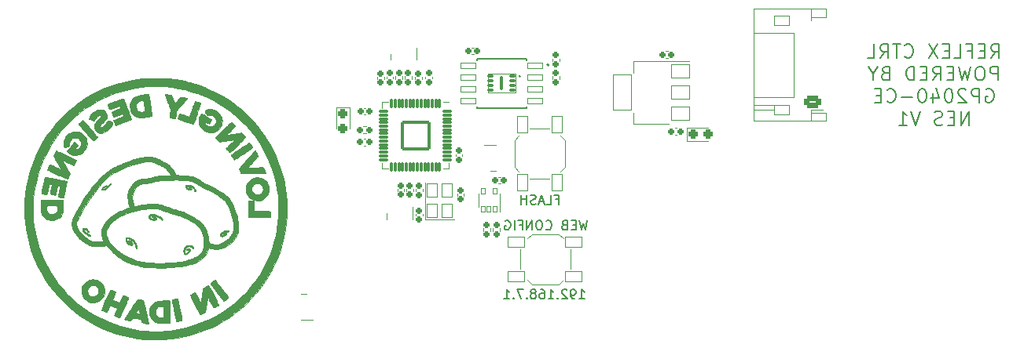
<source format=gbr>
%TF.GenerationSoftware,KiCad,Pcbnew,7.0.9*%
%TF.CreationDate,2023-12-20T17:27:25-07:00*%
%TF.ProjectId,nes_controller_pcb,6e65735f-636f-46e7-9472-6f6c6c65725f,4a*%
%TF.SameCoordinates,Original*%
%TF.FileFunction,Legend,Bot*%
%TF.FilePolarity,Positive*%
%FSLAX46Y46*%
G04 Gerber Fmt 4.6, Leading zero omitted, Abs format (unit mm)*
G04 Created by KiCad (PCBNEW 7.0.9) date 2023-12-20 17:27:25*
%MOMM*%
%LPD*%
G01*
G04 APERTURE LIST*
G04 Aperture macros list*
%AMRoundRect*
0 Rectangle with rounded corners*
0 $1 Rounding radius*
0 $2 $3 $4 $5 $6 $7 $8 $9 X,Y pos of 4 corners*
0 Add a 4 corners polygon primitive as box body*
4,1,4,$2,$3,$4,$5,$6,$7,$8,$9,$2,$3,0*
0 Add four circle primitives for the rounded corners*
1,1,$1+$1,$2,$3*
1,1,$1+$1,$4,$5*
1,1,$1+$1,$6,$7*
1,1,$1+$1,$8,$9*
0 Add four rect primitives between the rounded corners*
20,1,$1+$1,$2,$3,$4,$5,0*
20,1,$1+$1,$4,$5,$6,$7,0*
20,1,$1+$1,$6,$7,$8,$9,0*
20,1,$1+$1,$8,$9,$2,$3,0*%
G04 Aperture macros list end*
%ADD10C,0.150000*%
%ADD11C,0.200000*%
%ADD12C,0.120000*%
%ADD13C,0.010000*%
%ADD14C,0.127000*%
%ADD15RoundRect,0.050800X1.000000X0.750000X-1.000000X0.750000X-1.000000X-0.750000X1.000000X-0.750000X0*%
%ADD16RoundRect,0.050800X1.000000X1.900000X-1.000000X1.900000X-1.000000X-1.900000X1.000000X-1.900000X0*%
%ADD17RoundRect,0.190800X0.140000X0.170000X-0.140000X0.170000X-0.140000X-0.170000X0.140000X-0.170000X0*%
%ADD18RoundRect,0.190800X-0.140000X-0.170000X0.140000X-0.170000X0.140000X0.170000X-0.140000X0.170000X0*%
%ADD19O,0.801600X0.301600*%
%ADD20RoundRect,0.185800X-0.185000X0.135000X-0.185000X-0.135000X0.185000X-0.135000X0.185000X0.135000X0*%
%ADD21O,0.301600X0.801600*%
%ADD22RoundRect,0.050800X0.900000X0.550000X-0.900000X0.550000X-0.900000X-0.550000X0.900000X-0.550000X0*%
%ADD23RoundRect,0.185800X-0.135000X-0.185000X0.135000X-0.185000X0.135000X0.185000X-0.135000X0.185000X0*%
%ADD24RoundRect,0.050800X-0.550000X0.900000X-0.550000X-0.900000X0.550000X-0.900000X0.550000X0.900000X0*%
%ADD25RoundRect,0.300800X0.625000X-0.350000X0.625000X0.350000X-0.625000X0.350000X-0.625000X-0.350000X0*%
%ADD26O,1.851600X1.301600*%
%ADD27RoundRect,0.190800X-0.170000X0.140000X-0.170000X-0.140000X0.170000X-0.140000X0.170000X0.140000X0*%
%ADD28RoundRect,0.190800X0.170000X-0.140000X0.170000X0.140000X-0.170000X0.140000X-0.170000X-0.140000X0*%
%ADD29RoundRect,0.269550X-0.256250X0.218750X-0.256250X-0.218750X0.256250X-0.218750X0.256250X0.218750X0*%
%ADD30RoundRect,0.269550X-0.218750X-0.256250X0.218750X-0.256250X0.218750X0.256250X-0.218750X0.256250X0*%
%ADD31RoundRect,0.050800X0.200000X-0.325000X0.200000X0.325000X-0.200000X0.325000X-0.200000X-0.325000X0*%
%ADD32RoundRect,0.185800X0.185000X-0.135000X0.185000X0.135000X-0.185000X0.135000X-0.185000X-0.135000X0*%
%ADD33RoundRect,0.050800X0.805000X0.290000X-0.805000X0.290000X-0.805000X-0.290000X0.805000X-0.290000X0*%
%ADD34RoundRect,0.125800X0.225000X0.075000X-0.225000X0.075000X-0.225000X-0.075000X0.225000X-0.075000X0*%
%ADD35RoundRect,0.100800X0.050000X0.700000X-0.050000X0.700000X-0.050000X-0.700000X0.050000X-0.700000X0*%
%ADD36RoundRect,0.050800X0.575000X-0.700000X0.575000X0.700000X-0.575000X0.700000X-0.575000X-0.700000X0*%
%ADD37RoundRect,0.100800X0.387500X0.050000X-0.387500X0.050000X-0.387500X-0.050000X0.387500X-0.050000X0*%
%ADD38RoundRect,0.100800X0.050000X0.387500X-0.050000X0.387500X-0.050000X-0.387500X0.050000X-0.387500X0*%
%ADD39RoundRect,0.194800X1.456000X1.456000X-1.456000X1.456000X-1.456000X-1.456000X1.456000X-1.456000X0*%
G04 APERTURE END LIST*
D10*
X162161904Y-136267819D02*
X162733332Y-136267819D01*
X162447618Y-136267819D02*
X162447618Y-135267819D01*
X162447618Y-135267819D02*
X162542856Y-135410676D01*
X162542856Y-135410676D02*
X162638094Y-135505914D01*
X162638094Y-135505914D02*
X162733332Y-135553533D01*
X161685713Y-136267819D02*
X161495237Y-136267819D01*
X161495237Y-136267819D02*
X161399999Y-136220200D01*
X161399999Y-136220200D02*
X161352380Y-136172580D01*
X161352380Y-136172580D02*
X161257142Y-136029723D01*
X161257142Y-136029723D02*
X161209523Y-135839247D01*
X161209523Y-135839247D02*
X161209523Y-135458295D01*
X161209523Y-135458295D02*
X161257142Y-135363057D01*
X161257142Y-135363057D02*
X161304761Y-135315438D01*
X161304761Y-135315438D02*
X161399999Y-135267819D01*
X161399999Y-135267819D02*
X161590475Y-135267819D01*
X161590475Y-135267819D02*
X161685713Y-135315438D01*
X161685713Y-135315438D02*
X161733332Y-135363057D01*
X161733332Y-135363057D02*
X161780951Y-135458295D01*
X161780951Y-135458295D02*
X161780951Y-135696390D01*
X161780951Y-135696390D02*
X161733332Y-135791628D01*
X161733332Y-135791628D02*
X161685713Y-135839247D01*
X161685713Y-135839247D02*
X161590475Y-135886866D01*
X161590475Y-135886866D02*
X161399999Y-135886866D01*
X161399999Y-135886866D02*
X161304761Y-135839247D01*
X161304761Y-135839247D02*
X161257142Y-135791628D01*
X161257142Y-135791628D02*
X161209523Y-135696390D01*
X160828570Y-135363057D02*
X160780951Y-135315438D01*
X160780951Y-135315438D02*
X160685713Y-135267819D01*
X160685713Y-135267819D02*
X160447618Y-135267819D01*
X160447618Y-135267819D02*
X160352380Y-135315438D01*
X160352380Y-135315438D02*
X160304761Y-135363057D01*
X160304761Y-135363057D02*
X160257142Y-135458295D01*
X160257142Y-135458295D02*
X160257142Y-135553533D01*
X160257142Y-135553533D02*
X160304761Y-135696390D01*
X160304761Y-135696390D02*
X160876189Y-136267819D01*
X160876189Y-136267819D02*
X160257142Y-136267819D01*
X159828570Y-136172580D02*
X159780951Y-136220200D01*
X159780951Y-136220200D02*
X159828570Y-136267819D01*
X159828570Y-136267819D02*
X159876189Y-136220200D01*
X159876189Y-136220200D02*
X159828570Y-136172580D01*
X159828570Y-136172580D02*
X159828570Y-136267819D01*
X158828571Y-136267819D02*
X159399999Y-136267819D01*
X159114285Y-136267819D02*
X159114285Y-135267819D01*
X159114285Y-135267819D02*
X159209523Y-135410676D01*
X159209523Y-135410676D02*
X159304761Y-135505914D01*
X159304761Y-135505914D02*
X159399999Y-135553533D01*
X157971428Y-135267819D02*
X158161904Y-135267819D01*
X158161904Y-135267819D02*
X158257142Y-135315438D01*
X158257142Y-135315438D02*
X158304761Y-135363057D01*
X158304761Y-135363057D02*
X158399999Y-135505914D01*
X158399999Y-135505914D02*
X158447618Y-135696390D01*
X158447618Y-135696390D02*
X158447618Y-136077342D01*
X158447618Y-136077342D02*
X158399999Y-136172580D01*
X158399999Y-136172580D02*
X158352380Y-136220200D01*
X158352380Y-136220200D02*
X158257142Y-136267819D01*
X158257142Y-136267819D02*
X158066666Y-136267819D01*
X158066666Y-136267819D02*
X157971428Y-136220200D01*
X157971428Y-136220200D02*
X157923809Y-136172580D01*
X157923809Y-136172580D02*
X157876190Y-136077342D01*
X157876190Y-136077342D02*
X157876190Y-135839247D01*
X157876190Y-135839247D02*
X157923809Y-135744009D01*
X157923809Y-135744009D02*
X157971428Y-135696390D01*
X157971428Y-135696390D02*
X158066666Y-135648771D01*
X158066666Y-135648771D02*
X158257142Y-135648771D01*
X158257142Y-135648771D02*
X158352380Y-135696390D01*
X158352380Y-135696390D02*
X158399999Y-135744009D01*
X158399999Y-135744009D02*
X158447618Y-135839247D01*
X157304761Y-135696390D02*
X157399999Y-135648771D01*
X157399999Y-135648771D02*
X157447618Y-135601152D01*
X157447618Y-135601152D02*
X157495237Y-135505914D01*
X157495237Y-135505914D02*
X157495237Y-135458295D01*
X157495237Y-135458295D02*
X157447618Y-135363057D01*
X157447618Y-135363057D02*
X157399999Y-135315438D01*
X157399999Y-135315438D02*
X157304761Y-135267819D01*
X157304761Y-135267819D02*
X157114285Y-135267819D01*
X157114285Y-135267819D02*
X157019047Y-135315438D01*
X157019047Y-135315438D02*
X156971428Y-135363057D01*
X156971428Y-135363057D02*
X156923809Y-135458295D01*
X156923809Y-135458295D02*
X156923809Y-135505914D01*
X156923809Y-135505914D02*
X156971428Y-135601152D01*
X156971428Y-135601152D02*
X157019047Y-135648771D01*
X157019047Y-135648771D02*
X157114285Y-135696390D01*
X157114285Y-135696390D02*
X157304761Y-135696390D01*
X157304761Y-135696390D02*
X157399999Y-135744009D01*
X157399999Y-135744009D02*
X157447618Y-135791628D01*
X157447618Y-135791628D02*
X157495237Y-135886866D01*
X157495237Y-135886866D02*
X157495237Y-136077342D01*
X157495237Y-136077342D02*
X157447618Y-136172580D01*
X157447618Y-136172580D02*
X157399999Y-136220200D01*
X157399999Y-136220200D02*
X157304761Y-136267819D01*
X157304761Y-136267819D02*
X157114285Y-136267819D01*
X157114285Y-136267819D02*
X157019047Y-136220200D01*
X157019047Y-136220200D02*
X156971428Y-136172580D01*
X156971428Y-136172580D02*
X156923809Y-136077342D01*
X156923809Y-136077342D02*
X156923809Y-135886866D01*
X156923809Y-135886866D02*
X156971428Y-135791628D01*
X156971428Y-135791628D02*
X157019047Y-135744009D01*
X157019047Y-135744009D02*
X157114285Y-135696390D01*
X156495237Y-136172580D02*
X156447618Y-136220200D01*
X156447618Y-136220200D02*
X156495237Y-136267819D01*
X156495237Y-136267819D02*
X156542856Y-136220200D01*
X156542856Y-136220200D02*
X156495237Y-136172580D01*
X156495237Y-136172580D02*
X156495237Y-136267819D01*
X156114285Y-135267819D02*
X155447619Y-135267819D01*
X155447619Y-135267819D02*
X155876190Y-136267819D01*
X155066666Y-136172580D02*
X155019047Y-136220200D01*
X155019047Y-136220200D02*
X155066666Y-136267819D01*
X155066666Y-136267819D02*
X155114285Y-136220200D01*
X155114285Y-136220200D02*
X155066666Y-136172580D01*
X155066666Y-136172580D02*
X155066666Y-136267819D01*
X154066667Y-136267819D02*
X154638095Y-136267819D01*
X154352381Y-136267819D02*
X154352381Y-135267819D01*
X154352381Y-135267819D02*
X154447619Y-135410676D01*
X154447619Y-135410676D02*
X154542857Y-135505914D01*
X154542857Y-135505914D02*
X154638095Y-135553533D01*
X163036189Y-127819819D02*
X162798094Y-128819819D01*
X162798094Y-128819819D02*
X162607618Y-128105533D01*
X162607618Y-128105533D02*
X162417142Y-128819819D01*
X162417142Y-128819819D02*
X162179047Y-127819819D01*
X161798094Y-128296009D02*
X161464761Y-128296009D01*
X161321904Y-128819819D02*
X161798094Y-128819819D01*
X161798094Y-128819819D02*
X161798094Y-127819819D01*
X161798094Y-127819819D02*
X161321904Y-127819819D01*
X160559999Y-128296009D02*
X160417142Y-128343628D01*
X160417142Y-128343628D02*
X160369523Y-128391247D01*
X160369523Y-128391247D02*
X160321904Y-128486485D01*
X160321904Y-128486485D02*
X160321904Y-128629342D01*
X160321904Y-128629342D02*
X160369523Y-128724580D01*
X160369523Y-128724580D02*
X160417142Y-128772200D01*
X160417142Y-128772200D02*
X160512380Y-128819819D01*
X160512380Y-128819819D02*
X160893332Y-128819819D01*
X160893332Y-128819819D02*
X160893332Y-127819819D01*
X160893332Y-127819819D02*
X160559999Y-127819819D01*
X160559999Y-127819819D02*
X160464761Y-127867438D01*
X160464761Y-127867438D02*
X160417142Y-127915057D01*
X160417142Y-127915057D02*
X160369523Y-128010295D01*
X160369523Y-128010295D02*
X160369523Y-128105533D01*
X160369523Y-128105533D02*
X160417142Y-128200771D01*
X160417142Y-128200771D02*
X160464761Y-128248390D01*
X160464761Y-128248390D02*
X160559999Y-128296009D01*
X160559999Y-128296009D02*
X160893332Y-128296009D01*
X158559999Y-128724580D02*
X158607618Y-128772200D01*
X158607618Y-128772200D02*
X158750475Y-128819819D01*
X158750475Y-128819819D02*
X158845713Y-128819819D01*
X158845713Y-128819819D02*
X158988570Y-128772200D01*
X158988570Y-128772200D02*
X159083808Y-128676961D01*
X159083808Y-128676961D02*
X159131427Y-128581723D01*
X159131427Y-128581723D02*
X159179046Y-128391247D01*
X159179046Y-128391247D02*
X159179046Y-128248390D01*
X159179046Y-128248390D02*
X159131427Y-128057914D01*
X159131427Y-128057914D02*
X159083808Y-127962676D01*
X159083808Y-127962676D02*
X158988570Y-127867438D01*
X158988570Y-127867438D02*
X158845713Y-127819819D01*
X158845713Y-127819819D02*
X158750475Y-127819819D01*
X158750475Y-127819819D02*
X158607618Y-127867438D01*
X158607618Y-127867438D02*
X158559999Y-127915057D01*
X157940951Y-127819819D02*
X157750475Y-127819819D01*
X157750475Y-127819819D02*
X157655237Y-127867438D01*
X157655237Y-127867438D02*
X157559999Y-127962676D01*
X157559999Y-127962676D02*
X157512380Y-128153152D01*
X157512380Y-128153152D02*
X157512380Y-128486485D01*
X157512380Y-128486485D02*
X157559999Y-128676961D01*
X157559999Y-128676961D02*
X157655237Y-128772200D01*
X157655237Y-128772200D02*
X157750475Y-128819819D01*
X157750475Y-128819819D02*
X157940951Y-128819819D01*
X157940951Y-128819819D02*
X158036189Y-128772200D01*
X158036189Y-128772200D02*
X158131427Y-128676961D01*
X158131427Y-128676961D02*
X158179046Y-128486485D01*
X158179046Y-128486485D02*
X158179046Y-128153152D01*
X158179046Y-128153152D02*
X158131427Y-127962676D01*
X158131427Y-127962676D02*
X158036189Y-127867438D01*
X158036189Y-127867438D02*
X157940951Y-127819819D01*
X157083808Y-128819819D02*
X157083808Y-127819819D01*
X157083808Y-127819819D02*
X156512380Y-128819819D01*
X156512380Y-128819819D02*
X156512380Y-127819819D01*
X155702856Y-128296009D02*
X156036189Y-128296009D01*
X156036189Y-128819819D02*
X156036189Y-127819819D01*
X156036189Y-127819819D02*
X155559999Y-127819819D01*
X155179046Y-128819819D02*
X155179046Y-127819819D01*
X154179047Y-127867438D02*
X154274285Y-127819819D01*
X154274285Y-127819819D02*
X154417142Y-127819819D01*
X154417142Y-127819819D02*
X154559999Y-127867438D01*
X154559999Y-127867438D02*
X154655237Y-127962676D01*
X154655237Y-127962676D02*
X154702856Y-128057914D01*
X154702856Y-128057914D02*
X154750475Y-128248390D01*
X154750475Y-128248390D02*
X154750475Y-128391247D01*
X154750475Y-128391247D02*
X154702856Y-128581723D01*
X154702856Y-128581723D02*
X154655237Y-128676961D01*
X154655237Y-128676961D02*
X154559999Y-128772200D01*
X154559999Y-128772200D02*
X154417142Y-128819819D01*
X154417142Y-128819819D02*
X154321904Y-128819819D01*
X154321904Y-128819819D02*
X154179047Y-128772200D01*
X154179047Y-128772200D02*
X154131428Y-128724580D01*
X154131428Y-128724580D02*
X154131428Y-128391247D01*
X154131428Y-128391247D02*
X154321904Y-128391247D01*
D11*
X206507142Y-110261028D02*
X207007142Y-109546742D01*
X207364285Y-110261028D02*
X207364285Y-108761028D01*
X207364285Y-108761028D02*
X206792856Y-108761028D01*
X206792856Y-108761028D02*
X206649999Y-108832457D01*
X206649999Y-108832457D02*
X206578570Y-108903885D01*
X206578570Y-108903885D02*
X206507142Y-109046742D01*
X206507142Y-109046742D02*
X206507142Y-109261028D01*
X206507142Y-109261028D02*
X206578570Y-109403885D01*
X206578570Y-109403885D02*
X206649999Y-109475314D01*
X206649999Y-109475314D02*
X206792856Y-109546742D01*
X206792856Y-109546742D02*
X207364285Y-109546742D01*
X205864285Y-109475314D02*
X205364285Y-109475314D01*
X205149999Y-110261028D02*
X205864285Y-110261028D01*
X205864285Y-110261028D02*
X205864285Y-108761028D01*
X205864285Y-108761028D02*
X205149999Y-108761028D01*
X204007142Y-109475314D02*
X204507142Y-109475314D01*
X204507142Y-110261028D02*
X204507142Y-108761028D01*
X204507142Y-108761028D02*
X203792856Y-108761028D01*
X202507142Y-110261028D02*
X203221428Y-110261028D01*
X203221428Y-110261028D02*
X203221428Y-108761028D01*
X202007142Y-109475314D02*
X201507142Y-109475314D01*
X201292856Y-110261028D02*
X202007142Y-110261028D01*
X202007142Y-110261028D02*
X202007142Y-108761028D01*
X202007142Y-108761028D02*
X201292856Y-108761028D01*
X200792856Y-108761028D02*
X199792856Y-110261028D01*
X199792856Y-108761028D02*
X200792856Y-110261028D01*
X197221428Y-110118171D02*
X197292856Y-110189600D01*
X197292856Y-110189600D02*
X197507142Y-110261028D01*
X197507142Y-110261028D02*
X197649999Y-110261028D01*
X197649999Y-110261028D02*
X197864285Y-110189600D01*
X197864285Y-110189600D02*
X198007142Y-110046742D01*
X198007142Y-110046742D02*
X198078571Y-109903885D01*
X198078571Y-109903885D02*
X198149999Y-109618171D01*
X198149999Y-109618171D02*
X198149999Y-109403885D01*
X198149999Y-109403885D02*
X198078571Y-109118171D01*
X198078571Y-109118171D02*
X198007142Y-108975314D01*
X198007142Y-108975314D02*
X197864285Y-108832457D01*
X197864285Y-108832457D02*
X197649999Y-108761028D01*
X197649999Y-108761028D02*
X197507142Y-108761028D01*
X197507142Y-108761028D02*
X197292856Y-108832457D01*
X197292856Y-108832457D02*
X197221428Y-108903885D01*
X196792856Y-108761028D02*
X195935714Y-108761028D01*
X196364285Y-110261028D02*
X196364285Y-108761028D01*
X194578571Y-110261028D02*
X195078571Y-109546742D01*
X195435714Y-110261028D02*
X195435714Y-108761028D01*
X195435714Y-108761028D02*
X194864285Y-108761028D01*
X194864285Y-108761028D02*
X194721428Y-108832457D01*
X194721428Y-108832457D02*
X194649999Y-108903885D01*
X194649999Y-108903885D02*
X194578571Y-109046742D01*
X194578571Y-109046742D02*
X194578571Y-109261028D01*
X194578571Y-109261028D02*
X194649999Y-109403885D01*
X194649999Y-109403885D02*
X194721428Y-109475314D01*
X194721428Y-109475314D02*
X194864285Y-109546742D01*
X194864285Y-109546742D02*
X195435714Y-109546742D01*
X193221428Y-110261028D02*
X193935714Y-110261028D01*
X193935714Y-110261028D02*
X193935714Y-108761028D01*
X207257143Y-112676028D02*
X207257143Y-111176028D01*
X207257143Y-111176028D02*
X206685714Y-111176028D01*
X206685714Y-111176028D02*
X206542857Y-111247457D01*
X206542857Y-111247457D02*
X206471428Y-111318885D01*
X206471428Y-111318885D02*
X206400000Y-111461742D01*
X206400000Y-111461742D02*
X206400000Y-111676028D01*
X206400000Y-111676028D02*
X206471428Y-111818885D01*
X206471428Y-111818885D02*
X206542857Y-111890314D01*
X206542857Y-111890314D02*
X206685714Y-111961742D01*
X206685714Y-111961742D02*
X207257143Y-111961742D01*
X205471428Y-111176028D02*
X205185714Y-111176028D01*
X205185714Y-111176028D02*
X205042857Y-111247457D01*
X205042857Y-111247457D02*
X204900000Y-111390314D01*
X204900000Y-111390314D02*
X204828571Y-111676028D01*
X204828571Y-111676028D02*
X204828571Y-112176028D01*
X204828571Y-112176028D02*
X204900000Y-112461742D01*
X204900000Y-112461742D02*
X205042857Y-112604600D01*
X205042857Y-112604600D02*
X205185714Y-112676028D01*
X205185714Y-112676028D02*
X205471428Y-112676028D01*
X205471428Y-112676028D02*
X205614286Y-112604600D01*
X205614286Y-112604600D02*
X205757143Y-112461742D01*
X205757143Y-112461742D02*
X205828571Y-112176028D01*
X205828571Y-112176028D02*
X205828571Y-111676028D01*
X205828571Y-111676028D02*
X205757143Y-111390314D01*
X205757143Y-111390314D02*
X205614286Y-111247457D01*
X205614286Y-111247457D02*
X205471428Y-111176028D01*
X204328571Y-111176028D02*
X203971428Y-112676028D01*
X203971428Y-112676028D02*
X203685714Y-111604600D01*
X203685714Y-111604600D02*
X203399999Y-112676028D01*
X203399999Y-112676028D02*
X203042857Y-111176028D01*
X202471428Y-111890314D02*
X201971428Y-111890314D01*
X201757142Y-112676028D02*
X202471428Y-112676028D01*
X202471428Y-112676028D02*
X202471428Y-111176028D01*
X202471428Y-111176028D02*
X201757142Y-111176028D01*
X200257142Y-112676028D02*
X200757142Y-111961742D01*
X201114285Y-112676028D02*
X201114285Y-111176028D01*
X201114285Y-111176028D02*
X200542856Y-111176028D01*
X200542856Y-111176028D02*
X200399999Y-111247457D01*
X200399999Y-111247457D02*
X200328570Y-111318885D01*
X200328570Y-111318885D02*
X200257142Y-111461742D01*
X200257142Y-111461742D02*
X200257142Y-111676028D01*
X200257142Y-111676028D02*
X200328570Y-111818885D01*
X200328570Y-111818885D02*
X200399999Y-111890314D01*
X200399999Y-111890314D02*
X200542856Y-111961742D01*
X200542856Y-111961742D02*
X201114285Y-111961742D01*
X199614285Y-111890314D02*
X199114285Y-111890314D01*
X198899999Y-112676028D02*
X199614285Y-112676028D01*
X199614285Y-112676028D02*
X199614285Y-111176028D01*
X199614285Y-111176028D02*
X198899999Y-111176028D01*
X198257142Y-112676028D02*
X198257142Y-111176028D01*
X198257142Y-111176028D02*
X197899999Y-111176028D01*
X197899999Y-111176028D02*
X197685713Y-111247457D01*
X197685713Y-111247457D02*
X197542856Y-111390314D01*
X197542856Y-111390314D02*
X197471427Y-111533171D01*
X197471427Y-111533171D02*
X197399999Y-111818885D01*
X197399999Y-111818885D02*
X197399999Y-112033171D01*
X197399999Y-112033171D02*
X197471427Y-112318885D01*
X197471427Y-112318885D02*
X197542856Y-112461742D01*
X197542856Y-112461742D02*
X197685713Y-112604600D01*
X197685713Y-112604600D02*
X197899999Y-112676028D01*
X197899999Y-112676028D02*
X198257142Y-112676028D01*
X195114285Y-111890314D02*
X194899999Y-111961742D01*
X194899999Y-111961742D02*
X194828570Y-112033171D01*
X194828570Y-112033171D02*
X194757142Y-112176028D01*
X194757142Y-112176028D02*
X194757142Y-112390314D01*
X194757142Y-112390314D02*
X194828570Y-112533171D01*
X194828570Y-112533171D02*
X194899999Y-112604600D01*
X194899999Y-112604600D02*
X195042856Y-112676028D01*
X195042856Y-112676028D02*
X195614285Y-112676028D01*
X195614285Y-112676028D02*
X195614285Y-111176028D01*
X195614285Y-111176028D02*
X195114285Y-111176028D01*
X195114285Y-111176028D02*
X194971428Y-111247457D01*
X194971428Y-111247457D02*
X194899999Y-111318885D01*
X194899999Y-111318885D02*
X194828570Y-111461742D01*
X194828570Y-111461742D02*
X194828570Y-111604600D01*
X194828570Y-111604600D02*
X194899999Y-111747457D01*
X194899999Y-111747457D02*
X194971428Y-111818885D01*
X194971428Y-111818885D02*
X195114285Y-111890314D01*
X195114285Y-111890314D02*
X195614285Y-111890314D01*
X193828570Y-111961742D02*
X193828570Y-112676028D01*
X194328570Y-111176028D02*
X193828570Y-111961742D01*
X193828570Y-111961742D02*
X193328570Y-111176028D01*
X205971427Y-113662457D02*
X206114285Y-113591028D01*
X206114285Y-113591028D02*
X206328570Y-113591028D01*
X206328570Y-113591028D02*
X206542856Y-113662457D01*
X206542856Y-113662457D02*
X206685713Y-113805314D01*
X206685713Y-113805314D02*
X206757142Y-113948171D01*
X206757142Y-113948171D02*
X206828570Y-114233885D01*
X206828570Y-114233885D02*
X206828570Y-114448171D01*
X206828570Y-114448171D02*
X206757142Y-114733885D01*
X206757142Y-114733885D02*
X206685713Y-114876742D01*
X206685713Y-114876742D02*
X206542856Y-115019600D01*
X206542856Y-115019600D02*
X206328570Y-115091028D01*
X206328570Y-115091028D02*
X206185713Y-115091028D01*
X206185713Y-115091028D02*
X205971427Y-115019600D01*
X205971427Y-115019600D02*
X205899999Y-114948171D01*
X205899999Y-114948171D02*
X205899999Y-114448171D01*
X205899999Y-114448171D02*
X206185713Y-114448171D01*
X205257142Y-115091028D02*
X205257142Y-113591028D01*
X205257142Y-113591028D02*
X204685713Y-113591028D01*
X204685713Y-113591028D02*
X204542856Y-113662457D01*
X204542856Y-113662457D02*
X204471427Y-113733885D01*
X204471427Y-113733885D02*
X204399999Y-113876742D01*
X204399999Y-113876742D02*
X204399999Y-114091028D01*
X204399999Y-114091028D02*
X204471427Y-114233885D01*
X204471427Y-114233885D02*
X204542856Y-114305314D01*
X204542856Y-114305314D02*
X204685713Y-114376742D01*
X204685713Y-114376742D02*
X205257142Y-114376742D01*
X203828570Y-113733885D02*
X203757142Y-113662457D01*
X203757142Y-113662457D02*
X203614285Y-113591028D01*
X203614285Y-113591028D02*
X203257142Y-113591028D01*
X203257142Y-113591028D02*
X203114285Y-113662457D01*
X203114285Y-113662457D02*
X203042856Y-113733885D01*
X203042856Y-113733885D02*
X202971427Y-113876742D01*
X202971427Y-113876742D02*
X202971427Y-114019600D01*
X202971427Y-114019600D02*
X203042856Y-114233885D01*
X203042856Y-114233885D02*
X203899999Y-115091028D01*
X203899999Y-115091028D02*
X202971427Y-115091028D01*
X202042856Y-113591028D02*
X201899999Y-113591028D01*
X201899999Y-113591028D02*
X201757142Y-113662457D01*
X201757142Y-113662457D02*
X201685714Y-113733885D01*
X201685714Y-113733885D02*
X201614285Y-113876742D01*
X201614285Y-113876742D02*
X201542856Y-114162457D01*
X201542856Y-114162457D02*
X201542856Y-114519600D01*
X201542856Y-114519600D02*
X201614285Y-114805314D01*
X201614285Y-114805314D02*
X201685714Y-114948171D01*
X201685714Y-114948171D02*
X201757142Y-115019600D01*
X201757142Y-115019600D02*
X201899999Y-115091028D01*
X201899999Y-115091028D02*
X202042856Y-115091028D01*
X202042856Y-115091028D02*
X202185714Y-115019600D01*
X202185714Y-115019600D02*
X202257142Y-114948171D01*
X202257142Y-114948171D02*
X202328571Y-114805314D01*
X202328571Y-114805314D02*
X202399999Y-114519600D01*
X202399999Y-114519600D02*
X202399999Y-114162457D01*
X202399999Y-114162457D02*
X202328571Y-113876742D01*
X202328571Y-113876742D02*
X202257142Y-113733885D01*
X202257142Y-113733885D02*
X202185714Y-113662457D01*
X202185714Y-113662457D02*
X202042856Y-113591028D01*
X200257143Y-114091028D02*
X200257143Y-115091028D01*
X200614285Y-113519600D02*
X200971428Y-114591028D01*
X200971428Y-114591028D02*
X200042857Y-114591028D01*
X199185714Y-113591028D02*
X199042857Y-113591028D01*
X199042857Y-113591028D02*
X198900000Y-113662457D01*
X198900000Y-113662457D02*
X198828572Y-113733885D01*
X198828572Y-113733885D02*
X198757143Y-113876742D01*
X198757143Y-113876742D02*
X198685714Y-114162457D01*
X198685714Y-114162457D02*
X198685714Y-114519600D01*
X198685714Y-114519600D02*
X198757143Y-114805314D01*
X198757143Y-114805314D02*
X198828572Y-114948171D01*
X198828572Y-114948171D02*
X198900000Y-115019600D01*
X198900000Y-115019600D02*
X199042857Y-115091028D01*
X199042857Y-115091028D02*
X199185714Y-115091028D01*
X199185714Y-115091028D02*
X199328572Y-115019600D01*
X199328572Y-115019600D02*
X199400000Y-114948171D01*
X199400000Y-114948171D02*
X199471429Y-114805314D01*
X199471429Y-114805314D02*
X199542857Y-114519600D01*
X199542857Y-114519600D02*
X199542857Y-114162457D01*
X199542857Y-114162457D02*
X199471429Y-113876742D01*
X199471429Y-113876742D02*
X199400000Y-113733885D01*
X199400000Y-113733885D02*
X199328572Y-113662457D01*
X199328572Y-113662457D02*
X199185714Y-113591028D01*
X198042858Y-114519600D02*
X196900001Y-114519600D01*
X195328572Y-114948171D02*
X195400000Y-115019600D01*
X195400000Y-115019600D02*
X195614286Y-115091028D01*
X195614286Y-115091028D02*
X195757143Y-115091028D01*
X195757143Y-115091028D02*
X195971429Y-115019600D01*
X195971429Y-115019600D02*
X196114286Y-114876742D01*
X196114286Y-114876742D02*
X196185715Y-114733885D01*
X196185715Y-114733885D02*
X196257143Y-114448171D01*
X196257143Y-114448171D02*
X196257143Y-114233885D01*
X196257143Y-114233885D02*
X196185715Y-113948171D01*
X196185715Y-113948171D02*
X196114286Y-113805314D01*
X196114286Y-113805314D02*
X195971429Y-113662457D01*
X195971429Y-113662457D02*
X195757143Y-113591028D01*
X195757143Y-113591028D02*
X195614286Y-113591028D01*
X195614286Y-113591028D02*
X195400000Y-113662457D01*
X195400000Y-113662457D02*
X195328572Y-113733885D01*
X194685715Y-114305314D02*
X194185715Y-114305314D01*
X193971429Y-115091028D02*
X194685715Y-115091028D01*
X194685715Y-115091028D02*
X194685715Y-113591028D01*
X194685715Y-113591028D02*
X193971429Y-113591028D01*
X204149999Y-117506028D02*
X204149999Y-116006028D01*
X204149999Y-116006028D02*
X203292856Y-117506028D01*
X203292856Y-117506028D02*
X203292856Y-116006028D01*
X202578570Y-116720314D02*
X202078570Y-116720314D01*
X201864284Y-117506028D02*
X202578570Y-117506028D01*
X202578570Y-117506028D02*
X202578570Y-116006028D01*
X202578570Y-116006028D02*
X201864284Y-116006028D01*
X201292855Y-117434600D02*
X201078570Y-117506028D01*
X201078570Y-117506028D02*
X200721427Y-117506028D01*
X200721427Y-117506028D02*
X200578570Y-117434600D01*
X200578570Y-117434600D02*
X200507141Y-117363171D01*
X200507141Y-117363171D02*
X200435712Y-117220314D01*
X200435712Y-117220314D02*
X200435712Y-117077457D01*
X200435712Y-117077457D02*
X200507141Y-116934600D01*
X200507141Y-116934600D02*
X200578570Y-116863171D01*
X200578570Y-116863171D02*
X200721427Y-116791742D01*
X200721427Y-116791742D02*
X201007141Y-116720314D01*
X201007141Y-116720314D02*
X201149998Y-116648885D01*
X201149998Y-116648885D02*
X201221427Y-116577457D01*
X201221427Y-116577457D02*
X201292855Y-116434600D01*
X201292855Y-116434600D02*
X201292855Y-116291742D01*
X201292855Y-116291742D02*
X201221427Y-116148885D01*
X201221427Y-116148885D02*
X201149998Y-116077457D01*
X201149998Y-116077457D02*
X201007141Y-116006028D01*
X201007141Y-116006028D02*
X200649998Y-116006028D01*
X200649998Y-116006028D02*
X200435712Y-116077457D01*
X198864284Y-116006028D02*
X198364284Y-117506028D01*
X198364284Y-117506028D02*
X197864284Y-116006028D01*
X196578570Y-117506028D02*
X197435713Y-117506028D01*
X197007142Y-117506028D02*
X197007142Y-116006028D01*
X197007142Y-116006028D02*
X197149999Y-116220314D01*
X197149999Y-116220314D02*
X197292856Y-116363171D01*
X197292856Y-116363171D02*
X197435713Y-116434600D01*
D10*
X159629887Y-125546009D02*
X159963220Y-125546009D01*
X159963220Y-126069819D02*
X159963220Y-125069819D01*
X159963220Y-125069819D02*
X159487030Y-125069819D01*
X158629887Y-126069819D02*
X159106077Y-126069819D01*
X159106077Y-126069819D02*
X159106077Y-125069819D01*
X158344172Y-125784104D02*
X157867982Y-125784104D01*
X158439410Y-126069819D02*
X158106077Y-125069819D01*
X158106077Y-125069819D02*
X157772744Y-126069819D01*
X157487029Y-126022200D02*
X157344172Y-126069819D01*
X157344172Y-126069819D02*
X157106077Y-126069819D01*
X157106077Y-126069819D02*
X157010839Y-126022200D01*
X157010839Y-126022200D02*
X156963220Y-125974580D01*
X156963220Y-125974580D02*
X156915601Y-125879342D01*
X156915601Y-125879342D02*
X156915601Y-125784104D01*
X156915601Y-125784104D02*
X156963220Y-125688866D01*
X156963220Y-125688866D02*
X157010839Y-125641247D01*
X157010839Y-125641247D02*
X157106077Y-125593628D01*
X157106077Y-125593628D02*
X157296553Y-125546009D01*
X157296553Y-125546009D02*
X157391791Y-125498390D01*
X157391791Y-125498390D02*
X157439410Y-125450771D01*
X157439410Y-125450771D02*
X157487029Y-125355533D01*
X157487029Y-125355533D02*
X157487029Y-125260295D01*
X157487029Y-125260295D02*
X157439410Y-125165057D01*
X157439410Y-125165057D02*
X157391791Y-125117438D01*
X157391791Y-125117438D02*
X157296553Y-125069819D01*
X157296553Y-125069819D02*
X157058458Y-125069819D01*
X157058458Y-125069819D02*
X156915601Y-125117438D01*
X156487029Y-126069819D02*
X156487029Y-125069819D01*
X156487029Y-125546009D02*
X155915601Y-125546009D01*
X155915601Y-126069819D02*
X155915601Y-125069819D01*
D12*
%TO.C,U3*%
X174040000Y-110600000D02*
X168030000Y-110600000D01*
X171790000Y-117420000D02*
X168030000Y-117420000D01*
X168030000Y-117420000D02*
X168030000Y-116160000D01*
X168030000Y-110600000D02*
X168030000Y-111860000D01*
%TO.C,C11*%
X139157836Y-119725000D02*
X138942164Y-119725000D01*
X139157836Y-119005000D02*
X138942164Y-119005000D01*
%TO.C,C5*%
X150578845Y-109131286D02*
X150794517Y-109131286D01*
X150578845Y-109851286D02*
X150794517Y-109851286D01*
%TO.C,U2*%
X133455000Y-138535664D02*
X132155000Y-138535664D01*
X132805000Y-135735664D02*
X132155000Y-135735664D01*
%TO.C,R5*%
X145290000Y-124381359D02*
X145290000Y-124688641D01*
X144530000Y-124381359D02*
X144530000Y-124688641D01*
%TO.C,Ref\u002A\u002A*%
D13*
X111702327Y-123834611D02*
X111697462Y-123870330D01*
X111665288Y-123928402D01*
X111610699Y-124002053D01*
X111539066Y-124085630D01*
X111455757Y-124173485D01*
X111366141Y-124259964D01*
X111275590Y-124339419D01*
X111189471Y-124406197D01*
X111113156Y-124454648D01*
X111002730Y-124502260D01*
X110902320Y-124523753D01*
X110817824Y-124521040D01*
X110753532Y-124496900D01*
X110713734Y-124454111D01*
X110702722Y-124395451D01*
X110724785Y-124323700D01*
X110784216Y-124241635D01*
X110785722Y-124240009D01*
X110852517Y-124179711D01*
X110932608Y-124124529D01*
X111018101Y-124077798D01*
X111101104Y-124042855D01*
X111173722Y-124023037D01*
X111228062Y-124021680D01*
X111256232Y-124042120D01*
X111261474Y-124064592D01*
X111253495Y-124087912D01*
X111224742Y-124113193D01*
X111169230Y-124145480D01*
X111080974Y-124189816D01*
X111041288Y-124209907D01*
X110946159Y-124265481D01*
X110877475Y-124317418D01*
X110839642Y-124362001D01*
X110837069Y-124395515D01*
X110842841Y-124401475D01*
X110882773Y-124407718D01*
X110947480Y-124393295D01*
X111028489Y-124359788D01*
X111103681Y-124316115D01*
X111222141Y-124226775D01*
X111346276Y-124112104D01*
X111467845Y-123979242D01*
X111517718Y-123921858D01*
X111589175Y-123849539D01*
X111642399Y-123811733D01*
X111679434Y-123807177D01*
X111702327Y-123834611D01*
G36*
X111702327Y-123834611D02*
G01*
X111697462Y-123870330D01*
X111665288Y-123928402D01*
X111610699Y-124002053D01*
X111539066Y-124085630D01*
X111455757Y-124173485D01*
X111366141Y-124259964D01*
X111275590Y-124339419D01*
X111189471Y-124406197D01*
X111113156Y-124454648D01*
X111002730Y-124502260D01*
X110902320Y-124523753D01*
X110817824Y-124521040D01*
X110753532Y-124496900D01*
X110713734Y-124454111D01*
X110702722Y-124395451D01*
X110724785Y-124323700D01*
X110784216Y-124241635D01*
X110785722Y-124240009D01*
X110852517Y-124179711D01*
X110932608Y-124124529D01*
X111018101Y-124077798D01*
X111101104Y-124042855D01*
X111173722Y-124023037D01*
X111228062Y-124021680D01*
X111256232Y-124042120D01*
X111261474Y-124064592D01*
X111253495Y-124087912D01*
X111224742Y-124113193D01*
X111169230Y-124145480D01*
X111080974Y-124189816D01*
X111041288Y-124209907D01*
X110946159Y-124265481D01*
X110877475Y-124317418D01*
X110839642Y-124362001D01*
X110837069Y-124395515D01*
X110842841Y-124401475D01*
X110882773Y-124407718D01*
X110947480Y-124393295D01*
X111028489Y-124359788D01*
X111103681Y-124316115D01*
X111222141Y-124226775D01*
X111346276Y-124112104D01*
X111467845Y-123979242D01*
X111517718Y-123921858D01*
X111589175Y-123849539D01*
X111642399Y-123811733D01*
X111679434Y-123807177D01*
X111702327Y-123834611D01*
G37*
X108912567Y-128626746D02*
X109012532Y-128673984D01*
X109114037Y-128749989D01*
X109151589Y-128785637D01*
X109216525Y-128855609D01*
X109271776Y-128924942D01*
X109310180Y-128984301D01*
X109324572Y-129024352D01*
X109315573Y-129046160D01*
X109281604Y-129075177D01*
X109259104Y-129084447D01*
X109228476Y-129078551D01*
X109191645Y-129041870D01*
X109119626Y-128957022D01*
X109056307Y-128887372D01*
X109004900Y-128838680D01*
X108958174Y-128804176D01*
X108908897Y-128777087D01*
X108849000Y-128752908D01*
X108799633Y-128749448D01*
X108778225Y-128776670D01*
X108783502Y-128835162D01*
X108799633Y-128871198D01*
X108847815Y-128936754D01*
X108919402Y-129013948D01*
X109007266Y-129096220D01*
X109104279Y-129177010D01*
X109203312Y-129249761D01*
X109297238Y-129307912D01*
X109374520Y-129351673D01*
X109441718Y-129395801D01*
X109477388Y-129430739D01*
X109485622Y-129460792D01*
X109470513Y-129490270D01*
X109458523Y-129503300D01*
X109436152Y-129515571D01*
X109404385Y-129512617D01*
X109353981Y-129492729D01*
X109275701Y-129454195D01*
X109274226Y-129453444D01*
X109114596Y-129362070D01*
X108971325Y-129260400D01*
X108848268Y-129152692D01*
X108749280Y-129043206D01*
X108678215Y-128936200D01*
X108638929Y-128835934D01*
X108635276Y-128746666D01*
X108640116Y-128726239D01*
X108677919Y-128658021D01*
X108739661Y-128618726D01*
X108819744Y-128608314D01*
X108912567Y-128626746D01*
G36*
X108912567Y-128626746D02*
G01*
X109012532Y-128673984D01*
X109114037Y-128749989D01*
X109151589Y-128785637D01*
X109216525Y-128855609D01*
X109271776Y-128924942D01*
X109310180Y-128984301D01*
X109324572Y-129024352D01*
X109315573Y-129046160D01*
X109281604Y-129075177D01*
X109259104Y-129084447D01*
X109228476Y-129078551D01*
X109191645Y-129041870D01*
X109119626Y-128957022D01*
X109056307Y-128887372D01*
X109004900Y-128838680D01*
X108958174Y-128804176D01*
X108908897Y-128777087D01*
X108849000Y-128752908D01*
X108799633Y-128749448D01*
X108778225Y-128776670D01*
X108783502Y-128835162D01*
X108799633Y-128871198D01*
X108847815Y-128936754D01*
X108919402Y-129013948D01*
X109007266Y-129096220D01*
X109104279Y-129177010D01*
X109203312Y-129249761D01*
X109297238Y-129307912D01*
X109374520Y-129351673D01*
X109441718Y-129395801D01*
X109477388Y-129430739D01*
X109485622Y-129460792D01*
X109470513Y-129490270D01*
X109458523Y-129503300D01*
X109436152Y-129515571D01*
X109404385Y-129512617D01*
X109353981Y-129492729D01*
X109275701Y-129454195D01*
X109274226Y-129453444D01*
X109114596Y-129362070D01*
X108971325Y-129260400D01*
X108848268Y-129152692D01*
X108749280Y-129043206D01*
X108678215Y-128936200D01*
X108638929Y-128835934D01*
X108635276Y-128746666D01*
X108640116Y-128726239D01*
X108677919Y-128658021D01*
X108739661Y-128618726D01*
X108819744Y-128608314D01*
X108912567Y-128626746D01*
G37*
X126623857Y-119413131D02*
X126661483Y-119454107D01*
X126710656Y-119517277D01*
X126766053Y-119594683D01*
X126822350Y-119678369D01*
X126874225Y-119760379D01*
X126916353Y-119832758D01*
X126943412Y-119887549D01*
X126950078Y-119916796D01*
X126943172Y-119923888D01*
X126905274Y-119953557D01*
X126837299Y-120003245D01*
X126742487Y-120070690D01*
X126624075Y-120153628D01*
X126485301Y-120249799D01*
X126329404Y-120356940D01*
X126159622Y-120472789D01*
X125979193Y-120595083D01*
X125875484Y-120665002D01*
X125699686Y-120782836D01*
X125535581Y-120891981D01*
X125386497Y-120990272D01*
X125255761Y-121075544D01*
X125146700Y-121145635D01*
X125062640Y-121198378D01*
X125006910Y-121231612D01*
X124982836Y-121243171D01*
X124962790Y-121232704D01*
X124923210Y-121192607D01*
X124872989Y-121129932D01*
X124817384Y-121052657D01*
X124761653Y-120968764D01*
X124711052Y-120886234D01*
X124670837Y-120813048D01*
X124646266Y-120757185D01*
X124642596Y-120726627D01*
X124659105Y-120711570D01*
X124707618Y-120674810D01*
X124783963Y-120619793D01*
X124884223Y-120549163D01*
X125004480Y-120465564D01*
X125140819Y-120371641D01*
X125289322Y-120270037D01*
X125446071Y-120163396D01*
X125607151Y-120054363D01*
X125768644Y-119945581D01*
X125926633Y-119839695D01*
X126077201Y-119739349D01*
X126216431Y-119647186D01*
X126340407Y-119565852D01*
X126445210Y-119497988D01*
X126526925Y-119446241D01*
X126581634Y-119413254D01*
X126605421Y-119401671D01*
X126623857Y-119413131D01*
G36*
X126623857Y-119413131D02*
G01*
X126661483Y-119454107D01*
X126710656Y-119517277D01*
X126766053Y-119594683D01*
X126822350Y-119678369D01*
X126874225Y-119760379D01*
X126916353Y-119832758D01*
X126943412Y-119887549D01*
X126950078Y-119916796D01*
X126943172Y-119923888D01*
X126905274Y-119953557D01*
X126837299Y-120003245D01*
X126742487Y-120070690D01*
X126624075Y-120153628D01*
X126485301Y-120249799D01*
X126329404Y-120356940D01*
X126159622Y-120472789D01*
X125979193Y-120595083D01*
X125875484Y-120665002D01*
X125699686Y-120782836D01*
X125535581Y-120891981D01*
X125386497Y-120990272D01*
X125255761Y-121075544D01*
X125146700Y-121145635D01*
X125062640Y-121198378D01*
X125006910Y-121231612D01*
X124982836Y-121243171D01*
X124962790Y-121232704D01*
X124923210Y-121192607D01*
X124872989Y-121129932D01*
X124817384Y-121052657D01*
X124761653Y-120968764D01*
X124711052Y-120886234D01*
X124670837Y-120813048D01*
X124646266Y-120757185D01*
X124642596Y-120726627D01*
X124659105Y-120711570D01*
X124707618Y-120674810D01*
X124783963Y-120619793D01*
X124884223Y-120549163D01*
X125004480Y-120465564D01*
X125140819Y-120371641D01*
X125289322Y-120270037D01*
X125446071Y-120163396D01*
X125607151Y-120054363D01*
X125768644Y-119945581D01*
X125926633Y-119839695D01*
X126077201Y-119739349D01*
X126216431Y-119647186D01*
X126340407Y-119565852D01*
X126445210Y-119497988D01*
X126526925Y-119446241D01*
X126581634Y-119413254D01*
X126605421Y-119401671D01*
X126623857Y-119413131D01*
G37*
X108691212Y-117009230D02*
X108735346Y-117054113D01*
X108800796Y-117124130D01*
X108884464Y-117215736D01*
X108983255Y-117325390D01*
X109094070Y-117449549D01*
X109213815Y-117584671D01*
X109339393Y-117727213D01*
X109467706Y-117873632D01*
X109595660Y-118020386D01*
X109720156Y-118163933D01*
X109838099Y-118300729D01*
X109946393Y-118427233D01*
X110041940Y-118539902D01*
X110121645Y-118635193D01*
X110182411Y-118709564D01*
X110221141Y-118759472D01*
X110234739Y-118781374D01*
X110232168Y-118790684D01*
X110204187Y-118828751D01*
X110144713Y-118889372D01*
X110052880Y-118973394D01*
X109927822Y-119081666D01*
X109886929Y-119116014D01*
X109829071Y-119160985D01*
X109789944Y-119183037D01*
X109761513Y-119186026D01*
X109735742Y-119173805D01*
X109732826Y-119171126D01*
X109706494Y-119142786D01*
X109656037Y-119086479D01*
X109584141Y-119005267D01*
X109493495Y-118902210D01*
X109386786Y-118780370D01*
X109266704Y-118642806D01*
X109135935Y-118492581D01*
X108997167Y-118332754D01*
X108955552Y-118284766D01*
X108817762Y-118125923D01*
X108688153Y-117976580D01*
X108569518Y-117839951D01*
X108464647Y-117719249D01*
X108376334Y-117617685D01*
X108307370Y-117538473D01*
X108260547Y-117484827D01*
X108238658Y-117459957D01*
X108209828Y-117414313D01*
X108215233Y-117372244D01*
X108217947Y-117367287D01*
X108249175Y-117328932D01*
X108302873Y-117275546D01*
X108371446Y-117213441D01*
X108447297Y-117148929D01*
X108522832Y-117088320D01*
X108590455Y-117037927D01*
X108642571Y-117004062D01*
X108671584Y-116993034D01*
X108691212Y-117009230D01*
G36*
X108691212Y-117009230D02*
G01*
X108735346Y-117054113D01*
X108800796Y-117124130D01*
X108884464Y-117215736D01*
X108983255Y-117325390D01*
X109094070Y-117449549D01*
X109213815Y-117584671D01*
X109339393Y-117727213D01*
X109467706Y-117873632D01*
X109595660Y-118020386D01*
X109720156Y-118163933D01*
X109838099Y-118300729D01*
X109946393Y-118427233D01*
X110041940Y-118539902D01*
X110121645Y-118635193D01*
X110182411Y-118709564D01*
X110221141Y-118759472D01*
X110234739Y-118781374D01*
X110232168Y-118790684D01*
X110204187Y-118828751D01*
X110144713Y-118889372D01*
X110052880Y-118973394D01*
X109927822Y-119081666D01*
X109886929Y-119116014D01*
X109829071Y-119160985D01*
X109789944Y-119183037D01*
X109761513Y-119186026D01*
X109735742Y-119173805D01*
X109732826Y-119171126D01*
X109706494Y-119142786D01*
X109656037Y-119086479D01*
X109584141Y-119005267D01*
X109493495Y-118902210D01*
X109386786Y-118780370D01*
X109266704Y-118642806D01*
X109135935Y-118492581D01*
X108997167Y-118332754D01*
X108955552Y-118284766D01*
X108817762Y-118125923D01*
X108688153Y-117976580D01*
X108569518Y-117839951D01*
X108464647Y-117719249D01*
X108376334Y-117617685D01*
X108307370Y-117538473D01*
X108260547Y-117484827D01*
X108238658Y-117459957D01*
X108209828Y-117414313D01*
X108215233Y-117372244D01*
X108217947Y-117367287D01*
X108249175Y-117328932D01*
X108302873Y-117275546D01*
X108371446Y-117213441D01*
X108447297Y-117148929D01*
X108522832Y-117088320D01*
X108590455Y-117037927D01*
X108642571Y-117004062D01*
X108671584Y-116993034D01*
X108691212Y-117009230D01*
G37*
X118862967Y-136240310D02*
X118879905Y-136251841D01*
X118884291Y-136261453D01*
X118898192Y-136308859D01*
X118919104Y-136391691D01*
X118946146Y-136506053D01*
X118978439Y-136648052D01*
X119015103Y-136813791D01*
X119055258Y-136999376D01*
X119098025Y-137200912D01*
X119142524Y-137414504D01*
X119161169Y-137504912D01*
X119210069Y-137743276D01*
X119250823Y-137944332D01*
X119283972Y-138111126D01*
X119310056Y-138246705D01*
X119329615Y-138354114D01*
X119343190Y-138436400D01*
X119351321Y-138496608D01*
X119354549Y-138537785D01*
X119353413Y-138562977D01*
X119348456Y-138575231D01*
X119329201Y-138586322D01*
X119273943Y-138606548D01*
X119194515Y-138629662D01*
X119100964Y-138652524D01*
X119055708Y-138662503D01*
X118941618Y-138685920D01*
X118860103Y-138698827D01*
X118804929Y-138701697D01*
X118769860Y-138695001D01*
X118748662Y-138679212D01*
X118746019Y-138672975D01*
X118734372Y-138630698D01*
X118715590Y-138552595D01*
X118690536Y-138442603D01*
X118660075Y-138304657D01*
X118625070Y-138142696D01*
X118586384Y-137960656D01*
X118544881Y-137762474D01*
X118501425Y-137552087D01*
X118482005Y-137457476D01*
X118439789Y-137252183D01*
X118400351Y-137060895D01*
X118364507Y-136887535D01*
X118333071Y-136736029D01*
X118306859Y-136610300D01*
X118286685Y-136514272D01*
X118273366Y-136451871D01*
X118267715Y-136427020D01*
X118265575Y-136418836D01*
X118270049Y-136387500D01*
X118299522Y-136359751D01*
X118358265Y-136333549D01*
X118450551Y-136306854D01*
X118580652Y-136277628D01*
X118619332Y-136269666D01*
X118720924Y-136249773D01*
X118790627Y-136238660D01*
X118835591Y-136235711D01*
X118862967Y-136240310D01*
G36*
X118862967Y-136240310D02*
G01*
X118879905Y-136251841D01*
X118884291Y-136261453D01*
X118898192Y-136308859D01*
X118919104Y-136391691D01*
X118946146Y-136506053D01*
X118978439Y-136648052D01*
X119015103Y-136813791D01*
X119055258Y-136999376D01*
X119098025Y-137200912D01*
X119142524Y-137414504D01*
X119161169Y-137504912D01*
X119210069Y-137743276D01*
X119250823Y-137944332D01*
X119283972Y-138111126D01*
X119310056Y-138246705D01*
X119329615Y-138354114D01*
X119343190Y-138436400D01*
X119351321Y-138496608D01*
X119354549Y-138537785D01*
X119353413Y-138562977D01*
X119348456Y-138575231D01*
X119329201Y-138586322D01*
X119273943Y-138606548D01*
X119194515Y-138629662D01*
X119100964Y-138652524D01*
X119055708Y-138662503D01*
X118941618Y-138685920D01*
X118860103Y-138698827D01*
X118804929Y-138701697D01*
X118769860Y-138695001D01*
X118748662Y-138679212D01*
X118746019Y-138672975D01*
X118734372Y-138630698D01*
X118715590Y-138552595D01*
X118690536Y-138442603D01*
X118660075Y-138304657D01*
X118625070Y-138142696D01*
X118586384Y-137960656D01*
X118544881Y-137762474D01*
X118501425Y-137552087D01*
X118482005Y-137457476D01*
X118439789Y-137252183D01*
X118400351Y-137060895D01*
X118364507Y-136887535D01*
X118333071Y-136736029D01*
X118306859Y-136610300D01*
X118286685Y-136514272D01*
X118273366Y-136451871D01*
X118267715Y-136427020D01*
X118265575Y-136418836D01*
X118270049Y-136387500D01*
X118299522Y-136359751D01*
X118358265Y-136333549D01*
X118450551Y-136306854D01*
X118580652Y-136277628D01*
X118619332Y-136269666D01*
X118720924Y-136249773D01*
X118790627Y-136238660D01*
X118835591Y-136235711D01*
X118862967Y-136240310D01*
G37*
X122886540Y-134240525D02*
X122925300Y-134255703D01*
X122928048Y-134258438D01*
X122952466Y-134287761D01*
X122998707Y-134345695D01*
X123063842Y-134428443D01*
X123144948Y-134532211D01*
X123239096Y-134653200D01*
X123343362Y-134787616D01*
X123454818Y-134931661D01*
X123570539Y-135081540D01*
X123687598Y-135233456D01*
X123803070Y-135383613D01*
X123914028Y-135528215D01*
X124017545Y-135663464D01*
X124110696Y-135785566D01*
X124190555Y-135890723D01*
X124254195Y-135975139D01*
X124298690Y-136035018D01*
X124321114Y-136066564D01*
X124325822Y-136073869D01*
X124346829Y-136112917D01*
X124341883Y-136140217D01*
X124308656Y-136176264D01*
X124286182Y-136196683D01*
X124230837Y-136243226D01*
X124158087Y-136301907D01*
X124077739Y-136364724D01*
X124018634Y-136409299D01*
X123950864Y-136457956D01*
X123900452Y-136491249D01*
X123875324Y-136503732D01*
X123873925Y-136503730D01*
X123863427Y-136501153D01*
X123849424Y-136492337D01*
X123829900Y-136474790D01*
X123802837Y-136446021D01*
X123766216Y-136403540D01*
X123718020Y-136344856D01*
X123656231Y-136267478D01*
X123578831Y-136168914D01*
X123483803Y-136046674D01*
X123369128Y-135898267D01*
X123232790Y-135721202D01*
X123072769Y-135512988D01*
X122939785Y-135339571D01*
X122807370Y-135166022D01*
X122697770Y-135021122D01*
X122609195Y-134902367D01*
X122539855Y-134807255D01*
X122487960Y-134733280D01*
X122451719Y-134677939D01*
X122429342Y-134638729D01*
X122419039Y-134613145D01*
X122419020Y-134598684D01*
X122422357Y-134593305D01*
X122453192Y-134560785D01*
X122507377Y-134512570D01*
X122576986Y-134454840D01*
X122654096Y-134393777D01*
X122730782Y-134335563D01*
X122799121Y-134286379D01*
X122851186Y-134252407D01*
X122879055Y-134239828D01*
X122886540Y-134240525D01*
G36*
X122886540Y-134240525D02*
G01*
X122925300Y-134255703D01*
X122928048Y-134258438D01*
X122952466Y-134287761D01*
X122998707Y-134345695D01*
X123063842Y-134428443D01*
X123144948Y-134532211D01*
X123239096Y-134653200D01*
X123343362Y-134787616D01*
X123454818Y-134931661D01*
X123570539Y-135081540D01*
X123687598Y-135233456D01*
X123803070Y-135383613D01*
X123914028Y-135528215D01*
X124017545Y-135663464D01*
X124110696Y-135785566D01*
X124190555Y-135890723D01*
X124254195Y-135975139D01*
X124298690Y-136035018D01*
X124321114Y-136066564D01*
X124325822Y-136073869D01*
X124346829Y-136112917D01*
X124341883Y-136140217D01*
X124308656Y-136176264D01*
X124286182Y-136196683D01*
X124230837Y-136243226D01*
X124158087Y-136301907D01*
X124077739Y-136364724D01*
X124018634Y-136409299D01*
X123950864Y-136457956D01*
X123900452Y-136491249D01*
X123875324Y-136503732D01*
X123873925Y-136503730D01*
X123863427Y-136501153D01*
X123849424Y-136492337D01*
X123829900Y-136474790D01*
X123802837Y-136446021D01*
X123766216Y-136403540D01*
X123718020Y-136344856D01*
X123656231Y-136267478D01*
X123578831Y-136168914D01*
X123483803Y-136046674D01*
X123369128Y-135898267D01*
X123232790Y-135721202D01*
X123072769Y-135512988D01*
X122939785Y-135339571D01*
X122807370Y-135166022D01*
X122697770Y-135021122D01*
X122609195Y-134902367D01*
X122539855Y-134807255D01*
X122487960Y-134733280D01*
X122451719Y-134677939D01*
X122429342Y-134638729D01*
X122419039Y-134613145D01*
X122419020Y-134598684D01*
X122422357Y-134593305D01*
X122453192Y-134560785D01*
X122507377Y-134512570D01*
X122576986Y-134454840D01*
X122654096Y-134393777D01*
X122730782Y-134335563D01*
X122799121Y-134286379D01*
X122851186Y-134252407D01*
X122879055Y-134239828D01*
X122886540Y-134240525D01*
G37*
X120047484Y-123980237D02*
X120231671Y-124017170D01*
X120407081Y-124083011D01*
X120563644Y-124173618D01*
X120691288Y-124284853D01*
X120764959Y-124377922D01*
X120818383Y-124480383D01*
X120836316Y-124573265D01*
X120817328Y-124652395D01*
X120806343Y-124667368D01*
X120768073Y-124689623D01*
X120727588Y-124690208D01*
X120702641Y-124666879D01*
X120701235Y-124661946D01*
X120691704Y-124618753D01*
X120680823Y-124559145D01*
X120676357Y-124538465D01*
X120632030Y-124445155D01*
X120552410Y-124355444D01*
X120443233Y-124273801D01*
X120310230Y-124204693D01*
X120159134Y-124152587D01*
X120074139Y-124134325D01*
X119987694Y-124123974D01*
X119914340Y-124123015D01*
X119863452Y-124131537D01*
X119844406Y-124149627D01*
X119844531Y-124152315D01*
X119865151Y-124193113D01*
X119914634Y-124242227D01*
X119983713Y-124291841D01*
X120063123Y-124334138D01*
X120103142Y-124350383D01*
X120151621Y-124365150D01*
X120178542Y-124367438D01*
X120177616Y-124357222D01*
X120142552Y-124334474D01*
X120106729Y-124300846D01*
X120100478Y-124259268D01*
X120120932Y-124222474D01*
X120161739Y-124201406D01*
X120216549Y-124207004D01*
X120227175Y-124211923D01*
X120273660Y-124246702D01*
X120321361Y-124296857D01*
X120358568Y-124348816D01*
X120373572Y-124389007D01*
X120373210Y-124392947D01*
X120355348Y-124430351D01*
X120318880Y-124474787D01*
X120308521Y-124484893D01*
X120270805Y-124512798D01*
X120227846Y-124521980D01*
X120161578Y-124517327D01*
X120057574Y-124493370D01*
X119934313Y-124441454D01*
X119823702Y-124371375D01*
X119788943Y-124341035D01*
X119727122Y-124260486D01*
X119698652Y-124176161D01*
X119705141Y-124095421D01*
X119748194Y-124025625D01*
X119766679Y-124008620D01*
X119804238Y-123986538D01*
X119855320Y-123976221D01*
X119934247Y-123973671D01*
X120047484Y-123980237D01*
G36*
X120047484Y-123980237D02*
G01*
X120231671Y-124017170D01*
X120407081Y-124083011D01*
X120563644Y-124173618D01*
X120691288Y-124284853D01*
X120764959Y-124377922D01*
X120818383Y-124480383D01*
X120836316Y-124573265D01*
X120817328Y-124652395D01*
X120806343Y-124667368D01*
X120768073Y-124689623D01*
X120727588Y-124690208D01*
X120702641Y-124666879D01*
X120701235Y-124661946D01*
X120691704Y-124618753D01*
X120680823Y-124559145D01*
X120676357Y-124538465D01*
X120632030Y-124445155D01*
X120552410Y-124355444D01*
X120443233Y-124273801D01*
X120310230Y-124204693D01*
X120159134Y-124152587D01*
X120074139Y-124134325D01*
X119987694Y-124123974D01*
X119914340Y-124123015D01*
X119863452Y-124131537D01*
X119844406Y-124149627D01*
X119844531Y-124152315D01*
X119865151Y-124193113D01*
X119914634Y-124242227D01*
X119983713Y-124291841D01*
X120063123Y-124334138D01*
X120103142Y-124350383D01*
X120151621Y-124365150D01*
X120178542Y-124367438D01*
X120177616Y-124357222D01*
X120142552Y-124334474D01*
X120106729Y-124300846D01*
X120100478Y-124259268D01*
X120120932Y-124222474D01*
X120161739Y-124201406D01*
X120216549Y-124207004D01*
X120227175Y-124211923D01*
X120273660Y-124246702D01*
X120321361Y-124296857D01*
X120358568Y-124348816D01*
X120373572Y-124389007D01*
X120373210Y-124392947D01*
X120355348Y-124430351D01*
X120318880Y-124474787D01*
X120308521Y-124484893D01*
X120270805Y-124512798D01*
X120227846Y-124521980D01*
X120161578Y-124517327D01*
X120057574Y-124493370D01*
X119934313Y-124441454D01*
X119823702Y-124371375D01*
X119788943Y-124341035D01*
X119727122Y-124260486D01*
X119698652Y-124176161D01*
X119705141Y-124095421D01*
X119748194Y-124025625D01*
X119766679Y-124008620D01*
X119804238Y-123986538D01*
X119855320Y-123976221D01*
X119934247Y-123973671D01*
X120047484Y-123980237D01*
G37*
X126778378Y-125643833D02*
X126791851Y-125644065D01*
X126893796Y-125646674D01*
X126979242Y-125650310D01*
X127039578Y-125654523D01*
X127066194Y-125658865D01*
X127070415Y-125678299D01*
X127074624Y-125734979D01*
X127078203Y-125823105D01*
X127080977Y-125936973D01*
X127082769Y-126070876D01*
X127083406Y-126219110D01*
X127083406Y-126768718D01*
X127137700Y-126789361D01*
X127165210Y-126793769D01*
X127233194Y-126798353D01*
X127336293Y-126802307D01*
X127470639Y-126805539D01*
X127632362Y-126807959D01*
X127817594Y-126809478D01*
X128022467Y-126810004D01*
X128143930Y-126810097D01*
X128349106Y-126810846D01*
X128516196Y-126812411D01*
X128648000Y-126814876D01*
X128747316Y-126818325D01*
X128816945Y-126822841D01*
X128859686Y-126828506D01*
X128878339Y-126835404D01*
X128879848Y-126837259D01*
X128890346Y-126873560D01*
X128897911Y-126940762D01*
X128902514Y-127028788D01*
X128904125Y-127127559D01*
X128902716Y-127226996D01*
X128898256Y-127317020D01*
X128890716Y-127387554D01*
X128880067Y-127428519D01*
X128856395Y-127472751D01*
X127684891Y-127460584D01*
X127546444Y-127459053D01*
X127334740Y-127456340D01*
X127138037Y-127453371D01*
X126960238Y-127450229D01*
X126805249Y-127446999D01*
X126676975Y-127443764D01*
X126579318Y-127440610D01*
X126516185Y-127437620D01*
X126491480Y-127434878D01*
X126489040Y-127428728D01*
X126484327Y-127387122D01*
X126480254Y-127311173D01*
X126476828Y-127206312D01*
X126474057Y-127077968D01*
X126471949Y-126931569D01*
X126470512Y-126772547D01*
X126469752Y-126606329D01*
X126469678Y-126438345D01*
X126470297Y-126274026D01*
X126471617Y-126118799D01*
X126473646Y-125978096D01*
X126476390Y-125857344D01*
X126479859Y-125761974D01*
X126484059Y-125697415D01*
X126488998Y-125669097D01*
X126497810Y-125660616D01*
X126526512Y-125650772D01*
X126578660Y-125645059D01*
X126660525Y-125642929D01*
X126778378Y-125643833D01*
G36*
X126778378Y-125643833D02*
G01*
X126791851Y-125644065D01*
X126893796Y-125646674D01*
X126979242Y-125650310D01*
X127039578Y-125654523D01*
X127066194Y-125658865D01*
X127070415Y-125678299D01*
X127074624Y-125734979D01*
X127078203Y-125823105D01*
X127080977Y-125936973D01*
X127082769Y-126070876D01*
X127083406Y-126219110D01*
X127083406Y-126768718D01*
X127137700Y-126789361D01*
X127165210Y-126793769D01*
X127233194Y-126798353D01*
X127336293Y-126802307D01*
X127470639Y-126805539D01*
X127632362Y-126807959D01*
X127817594Y-126809478D01*
X128022467Y-126810004D01*
X128143930Y-126810097D01*
X128349106Y-126810846D01*
X128516196Y-126812411D01*
X128648000Y-126814876D01*
X128747316Y-126818325D01*
X128816945Y-126822841D01*
X128859686Y-126828506D01*
X128878339Y-126835404D01*
X128879848Y-126837259D01*
X128890346Y-126873560D01*
X128897911Y-126940762D01*
X128902514Y-127028788D01*
X128904125Y-127127559D01*
X128902716Y-127226996D01*
X128898256Y-127317020D01*
X128890716Y-127387554D01*
X128880067Y-127428519D01*
X128856395Y-127472751D01*
X127684891Y-127460584D01*
X127546444Y-127459053D01*
X127334740Y-127456340D01*
X127138037Y-127453371D01*
X126960238Y-127450229D01*
X126805249Y-127446999D01*
X126676975Y-127443764D01*
X126579318Y-127440610D01*
X126516185Y-127437620D01*
X126491480Y-127434878D01*
X126489040Y-127428728D01*
X126484327Y-127387122D01*
X126480254Y-127311173D01*
X126476828Y-127206312D01*
X126474057Y-127077968D01*
X126471949Y-126931569D01*
X126470512Y-126772547D01*
X126469752Y-126606329D01*
X126469678Y-126438345D01*
X126470297Y-126274026D01*
X126471617Y-126118799D01*
X126473646Y-125978096D01*
X126476390Y-125857344D01*
X126479859Y-125761974D01*
X126484059Y-125697415D01*
X126488998Y-125669097D01*
X126497810Y-125660616D01*
X126526512Y-125650772D01*
X126578660Y-125645059D01*
X126660525Y-125642929D01*
X126778378Y-125643833D01*
G37*
X116222049Y-127133019D02*
X116376328Y-127156261D01*
X116540228Y-127198857D01*
X116705096Y-127257288D01*
X116862279Y-127328033D01*
X117003124Y-127407576D01*
X117118978Y-127492396D01*
X117201189Y-127578974D01*
X117227703Y-127620101D01*
X117256222Y-127687505D01*
X117259360Y-127740126D01*
X117235614Y-127769652D01*
X117208126Y-127778115D01*
X117175586Y-127773669D01*
X117141703Y-127744515D01*
X117096641Y-127684633D01*
X117093352Y-127680026D01*
X117017574Y-127602105D01*
X116909007Y-127525366D01*
X116776588Y-127453289D01*
X116629254Y-127389354D01*
X116475943Y-127337042D01*
X116325591Y-127299832D01*
X116187136Y-127281206D01*
X116069515Y-127284644D01*
X116054813Y-127287223D01*
X115974894Y-127312621D01*
X115912301Y-127349828D01*
X115892107Y-127369422D01*
X115871241Y-127408058D01*
X115882946Y-127446028D01*
X115929752Y-127488021D01*
X116014187Y-127538724D01*
X116051526Y-127557987D01*
X116121085Y-127585339D01*
X116197407Y-127600786D01*
X116298218Y-127608694D01*
X116468322Y-127616694D01*
X116420048Y-127574555D01*
X116391794Y-127556258D01*
X116326581Y-127528687D01*
X116250714Y-127507611D01*
X116167286Y-127490145D01*
X116115267Y-127476947D01*
X116088349Y-127464590D01*
X116078263Y-127449248D01*
X116076739Y-127427093D01*
X116088803Y-127383448D01*
X116132393Y-127353124D01*
X116203974Y-127346575D01*
X116299554Y-127364053D01*
X116415142Y-127405810D01*
X116457098Y-127425316D01*
X116542373Y-127479263D01*
X116590673Y-127538698D01*
X116605906Y-127607755D01*
X116604166Y-127637300D01*
X116585420Y-127682679D01*
X116537114Y-127721751D01*
X116524755Y-127728745D01*
X116441351Y-127754170D01*
X116333317Y-127762272D01*
X116212072Y-127753711D01*
X116089036Y-127729150D01*
X115975628Y-127689248D01*
X115878822Y-127636705D01*
X115792634Y-127568430D01*
X115736779Y-127496357D01*
X115716906Y-127426231D01*
X115734946Y-127343910D01*
X115788874Y-127265465D01*
X115872180Y-127200536D01*
X115978298Y-127154167D01*
X116100661Y-127131403D01*
X116222049Y-127133019D01*
G36*
X116222049Y-127133019D02*
G01*
X116376328Y-127156261D01*
X116540228Y-127198857D01*
X116705096Y-127257288D01*
X116862279Y-127328033D01*
X117003124Y-127407576D01*
X117118978Y-127492396D01*
X117201189Y-127578974D01*
X117227703Y-127620101D01*
X117256222Y-127687505D01*
X117259360Y-127740126D01*
X117235614Y-127769652D01*
X117208126Y-127778115D01*
X117175586Y-127773669D01*
X117141703Y-127744515D01*
X117096641Y-127684633D01*
X117093352Y-127680026D01*
X117017574Y-127602105D01*
X116909007Y-127525366D01*
X116776588Y-127453289D01*
X116629254Y-127389354D01*
X116475943Y-127337042D01*
X116325591Y-127299832D01*
X116187136Y-127281206D01*
X116069515Y-127284644D01*
X116054813Y-127287223D01*
X115974894Y-127312621D01*
X115912301Y-127349828D01*
X115892107Y-127369422D01*
X115871241Y-127408058D01*
X115882946Y-127446028D01*
X115929752Y-127488021D01*
X116014187Y-127538724D01*
X116051526Y-127557987D01*
X116121085Y-127585339D01*
X116197407Y-127600786D01*
X116298218Y-127608694D01*
X116468322Y-127616694D01*
X116420048Y-127574555D01*
X116391794Y-127556258D01*
X116326581Y-127528687D01*
X116250714Y-127507611D01*
X116167286Y-127490145D01*
X116115267Y-127476947D01*
X116088349Y-127464590D01*
X116078263Y-127449248D01*
X116076739Y-127427093D01*
X116088803Y-127383448D01*
X116132393Y-127353124D01*
X116203974Y-127346575D01*
X116299554Y-127364053D01*
X116415142Y-127405810D01*
X116457098Y-127425316D01*
X116542373Y-127479263D01*
X116590673Y-127538698D01*
X116605906Y-127607755D01*
X116604166Y-127637300D01*
X116585420Y-127682679D01*
X116537114Y-127721751D01*
X116524755Y-127728745D01*
X116441351Y-127754170D01*
X116333317Y-127762272D01*
X116212072Y-127753711D01*
X116089036Y-127729150D01*
X115975628Y-127689248D01*
X115878822Y-127636705D01*
X115792634Y-127568430D01*
X115736779Y-127496357D01*
X115716906Y-127426231D01*
X115734946Y-127343910D01*
X115788874Y-127265465D01*
X115872180Y-127200536D01*
X115978298Y-127154167D01*
X116100661Y-127131403D01*
X116222049Y-127133019D01*
G37*
X128734406Y-124407168D02*
X128728387Y-124519249D01*
X128703154Y-124679882D01*
X128661941Y-124834705D01*
X128608769Y-124965831D01*
X128584841Y-125010211D01*
X128463453Y-125185582D01*
X128312440Y-125341466D01*
X128139090Y-125472152D01*
X127950693Y-125571929D01*
X127754539Y-125635086D01*
X127626382Y-125656011D01*
X127405315Y-125660522D01*
X127190230Y-125626807D01*
X126985566Y-125557468D01*
X126795761Y-125455105D01*
X126625252Y-125322318D01*
X126478477Y-125161708D01*
X126359872Y-124975876D01*
X126273877Y-124767421D01*
X126238901Y-124609228D01*
X126227101Y-124428754D01*
X126862357Y-124428754D01*
X126865469Y-124512827D01*
X126879898Y-124594402D01*
X126909232Y-124665687D01*
X126969346Y-124757234D01*
X127078295Y-124867101D01*
X127206755Y-124948707D01*
X127251907Y-124966285D01*
X127349390Y-124990012D01*
X127456407Y-125003371D01*
X127556632Y-125004693D01*
X127633739Y-124992311D01*
X127682843Y-124974274D01*
X127826745Y-124895999D01*
X127943417Y-124791995D01*
X128029839Y-124667494D01*
X128082989Y-124527733D01*
X128099849Y-124377945D01*
X128077399Y-124223366D01*
X128041214Y-124138083D01*
X127968478Y-124035477D01*
X127873688Y-123943986D01*
X127767235Y-123875275D01*
X127707349Y-123849914D01*
X127559575Y-123816262D01*
X127407878Y-123817100D01*
X127261162Y-123850822D01*
X127128334Y-123915820D01*
X127018298Y-124010485D01*
X127015786Y-124013359D01*
X126928056Y-124138853D01*
X126878138Y-124274033D01*
X126862357Y-124428754D01*
X126227101Y-124428754D01*
X126226064Y-124412888D01*
X126241769Y-124213703D01*
X126285778Y-124026587D01*
X126340566Y-123887964D01*
X126450416Y-123696485D01*
X126588626Y-123529754D01*
X126750775Y-123390271D01*
X126932444Y-123280538D01*
X127129212Y-123203055D01*
X127336658Y-123160323D01*
X127550364Y-123154844D01*
X127765907Y-123189119D01*
X127881417Y-123223865D01*
X128092044Y-123317562D01*
X128277435Y-123441850D01*
X128434977Y-123593445D01*
X128562058Y-123769060D01*
X128656065Y-123965410D01*
X128714385Y-124179208D01*
X128731840Y-124377945D01*
X128734406Y-124407168D01*
G36*
X128734406Y-124407168D02*
G01*
X128728387Y-124519249D01*
X128703154Y-124679882D01*
X128661941Y-124834705D01*
X128608769Y-124965831D01*
X128584841Y-125010211D01*
X128463453Y-125185582D01*
X128312440Y-125341466D01*
X128139090Y-125472152D01*
X127950693Y-125571929D01*
X127754539Y-125635086D01*
X127626382Y-125656011D01*
X127405315Y-125660522D01*
X127190230Y-125626807D01*
X126985566Y-125557468D01*
X126795761Y-125455105D01*
X126625252Y-125322318D01*
X126478477Y-125161708D01*
X126359872Y-124975876D01*
X126273877Y-124767421D01*
X126238901Y-124609228D01*
X126227101Y-124428754D01*
X126862357Y-124428754D01*
X126865469Y-124512827D01*
X126879898Y-124594402D01*
X126909232Y-124665687D01*
X126969346Y-124757234D01*
X127078295Y-124867101D01*
X127206755Y-124948707D01*
X127251907Y-124966285D01*
X127349390Y-124990012D01*
X127456407Y-125003371D01*
X127556632Y-125004693D01*
X127633739Y-124992311D01*
X127682843Y-124974274D01*
X127826745Y-124895999D01*
X127943417Y-124791995D01*
X128029839Y-124667494D01*
X128082989Y-124527733D01*
X128099849Y-124377945D01*
X128077399Y-124223366D01*
X128041214Y-124138083D01*
X127968478Y-124035477D01*
X127873688Y-123943986D01*
X127767235Y-123875275D01*
X127707349Y-123849914D01*
X127559575Y-123816262D01*
X127407878Y-123817100D01*
X127261162Y-123850822D01*
X127128334Y-123915820D01*
X127018298Y-124010485D01*
X127015786Y-124013359D01*
X126928056Y-124138853D01*
X126878138Y-124274033D01*
X126862357Y-124428754D01*
X126227101Y-124428754D01*
X126226064Y-124412888D01*
X126241769Y-124213703D01*
X126285778Y-124026587D01*
X126340566Y-123887964D01*
X126450416Y-123696485D01*
X126588626Y-123529754D01*
X126750775Y-123390271D01*
X126932444Y-123280538D01*
X127129212Y-123203055D01*
X127336658Y-123160323D01*
X127550364Y-123154844D01*
X127765907Y-123189119D01*
X127881417Y-123223865D01*
X128092044Y-123317562D01*
X128277435Y-123441850D01*
X128434977Y-123593445D01*
X128562058Y-123769060D01*
X128656065Y-123965410D01*
X128714385Y-124179208D01*
X128731840Y-124377945D01*
X128734406Y-124407168D01*
G37*
X124045547Y-129104590D02*
X124100866Y-129159110D01*
X124119399Y-129231576D01*
X124117088Y-129243042D01*
X124105642Y-129299854D01*
X124058500Y-129367309D01*
X123974953Y-129429308D01*
X123852038Y-129488700D01*
X123815869Y-129502529D01*
X123697845Y-129532298D01*
X123595153Y-129535173D01*
X123512449Y-129513066D01*
X123454391Y-129467886D01*
X123425637Y-129401543D01*
X123427743Y-129366917D01*
X123569739Y-129366917D01*
X123575409Y-129380407D01*
X123610941Y-129391145D01*
X123672182Y-129385435D01*
X123751087Y-129364402D01*
X123839614Y-129329171D01*
X123841462Y-129328314D01*
X123907244Y-129294348D01*
X123954069Y-129263748D01*
X123971906Y-129243042D01*
X123958765Y-129233301D01*
X123918024Y-129253440D01*
X123871572Y-129273913D01*
X123822774Y-129275614D01*
X123799224Y-129261230D01*
X123782275Y-129220535D01*
X123792206Y-129171536D01*
X123828449Y-129128954D01*
X123853813Y-129105731D01*
X123848837Y-129096004D01*
X123831093Y-129103638D01*
X123788713Y-129135274D01*
X123733868Y-129183448D01*
X123675554Y-129239430D01*
X123622764Y-129294490D01*
X123584495Y-129339896D01*
X123569739Y-129366917D01*
X123427743Y-129366917D01*
X123430843Y-129315949D01*
X123435461Y-129302051D01*
X123472357Y-129240280D01*
X123534025Y-129167614D01*
X123611571Y-129092843D01*
X123620785Y-129085421D01*
X123887239Y-129085421D01*
X123897822Y-129096004D01*
X123908406Y-129085421D01*
X123897822Y-129074837D01*
X123887239Y-129085421D01*
X123620785Y-129085421D01*
X123696102Y-129024755D01*
X123778726Y-128972140D01*
X123786473Y-128968077D01*
X123887557Y-128924864D01*
X123995719Y-128893579D01*
X124103177Y-128874726D01*
X124202154Y-128868811D01*
X124284867Y-128876338D01*
X124343537Y-128897812D01*
X124370385Y-128933739D01*
X124371969Y-128944756D01*
X124359861Y-128994465D01*
X124315699Y-129021178D01*
X124244401Y-129021469D01*
X124205359Y-129018306D01*
X124124874Y-129021667D01*
X124041653Y-129033981D01*
X123977460Y-129048332D01*
X123947238Y-129058447D01*
X123949459Y-129066867D01*
X123979472Y-129076791D01*
X123999985Y-129085421D01*
X124045547Y-129104590D01*
G36*
X124045547Y-129104590D02*
G01*
X124100866Y-129159110D01*
X124119399Y-129231576D01*
X124117088Y-129243042D01*
X124105642Y-129299854D01*
X124058500Y-129367309D01*
X123974953Y-129429308D01*
X123852038Y-129488700D01*
X123815869Y-129502529D01*
X123697845Y-129532298D01*
X123595153Y-129535173D01*
X123512449Y-129513066D01*
X123454391Y-129467886D01*
X123425637Y-129401543D01*
X123427743Y-129366917D01*
X123569739Y-129366917D01*
X123575409Y-129380407D01*
X123610941Y-129391145D01*
X123672182Y-129385435D01*
X123751087Y-129364402D01*
X123839614Y-129329171D01*
X123841462Y-129328314D01*
X123907244Y-129294348D01*
X123954069Y-129263748D01*
X123971906Y-129243042D01*
X123958765Y-129233301D01*
X123918024Y-129253440D01*
X123871572Y-129273913D01*
X123822774Y-129275614D01*
X123799224Y-129261230D01*
X123782275Y-129220535D01*
X123792206Y-129171536D01*
X123828449Y-129128954D01*
X123853813Y-129105731D01*
X123848837Y-129096004D01*
X123831093Y-129103638D01*
X123788713Y-129135274D01*
X123733868Y-129183448D01*
X123675554Y-129239430D01*
X123622764Y-129294490D01*
X123584495Y-129339896D01*
X123569739Y-129366917D01*
X123427743Y-129366917D01*
X123430843Y-129315949D01*
X123435461Y-129302051D01*
X123472357Y-129240280D01*
X123534025Y-129167614D01*
X123611571Y-129092843D01*
X123620785Y-129085421D01*
X123887239Y-129085421D01*
X123897822Y-129096004D01*
X123908406Y-129085421D01*
X123897822Y-129074837D01*
X123887239Y-129085421D01*
X123620785Y-129085421D01*
X123696102Y-129024755D01*
X123778726Y-128972140D01*
X123786473Y-128968077D01*
X123887557Y-128924864D01*
X123995719Y-128893579D01*
X124103177Y-128874726D01*
X124202154Y-128868811D01*
X124284867Y-128876338D01*
X124343537Y-128897812D01*
X124370385Y-128933739D01*
X124371969Y-128944756D01*
X124359861Y-128994465D01*
X124315699Y-129021178D01*
X124244401Y-129021469D01*
X124205359Y-129018306D01*
X124124874Y-129021667D01*
X124041653Y-129033981D01*
X123977460Y-129048332D01*
X123947238Y-129058447D01*
X123949459Y-129066867D01*
X123979472Y-129076791D01*
X123999985Y-129085421D01*
X124045547Y-129104590D01*
G37*
X120263349Y-130481153D02*
X120393176Y-130536703D01*
X120515783Y-130630540D01*
X120582370Y-130702698D01*
X120620998Y-130767425D01*
X120622275Y-130816731D01*
X120586667Y-130852073D01*
X120567107Y-130859037D01*
X120539226Y-130853093D01*
X120501835Y-130824749D01*
X120446244Y-130768855D01*
X120391417Y-130717122D01*
X120326390Y-130667752D01*
X120273240Y-130639493D01*
X120272022Y-130639094D01*
X120176143Y-130622209D01*
X120068771Y-130625094D01*
X119967052Y-130645834D01*
X119888130Y-130682514D01*
X119879003Y-130689249D01*
X119811029Y-130755641D01*
X119754129Y-130838666D01*
X119709537Y-130931646D01*
X119678485Y-131027903D01*
X119662208Y-131120758D01*
X119661938Y-131203535D01*
X119678911Y-131269556D01*
X119714358Y-131312141D01*
X119769515Y-131324615D01*
X119808408Y-131315321D01*
X119878965Y-131276900D01*
X119950960Y-131218096D01*
X120014560Y-131148722D01*
X120059930Y-131078591D01*
X120077239Y-131017517D01*
X120075825Y-131001228D01*
X120063348Y-130986878D01*
X120029415Y-130984246D01*
X119963877Y-130990955D01*
X119934531Y-130994384D01*
X119879578Y-130997156D01*
X119850546Y-130988870D01*
X119836052Y-130967432D01*
X119833891Y-130930853D01*
X119863617Y-130888083D01*
X119923898Y-130855120D01*
X120008095Y-130836996D01*
X120010439Y-130836773D01*
X120079336Y-130834411D01*
X120126821Y-130846825D01*
X120172166Y-130878940D01*
X120189250Y-130894604D01*
X120222682Y-130943990D01*
X120229613Y-131008050D01*
X120219069Y-131073747D01*
X120174008Y-131179373D01*
X120100481Y-131281614D01*
X120005811Y-131370994D01*
X119897322Y-131438035D01*
X119851380Y-131458183D01*
X119769770Y-131482778D01*
X119701899Y-131482095D01*
X119634669Y-131457085D01*
X119602926Y-131435941D01*
X119553799Y-131369911D01*
X119526247Y-131271674D01*
X119519313Y-131138587D01*
X119519462Y-131132312D01*
X119540656Y-130966398D01*
X119591606Y-130819920D01*
X119667690Y-130695233D01*
X119764286Y-130594695D01*
X119876771Y-130520661D01*
X120000525Y-130475489D01*
X120130925Y-130461534D01*
X120263349Y-130481153D01*
G36*
X120263349Y-130481153D02*
G01*
X120393176Y-130536703D01*
X120515783Y-130630540D01*
X120582370Y-130702698D01*
X120620998Y-130767425D01*
X120622275Y-130816731D01*
X120586667Y-130852073D01*
X120567107Y-130859037D01*
X120539226Y-130853093D01*
X120501835Y-130824749D01*
X120446244Y-130768855D01*
X120391417Y-130717122D01*
X120326390Y-130667752D01*
X120273240Y-130639493D01*
X120272022Y-130639094D01*
X120176143Y-130622209D01*
X120068771Y-130625094D01*
X119967052Y-130645834D01*
X119888130Y-130682514D01*
X119879003Y-130689249D01*
X119811029Y-130755641D01*
X119754129Y-130838666D01*
X119709537Y-130931646D01*
X119678485Y-131027903D01*
X119662208Y-131120758D01*
X119661938Y-131203535D01*
X119678911Y-131269556D01*
X119714358Y-131312141D01*
X119769515Y-131324615D01*
X119808408Y-131315321D01*
X119878965Y-131276900D01*
X119950960Y-131218096D01*
X120014560Y-131148722D01*
X120059930Y-131078591D01*
X120077239Y-131017517D01*
X120075825Y-131001228D01*
X120063348Y-130986878D01*
X120029415Y-130984246D01*
X119963877Y-130990955D01*
X119934531Y-130994384D01*
X119879578Y-130997156D01*
X119850546Y-130988870D01*
X119836052Y-130967432D01*
X119833891Y-130930853D01*
X119863617Y-130888083D01*
X119923898Y-130855120D01*
X120008095Y-130836996D01*
X120010439Y-130836773D01*
X120079336Y-130834411D01*
X120126821Y-130846825D01*
X120172166Y-130878940D01*
X120189250Y-130894604D01*
X120222682Y-130943990D01*
X120229613Y-131008050D01*
X120219069Y-131073747D01*
X120174008Y-131179373D01*
X120100481Y-131281614D01*
X120005811Y-131370994D01*
X119897322Y-131438035D01*
X119851380Y-131458183D01*
X119769770Y-131482778D01*
X119701899Y-131482095D01*
X119634669Y-131457085D01*
X119602926Y-131435941D01*
X119553799Y-131369911D01*
X119526247Y-131271674D01*
X119519313Y-131138587D01*
X119519462Y-131132312D01*
X119540656Y-130966398D01*
X119591606Y-130819920D01*
X119667690Y-130695233D01*
X119764286Y-130594695D01*
X119876771Y-130520661D01*
X120000525Y-130475489D01*
X120130925Y-130461534D01*
X120263349Y-130481153D01*
G37*
X113563408Y-129617226D02*
X113694858Y-129650716D01*
X113843656Y-129716440D01*
X113899008Y-129749686D01*
X114005590Y-129830178D01*
X114117096Y-129930942D01*
X114223185Y-130041622D01*
X114313518Y-130151864D01*
X114377754Y-130251311D01*
X114390824Y-130277096D01*
X114434751Y-130379580D01*
X114470681Y-130487384D01*
X114496708Y-130591738D01*
X114510924Y-130683871D01*
X114511422Y-130755012D01*
X114496295Y-130796393D01*
X114477493Y-130804989D01*
X114433198Y-130810504D01*
X114397920Y-130802077D01*
X114375036Y-130762879D01*
X114354103Y-130657913D01*
X114331116Y-130556496D01*
X114308495Y-130477079D01*
X114283019Y-130408643D01*
X114251468Y-130340167D01*
X114235828Y-130310439D01*
X114162668Y-130200448D01*
X114069852Y-130093221D01*
X113963674Y-129993305D01*
X113850424Y-129905250D01*
X113736395Y-129833603D01*
X113627878Y-129782914D01*
X113531165Y-129757731D01*
X113452548Y-129762603D01*
X113424969Y-129782027D01*
X113410380Y-129833302D01*
X113422395Y-129908508D01*
X113460840Y-130002587D01*
X113509938Y-130084577D01*
X113617710Y-130201887D01*
X113757781Y-130292628D01*
X113819446Y-130320147D01*
X113862982Y-130330387D01*
X113875125Y-130317902D01*
X113856942Y-130284508D01*
X113809501Y-130232020D01*
X113733867Y-130162255D01*
X113631109Y-130077028D01*
X113616229Y-130065019D01*
X113574819Y-130026583D01*
X113561599Y-129998705D01*
X113570758Y-129971195D01*
X113578846Y-129958858D01*
X113608860Y-129933227D01*
X113648579Y-129932951D01*
X113704892Y-129959406D01*
X113784690Y-130013971D01*
X113880162Y-130090258D01*
X113971620Y-130184426D01*
X114022008Y-130270052D01*
X114031490Y-130347438D01*
X114000225Y-130416886D01*
X113981953Y-130438787D01*
X113951130Y-130462755D01*
X113909967Y-130470589D01*
X113842683Y-130467344D01*
X113750978Y-130449257D01*
X113624529Y-130392502D01*
X113505604Y-130304516D01*
X113402102Y-130191481D01*
X113321923Y-130059584D01*
X113293330Y-129991693D01*
X113262825Y-129869843D01*
X113266201Y-129769352D01*
X113300703Y-129692032D01*
X113363575Y-129639697D01*
X113452062Y-129614157D01*
X113563408Y-129617226D01*
G36*
X113563408Y-129617226D02*
G01*
X113694858Y-129650716D01*
X113843656Y-129716440D01*
X113899008Y-129749686D01*
X114005590Y-129830178D01*
X114117096Y-129930942D01*
X114223185Y-130041622D01*
X114313518Y-130151864D01*
X114377754Y-130251311D01*
X114390824Y-130277096D01*
X114434751Y-130379580D01*
X114470681Y-130487384D01*
X114496708Y-130591738D01*
X114510924Y-130683871D01*
X114511422Y-130755012D01*
X114496295Y-130796393D01*
X114477493Y-130804989D01*
X114433198Y-130810504D01*
X114397920Y-130802077D01*
X114375036Y-130762879D01*
X114354103Y-130657913D01*
X114331116Y-130556496D01*
X114308495Y-130477079D01*
X114283019Y-130408643D01*
X114251468Y-130340167D01*
X114235828Y-130310439D01*
X114162668Y-130200448D01*
X114069852Y-130093221D01*
X113963674Y-129993305D01*
X113850424Y-129905250D01*
X113736395Y-129833603D01*
X113627878Y-129782914D01*
X113531165Y-129757731D01*
X113452548Y-129762603D01*
X113424969Y-129782027D01*
X113410380Y-129833302D01*
X113422395Y-129908508D01*
X113460840Y-130002587D01*
X113509938Y-130084577D01*
X113617710Y-130201887D01*
X113757781Y-130292628D01*
X113819446Y-130320147D01*
X113862982Y-130330387D01*
X113875125Y-130317902D01*
X113856942Y-130284508D01*
X113809501Y-130232020D01*
X113733867Y-130162255D01*
X113631109Y-130077028D01*
X113616229Y-130065019D01*
X113574819Y-130026583D01*
X113561599Y-129998705D01*
X113570758Y-129971195D01*
X113578846Y-129958858D01*
X113608860Y-129933227D01*
X113648579Y-129932951D01*
X113704892Y-129959406D01*
X113784690Y-130013971D01*
X113880162Y-130090258D01*
X113971620Y-130184426D01*
X114022008Y-130270052D01*
X114031490Y-130347438D01*
X114000225Y-130416886D01*
X113981953Y-130438787D01*
X113951130Y-130462755D01*
X113909967Y-130470589D01*
X113842683Y-130467344D01*
X113750978Y-130449257D01*
X113624529Y-130392502D01*
X113505604Y-130304516D01*
X113402102Y-130191481D01*
X113321923Y-130059584D01*
X113293330Y-129991693D01*
X113262825Y-129869843D01*
X113266201Y-129769352D01*
X113300703Y-129692032D01*
X113363575Y-129639697D01*
X113452062Y-129614157D01*
X113563408Y-129617226D01*
G37*
X111034448Y-135480192D02*
X111004651Y-135706409D01*
X110942757Y-135901764D01*
X110841386Y-136096680D01*
X110708587Y-136270039D01*
X110548653Y-136417925D01*
X110365880Y-136536419D01*
X110164560Y-136621603D01*
X109948989Y-136669559D01*
X109725175Y-136679373D01*
X109509582Y-136652080D01*
X109309080Y-136590571D01*
X109126108Y-136498307D01*
X108963102Y-136378748D01*
X108822502Y-136235353D01*
X108706746Y-136071585D01*
X108618270Y-135890902D01*
X108559514Y-135696766D01*
X108532916Y-135492637D01*
X108534686Y-135446004D01*
X109187243Y-135446004D01*
X109187294Y-135474568D01*
X109190033Y-135560104D01*
X109199283Y-135622859D01*
X109218337Y-135678222D01*
X109250489Y-135741585D01*
X109276731Y-135784543D01*
X109363152Y-135887145D01*
X109466063Y-135967779D01*
X109573815Y-136016538D01*
X109608375Y-136025066D01*
X109765123Y-136039036D01*
X109919892Y-136015462D01*
X110063683Y-135956575D01*
X110187493Y-135864602D01*
X110237749Y-135812228D01*
X110313440Y-135706815D01*
X110358111Y-135592089D01*
X110378277Y-135454027D01*
X110380092Y-135375602D01*
X110359098Y-135219220D01*
X110303090Y-135086161D01*
X110211439Y-134975209D01*
X110083515Y-134885148D01*
X110036384Y-134860875D01*
X109972982Y-134837016D01*
X109904100Y-134825588D01*
X109811406Y-134822359D01*
X109761625Y-134822761D01*
X109678678Y-134829425D01*
X109608803Y-134847354D01*
X109532395Y-134880644D01*
X109438989Y-134935921D01*
X109326410Y-135039579D01*
X109234998Y-135176717D01*
X109217038Y-135214268D01*
X109198934Y-135272814D01*
X109189834Y-135345370D01*
X109187243Y-135446004D01*
X108534686Y-135446004D01*
X108540913Y-135281974D01*
X108585943Y-135068239D01*
X108670445Y-134854891D01*
X108691335Y-134814652D01*
X108812638Y-134633108D01*
X108961387Y-134479652D01*
X109132809Y-134355792D01*
X109322131Y-134263033D01*
X109524577Y-134202883D01*
X109735375Y-134176847D01*
X109949751Y-134186433D01*
X110162931Y-134233147D01*
X110370140Y-134318495D01*
X110439980Y-134359253D01*
X110571277Y-134456903D01*
X110697207Y-134574720D01*
X110806223Y-134701372D01*
X110886777Y-134825525D01*
X110972397Y-135029299D01*
X111023424Y-135252451D01*
X111029386Y-135375602D01*
X111034448Y-135480192D01*
G36*
X111034448Y-135480192D02*
G01*
X111004651Y-135706409D01*
X110942757Y-135901764D01*
X110841386Y-136096680D01*
X110708587Y-136270039D01*
X110548653Y-136417925D01*
X110365880Y-136536419D01*
X110164560Y-136621603D01*
X109948989Y-136669559D01*
X109725175Y-136679373D01*
X109509582Y-136652080D01*
X109309080Y-136590571D01*
X109126108Y-136498307D01*
X108963102Y-136378748D01*
X108822502Y-136235353D01*
X108706746Y-136071585D01*
X108618270Y-135890902D01*
X108559514Y-135696766D01*
X108532916Y-135492637D01*
X108534686Y-135446004D01*
X109187243Y-135446004D01*
X109187294Y-135474568D01*
X109190033Y-135560104D01*
X109199283Y-135622859D01*
X109218337Y-135678222D01*
X109250489Y-135741585D01*
X109276731Y-135784543D01*
X109363152Y-135887145D01*
X109466063Y-135967779D01*
X109573815Y-136016538D01*
X109608375Y-136025066D01*
X109765123Y-136039036D01*
X109919892Y-136015462D01*
X110063683Y-135956575D01*
X110187493Y-135864602D01*
X110237749Y-135812228D01*
X110313440Y-135706815D01*
X110358111Y-135592089D01*
X110378277Y-135454027D01*
X110380092Y-135375602D01*
X110359098Y-135219220D01*
X110303090Y-135086161D01*
X110211439Y-134975209D01*
X110083515Y-134885148D01*
X110036384Y-134860875D01*
X109972982Y-134837016D01*
X109904100Y-134825588D01*
X109811406Y-134822359D01*
X109761625Y-134822761D01*
X109678678Y-134829425D01*
X109608803Y-134847354D01*
X109532395Y-134880644D01*
X109438989Y-134935921D01*
X109326410Y-135039579D01*
X109234998Y-135176717D01*
X109217038Y-135214268D01*
X109198934Y-135272814D01*
X109189834Y-135345370D01*
X109187243Y-135446004D01*
X108534686Y-135446004D01*
X108540913Y-135281974D01*
X108585943Y-135068239D01*
X108670445Y-134854891D01*
X108691335Y-134814652D01*
X108812638Y-134633108D01*
X108961387Y-134479652D01*
X109132809Y-134355792D01*
X109322131Y-134263033D01*
X109524577Y-134202883D01*
X109735375Y-134176847D01*
X109949751Y-134186433D01*
X110162931Y-134233147D01*
X110370140Y-134318495D01*
X110439980Y-134359253D01*
X110571277Y-134456903D01*
X110697207Y-134574720D01*
X110806223Y-134701372D01*
X110886777Y-134825525D01*
X110972397Y-135029299D01*
X111023424Y-135252451D01*
X111029386Y-135375602D01*
X111034448Y-135480192D01*
G37*
X120860251Y-114947618D02*
X120948718Y-114972507D01*
X121070764Y-115013159D01*
X121154181Y-115042494D01*
X121240053Y-115074651D01*
X121296156Y-115099757D01*
X121328628Y-115121227D01*
X121343610Y-115142473D01*
X121347239Y-115166910D01*
X121342928Y-115183025D01*
X121326260Y-115235684D01*
X121298483Y-115320313D01*
X121261122Y-115432453D01*
X121215698Y-115567643D01*
X121163738Y-115721424D01*
X121106763Y-115889335D01*
X121046298Y-116066916D01*
X120983867Y-116249707D01*
X120920994Y-116433248D01*
X120859201Y-116613078D01*
X120800014Y-116784738D01*
X120744955Y-116943768D01*
X120695549Y-117085707D01*
X120653320Y-117206095D01*
X120619790Y-117300472D01*
X120596485Y-117364379D01*
X120583876Y-117379094D01*
X120544857Y-117390837D01*
X120543517Y-117390791D01*
X120506981Y-117382846D01*
X120437391Y-117362529D01*
X120339972Y-117331686D01*
X120219955Y-117292160D01*
X120082567Y-117245796D01*
X119933036Y-117194438D01*
X119776590Y-117139931D01*
X119618459Y-117084119D01*
X119463870Y-117028847D01*
X119318051Y-116975958D01*
X119186230Y-116927297D01*
X119073637Y-116884708D01*
X118985499Y-116850036D01*
X118927044Y-116825125D01*
X118903501Y-116811820D01*
X118902071Y-116808641D01*
X118902188Y-116769619D01*
X118914677Y-116703063D01*
X118936409Y-116618798D01*
X118964254Y-116526650D01*
X118995085Y-116436445D01*
X119025772Y-116358008D01*
X119053187Y-116301167D01*
X119074200Y-116275746D01*
X119094474Y-116277691D01*
X119150806Y-116291533D01*
X119236593Y-116316316D01*
X119346116Y-116350308D01*
X119473655Y-116391779D01*
X119613489Y-116438996D01*
X119689160Y-116464937D01*
X119831175Y-116513011D01*
X119940120Y-116548622D01*
X120020675Y-116573026D01*
X120077521Y-116587480D01*
X120115338Y-116593239D01*
X120138809Y-116591561D01*
X120152614Y-116583701D01*
X120154828Y-116580622D01*
X120171526Y-116544905D01*
X120199831Y-116474786D01*
X120238072Y-116374763D01*
X120284576Y-116249330D01*
X120337672Y-116102982D01*
X120395687Y-115940215D01*
X120456949Y-115765524D01*
X120473723Y-115717340D01*
X120533513Y-115546095D01*
X120588861Y-115388336D01*
X120638199Y-115248484D01*
X120679958Y-115130958D01*
X120712571Y-115040176D01*
X120734468Y-114980558D01*
X120744080Y-114956523D01*
X120762741Y-114941438D01*
X120800035Y-114937570D01*
X120860251Y-114947618D01*
G36*
X120860251Y-114947618D02*
G01*
X120948718Y-114972507D01*
X121070764Y-115013159D01*
X121154181Y-115042494D01*
X121240053Y-115074651D01*
X121296156Y-115099757D01*
X121328628Y-115121227D01*
X121343610Y-115142473D01*
X121347239Y-115166910D01*
X121342928Y-115183025D01*
X121326260Y-115235684D01*
X121298483Y-115320313D01*
X121261122Y-115432453D01*
X121215698Y-115567643D01*
X121163738Y-115721424D01*
X121106763Y-115889335D01*
X121046298Y-116066916D01*
X120983867Y-116249707D01*
X120920994Y-116433248D01*
X120859201Y-116613078D01*
X120800014Y-116784738D01*
X120744955Y-116943768D01*
X120695549Y-117085707D01*
X120653320Y-117206095D01*
X120619790Y-117300472D01*
X120596485Y-117364379D01*
X120583876Y-117379094D01*
X120544857Y-117390837D01*
X120543517Y-117390791D01*
X120506981Y-117382846D01*
X120437391Y-117362529D01*
X120339972Y-117331686D01*
X120219955Y-117292160D01*
X120082567Y-117245796D01*
X119933036Y-117194438D01*
X119776590Y-117139931D01*
X119618459Y-117084119D01*
X119463870Y-117028847D01*
X119318051Y-116975958D01*
X119186230Y-116927297D01*
X119073637Y-116884708D01*
X118985499Y-116850036D01*
X118927044Y-116825125D01*
X118903501Y-116811820D01*
X118902071Y-116808641D01*
X118902188Y-116769619D01*
X118914677Y-116703063D01*
X118936409Y-116618798D01*
X118964254Y-116526650D01*
X118995085Y-116436445D01*
X119025772Y-116358008D01*
X119053187Y-116301167D01*
X119074200Y-116275746D01*
X119094474Y-116277691D01*
X119150806Y-116291533D01*
X119236593Y-116316316D01*
X119346116Y-116350308D01*
X119473655Y-116391779D01*
X119613489Y-116438996D01*
X119689160Y-116464937D01*
X119831175Y-116513011D01*
X119940120Y-116548622D01*
X120020675Y-116573026D01*
X120077521Y-116587480D01*
X120115338Y-116593239D01*
X120138809Y-116591561D01*
X120152614Y-116583701D01*
X120154828Y-116580622D01*
X120171526Y-116544905D01*
X120199831Y-116474786D01*
X120238072Y-116374763D01*
X120284576Y-116249330D01*
X120337672Y-116102982D01*
X120395687Y-115940215D01*
X120456949Y-115765524D01*
X120473723Y-115717340D01*
X120533513Y-115546095D01*
X120588861Y-115388336D01*
X120638199Y-115248484D01*
X120679958Y-115130958D01*
X120712571Y-115040176D01*
X120734468Y-114980558D01*
X120744080Y-114956523D01*
X120762741Y-114941438D01*
X120800035Y-114937570D01*
X120860251Y-114947618D01*
G37*
X127244193Y-120252244D02*
X127261700Y-120268954D01*
X127284029Y-120303738D01*
X127314098Y-120361824D01*
X127354827Y-120448440D01*
X127409136Y-120568814D01*
X127410688Y-120572292D01*
X127459331Y-120683774D01*
X127491331Y-120764210D01*
X127508786Y-120820308D01*
X127513793Y-120858774D01*
X127508450Y-120886314D01*
X127496730Y-120904270D01*
X127458698Y-120952429D01*
X127398160Y-121024761D01*
X127318573Y-121117257D01*
X127223395Y-121225911D01*
X127116083Y-121346713D01*
X127000094Y-121475655D01*
X126929898Y-121553584D01*
X126813878Y-121684185D01*
X126712656Y-121800481D01*
X126629040Y-121899133D01*
X126565837Y-121976806D01*
X126525857Y-122030161D01*
X126511906Y-122055862D01*
X126511916Y-122057350D01*
X126513586Y-122067734D01*
X126520957Y-122075997D01*
X126538099Y-122082285D01*
X126569081Y-122086745D01*
X126617972Y-122089523D01*
X126688843Y-122090768D01*
X126785761Y-122090624D01*
X126912798Y-122089240D01*
X127074021Y-122086761D01*
X127273501Y-122083336D01*
X128035095Y-122070004D01*
X128085098Y-122116962D01*
X128092681Y-122125154D01*
X128124707Y-122172310D01*
X128164648Y-122243823D01*
X128208501Y-122330891D01*
X128252264Y-122424712D01*
X128291934Y-122516485D01*
X128323509Y-122597408D01*
X128342986Y-122658679D01*
X128346362Y-122691496D01*
X128342344Y-122697936D01*
X128325769Y-122707634D01*
X128292858Y-122715009D01*
X128238411Y-122720504D01*
X128157229Y-122724563D01*
X128044112Y-122727631D01*
X127893861Y-122730150D01*
X127780425Y-122731580D01*
X127623957Y-122733257D01*
X127440836Y-122734995D01*
X127239229Y-122736725D01*
X127027301Y-122738376D01*
X126813218Y-122739880D01*
X126605145Y-122741166D01*
X126583351Y-122741289D01*
X126374323Y-122742346D01*
X126203262Y-122742839D01*
X126066180Y-122742620D01*
X125959089Y-122741545D01*
X125878000Y-122739469D01*
X125818926Y-122736245D01*
X125777877Y-122731728D01*
X125750866Y-122725772D01*
X125733905Y-122718232D01*
X125723004Y-122708962D01*
X125705672Y-122683205D01*
X125673397Y-122624447D01*
X125633322Y-122544391D01*
X125590397Y-122452611D01*
X125557492Y-122378547D01*
X125525986Y-122301319D01*
X125509689Y-122248402D01*
X125506354Y-122211914D01*
X125513729Y-122183973D01*
X125525637Y-122167090D01*
X125563297Y-122120704D01*
X125623464Y-122049420D01*
X125703178Y-121956579D01*
X125799475Y-121845519D01*
X125909394Y-121719582D01*
X126029973Y-121582107D01*
X126158250Y-121436436D01*
X126291262Y-121285907D01*
X126426047Y-121133862D01*
X126559645Y-120983640D01*
X126689092Y-120838582D01*
X126811426Y-120702028D01*
X126923686Y-120577317D01*
X127022910Y-120467792D01*
X127106135Y-120376791D01*
X127170400Y-120307654D01*
X127212742Y-120263723D01*
X127230200Y-120248337D01*
X127244193Y-120252244D01*
G36*
X127244193Y-120252244D02*
G01*
X127261700Y-120268954D01*
X127284029Y-120303738D01*
X127314098Y-120361824D01*
X127354827Y-120448440D01*
X127409136Y-120568814D01*
X127410688Y-120572292D01*
X127459331Y-120683774D01*
X127491331Y-120764210D01*
X127508786Y-120820308D01*
X127513793Y-120858774D01*
X127508450Y-120886314D01*
X127496730Y-120904270D01*
X127458698Y-120952429D01*
X127398160Y-121024761D01*
X127318573Y-121117257D01*
X127223395Y-121225911D01*
X127116083Y-121346713D01*
X127000094Y-121475655D01*
X126929898Y-121553584D01*
X126813878Y-121684185D01*
X126712656Y-121800481D01*
X126629040Y-121899133D01*
X126565837Y-121976806D01*
X126525857Y-122030161D01*
X126511906Y-122055862D01*
X126511916Y-122057350D01*
X126513586Y-122067734D01*
X126520957Y-122075997D01*
X126538099Y-122082285D01*
X126569081Y-122086745D01*
X126617972Y-122089523D01*
X126688843Y-122090768D01*
X126785761Y-122090624D01*
X126912798Y-122089240D01*
X127074021Y-122086761D01*
X127273501Y-122083336D01*
X128035095Y-122070004D01*
X128085098Y-122116962D01*
X128092681Y-122125154D01*
X128124707Y-122172310D01*
X128164648Y-122243823D01*
X128208501Y-122330891D01*
X128252264Y-122424712D01*
X128291934Y-122516485D01*
X128323509Y-122597408D01*
X128342986Y-122658679D01*
X128346362Y-122691496D01*
X128342344Y-122697936D01*
X128325769Y-122707634D01*
X128292858Y-122715009D01*
X128238411Y-122720504D01*
X128157229Y-122724563D01*
X128044112Y-122727631D01*
X127893861Y-122730150D01*
X127780425Y-122731580D01*
X127623957Y-122733257D01*
X127440836Y-122734995D01*
X127239229Y-122736725D01*
X127027301Y-122738376D01*
X126813218Y-122739880D01*
X126605145Y-122741166D01*
X126583351Y-122741289D01*
X126374323Y-122742346D01*
X126203262Y-122742839D01*
X126066180Y-122742620D01*
X125959089Y-122741545D01*
X125878000Y-122739469D01*
X125818926Y-122736245D01*
X125777877Y-122731728D01*
X125750866Y-122725772D01*
X125733905Y-122718232D01*
X125723004Y-122708962D01*
X125705672Y-122683205D01*
X125673397Y-122624447D01*
X125633322Y-122544391D01*
X125590397Y-122452611D01*
X125557492Y-122378547D01*
X125525986Y-122301319D01*
X125509689Y-122248402D01*
X125506354Y-122211914D01*
X125513729Y-122183973D01*
X125525637Y-122167090D01*
X125563297Y-122120704D01*
X125623464Y-122049420D01*
X125703178Y-121956579D01*
X125799475Y-121845519D01*
X125909394Y-121719582D01*
X126029973Y-121582107D01*
X126158250Y-121436436D01*
X126291262Y-121285907D01*
X126426047Y-121133862D01*
X126559645Y-120983640D01*
X126689092Y-120838582D01*
X126811426Y-120702028D01*
X126923686Y-120577317D01*
X127022910Y-120467792D01*
X127106135Y-120376791D01*
X127170400Y-120307654D01*
X127212742Y-120263723D01*
X127230200Y-120248337D01*
X127244193Y-120252244D01*
G37*
X116051160Y-116050838D02*
X116071126Y-116197113D01*
X116087446Y-116320273D01*
X116099440Y-116415634D01*
X116106429Y-116478512D01*
X116107732Y-116504222D01*
X116105102Y-116510517D01*
X116069729Y-116538495D01*
X115996299Y-116556811D01*
X115959725Y-116562375D01*
X115880690Y-116574564D01*
X115775957Y-116590824D01*
X115654778Y-116609718D01*
X115526406Y-116629808D01*
X115436140Y-116643541D01*
X115216324Y-116672199D01*
X115028516Y-116687964D01*
X114866524Y-116690471D01*
X114724159Y-116679354D01*
X114595229Y-116654250D01*
X114473544Y-116614792D01*
X114352913Y-116560616D01*
X114295382Y-116528694D01*
X114145244Y-116414550D01*
X114016792Y-116270567D01*
X113911725Y-116102515D01*
X113831740Y-115916162D01*
X113778536Y-115717274D01*
X113753810Y-115511621D01*
X113756179Y-115421824D01*
X114416510Y-115421824D01*
X114427605Y-115569283D01*
X114463615Y-115724722D01*
X114521981Y-115857569D01*
X114600091Y-115962100D01*
X114695330Y-116032589D01*
X114774184Y-116062777D01*
X114917082Y-116085233D01*
X115081906Y-116078490D01*
X115183761Y-116064898D01*
X115267930Y-116050353D01*
X115322141Y-116035267D01*
X115352977Y-116017732D01*
X115367020Y-115995840D01*
X115368029Y-115981816D01*
X115364775Y-115929025D01*
X115356185Y-115845778D01*
X115343284Y-115739169D01*
X115327100Y-115616290D01*
X115308656Y-115484236D01*
X115288981Y-115350098D01*
X115269098Y-115220972D01*
X115250035Y-115103949D01*
X115232817Y-115006124D01*
X115218470Y-114934589D01*
X115208020Y-114896438D01*
X115206672Y-114893314D01*
X115192054Y-114867867D01*
X115169441Y-114855864D01*
X115127520Y-114854761D01*
X115054979Y-114862013D01*
X114949951Y-114876797D01*
X114776988Y-114917427D01*
X114640474Y-114975662D01*
X114538288Y-115053361D01*
X114468312Y-115152383D01*
X114428425Y-115274584D01*
X114416510Y-115421824D01*
X113756179Y-115421824D01*
X113759261Y-115304970D01*
X113796588Y-115103089D01*
X113867487Y-114911747D01*
X113956235Y-114762923D01*
X114089995Y-114610415D01*
X114252514Y-114481379D01*
X114438029Y-114380285D01*
X114640778Y-114311606D01*
X114645733Y-114310423D01*
X114713107Y-114296501D01*
X114809951Y-114278976D01*
X114928354Y-114259043D01*
X115060405Y-114237895D01*
X115198194Y-114216726D01*
X115333810Y-114196729D01*
X115459343Y-114179098D01*
X115566880Y-114165027D01*
X115648513Y-114155708D01*
X115696330Y-114152337D01*
X115744415Y-114160070D01*
X115770188Y-114178796D01*
X115774699Y-114197630D01*
X115785378Y-114255914D01*
X115800571Y-114347294D01*
X115819598Y-114467085D01*
X115841779Y-114610604D01*
X115866433Y-114773167D01*
X115892880Y-114950088D01*
X115920442Y-115136684D01*
X115948438Y-115328271D01*
X115976187Y-115520164D01*
X116003010Y-115707679D01*
X116028228Y-115886131D01*
X116041551Y-115981816D01*
X116051160Y-116050838D01*
G36*
X116051160Y-116050838D02*
G01*
X116071126Y-116197113D01*
X116087446Y-116320273D01*
X116099440Y-116415634D01*
X116106429Y-116478512D01*
X116107732Y-116504222D01*
X116105102Y-116510517D01*
X116069729Y-116538495D01*
X115996299Y-116556811D01*
X115959725Y-116562375D01*
X115880690Y-116574564D01*
X115775957Y-116590824D01*
X115654778Y-116609718D01*
X115526406Y-116629808D01*
X115436140Y-116643541D01*
X115216324Y-116672199D01*
X115028516Y-116687964D01*
X114866524Y-116690471D01*
X114724159Y-116679354D01*
X114595229Y-116654250D01*
X114473544Y-116614792D01*
X114352913Y-116560616D01*
X114295382Y-116528694D01*
X114145244Y-116414550D01*
X114016792Y-116270567D01*
X113911725Y-116102515D01*
X113831740Y-115916162D01*
X113778536Y-115717274D01*
X113753810Y-115511621D01*
X113756179Y-115421824D01*
X114416510Y-115421824D01*
X114427605Y-115569283D01*
X114463615Y-115724722D01*
X114521981Y-115857569D01*
X114600091Y-115962100D01*
X114695330Y-116032589D01*
X114774184Y-116062777D01*
X114917082Y-116085233D01*
X115081906Y-116078490D01*
X115183761Y-116064898D01*
X115267930Y-116050353D01*
X115322141Y-116035267D01*
X115352977Y-116017732D01*
X115367020Y-115995840D01*
X115368029Y-115981816D01*
X115364775Y-115929025D01*
X115356185Y-115845778D01*
X115343284Y-115739169D01*
X115327100Y-115616290D01*
X115308656Y-115484236D01*
X115288981Y-115350098D01*
X115269098Y-115220972D01*
X115250035Y-115103949D01*
X115232817Y-115006124D01*
X115218470Y-114934589D01*
X115208020Y-114896438D01*
X115206672Y-114893314D01*
X115192054Y-114867867D01*
X115169441Y-114855864D01*
X115127520Y-114854761D01*
X115054979Y-114862013D01*
X114949951Y-114876797D01*
X114776988Y-114917427D01*
X114640474Y-114975662D01*
X114538288Y-115053361D01*
X114468312Y-115152383D01*
X114428425Y-115274584D01*
X114416510Y-115421824D01*
X113756179Y-115421824D01*
X113759261Y-115304970D01*
X113796588Y-115103089D01*
X113867487Y-114911747D01*
X113956235Y-114762923D01*
X114089995Y-114610415D01*
X114252514Y-114481379D01*
X114438029Y-114380285D01*
X114640778Y-114311606D01*
X114645733Y-114310423D01*
X114713107Y-114296501D01*
X114809951Y-114278976D01*
X114928354Y-114259043D01*
X115060405Y-114237895D01*
X115198194Y-114216726D01*
X115333810Y-114196729D01*
X115459343Y-114179098D01*
X115566880Y-114165027D01*
X115648513Y-114155708D01*
X115696330Y-114152337D01*
X115744415Y-114160070D01*
X115770188Y-114178796D01*
X115774699Y-114197630D01*
X115785378Y-114255914D01*
X115800571Y-114347294D01*
X115819598Y-114467085D01*
X115841779Y-114610604D01*
X115866433Y-114773167D01*
X115892880Y-114950088D01*
X115920442Y-115136684D01*
X115948438Y-115328271D01*
X115976187Y-115520164D01*
X116003010Y-115707679D01*
X116028228Y-115886131D01*
X116041551Y-115981816D01*
X116051160Y-116050838D01*
G37*
X118075536Y-138296031D02*
X118079569Y-138450225D01*
X118082022Y-138573687D01*
X118082913Y-138669744D01*
X118082261Y-138741724D01*
X118080083Y-138792953D01*
X118076398Y-138826760D01*
X118071224Y-138846471D01*
X118064578Y-138855415D01*
X118044437Y-138862845D01*
X117988851Y-138872431D01*
X117918239Y-138877481D01*
X117897899Y-138878100D01*
X117821264Y-138880943D01*
X117717686Y-138885235D01*
X117598174Y-138890510D01*
X117473739Y-138896303D01*
X117263878Y-138903567D01*
X117048016Y-138902528D01*
X116863584Y-138889810D01*
X116705236Y-138864179D01*
X116567624Y-138824397D01*
X116445400Y-138769229D01*
X116333218Y-138697437D01*
X116225730Y-138607787D01*
X116097533Y-138471772D01*
X115990865Y-138312356D01*
X115916784Y-138136148D01*
X115872978Y-137937518D01*
X115857133Y-137710837D01*
X115857061Y-137679087D01*
X116516568Y-137679087D01*
X116521507Y-137792589D01*
X116548915Y-137948696D01*
X116601450Y-138073618D01*
X116680398Y-138170027D01*
X116787048Y-138240597D01*
X116793291Y-138243492D01*
X116876412Y-138269237D01*
X116985605Y-138287596D01*
X117106466Y-138297349D01*
X117224590Y-138297279D01*
X117325572Y-138286165D01*
X117399656Y-138271754D01*
X117392479Y-137721421D01*
X117391327Y-137640038D01*
X117388234Y-137478380D01*
X117384357Y-137352827D01*
X117379426Y-137259020D01*
X117373171Y-137192599D01*
X117365324Y-137149205D01*
X117355616Y-137124480D01*
X117342244Y-137106078D01*
X117321416Y-137091328D01*
X117287276Y-137084662D01*
X117230195Y-137084505D01*
X117140543Y-137089281D01*
X117048730Y-137096376D01*
X116915617Y-137114926D01*
X116812404Y-137143267D01*
X116731434Y-137183809D01*
X116665048Y-137238961D01*
X116641972Y-137263594D01*
X116580987Y-137345312D01*
X116542276Y-137434336D01*
X116522062Y-137541862D01*
X116516568Y-137679087D01*
X115857061Y-137679087D01*
X115857033Y-137666777D01*
X115860810Y-137541306D01*
X115869906Y-137431652D01*
X115883362Y-137351004D01*
X115943246Y-137173028D01*
X116045407Y-136986332D01*
X116179305Y-136823671D01*
X116341225Y-136688688D01*
X116527453Y-136585028D01*
X116734274Y-136516335D01*
X116773587Y-136509602D01*
X116853079Y-136500481D01*
X116958991Y-136491114D01*
X117084461Y-136481850D01*
X117222626Y-136473039D01*
X117366623Y-136465031D01*
X117509588Y-136458175D01*
X117644660Y-136452822D01*
X117764975Y-136449321D01*
X117863670Y-136448021D01*
X117933882Y-136449273D01*
X117968749Y-136453426D01*
X117976380Y-136457334D01*
X117985142Y-136466491D01*
X117992833Y-136483190D01*
X117999670Y-136510590D01*
X118005870Y-136551854D01*
X118011650Y-136610142D01*
X118017229Y-136688615D01*
X118022822Y-136790434D01*
X118028648Y-136918761D01*
X118034924Y-137076756D01*
X118041868Y-137267581D01*
X118049696Y-137494397D01*
X118058627Y-137760364D01*
X118062658Y-137882138D01*
X118069905Y-138107778D01*
X118074810Y-138271754D01*
X118075536Y-138296031D01*
G36*
X118075536Y-138296031D02*
G01*
X118079569Y-138450225D01*
X118082022Y-138573687D01*
X118082913Y-138669744D01*
X118082261Y-138741724D01*
X118080083Y-138792953D01*
X118076398Y-138826760D01*
X118071224Y-138846471D01*
X118064578Y-138855415D01*
X118044437Y-138862845D01*
X117988851Y-138872431D01*
X117918239Y-138877481D01*
X117897899Y-138878100D01*
X117821264Y-138880943D01*
X117717686Y-138885235D01*
X117598174Y-138890510D01*
X117473739Y-138896303D01*
X117263878Y-138903567D01*
X117048016Y-138902528D01*
X116863584Y-138889810D01*
X116705236Y-138864179D01*
X116567624Y-138824397D01*
X116445400Y-138769229D01*
X116333218Y-138697437D01*
X116225730Y-138607787D01*
X116097533Y-138471772D01*
X115990865Y-138312356D01*
X115916784Y-138136148D01*
X115872978Y-137937518D01*
X115857133Y-137710837D01*
X115857061Y-137679087D01*
X116516568Y-137679087D01*
X116521507Y-137792589D01*
X116548915Y-137948696D01*
X116601450Y-138073618D01*
X116680398Y-138170027D01*
X116787048Y-138240597D01*
X116793291Y-138243492D01*
X116876412Y-138269237D01*
X116985605Y-138287596D01*
X117106466Y-138297349D01*
X117224590Y-138297279D01*
X117325572Y-138286165D01*
X117399656Y-138271754D01*
X117392479Y-137721421D01*
X117391327Y-137640038D01*
X117388234Y-137478380D01*
X117384357Y-137352827D01*
X117379426Y-137259020D01*
X117373171Y-137192599D01*
X117365324Y-137149205D01*
X117355616Y-137124480D01*
X117342244Y-137106078D01*
X117321416Y-137091328D01*
X117287276Y-137084662D01*
X117230195Y-137084505D01*
X117140543Y-137089281D01*
X117048730Y-137096376D01*
X116915617Y-137114926D01*
X116812404Y-137143267D01*
X116731434Y-137183809D01*
X116665048Y-137238961D01*
X116641972Y-137263594D01*
X116580987Y-137345312D01*
X116542276Y-137434336D01*
X116522062Y-137541862D01*
X116516568Y-137679087D01*
X115857061Y-137679087D01*
X115857033Y-137666777D01*
X115860810Y-137541306D01*
X115869906Y-137431652D01*
X115883362Y-137351004D01*
X115943246Y-137173028D01*
X116045407Y-136986332D01*
X116179305Y-136823671D01*
X116341225Y-136688688D01*
X116527453Y-136585028D01*
X116734274Y-136516335D01*
X116773587Y-136509602D01*
X116853079Y-136500481D01*
X116958991Y-136491114D01*
X117084461Y-136481850D01*
X117222626Y-136473039D01*
X117366623Y-136465031D01*
X117509588Y-136458175D01*
X117644660Y-136452822D01*
X117764975Y-136449321D01*
X117863670Y-136448021D01*
X117933882Y-136449273D01*
X117968749Y-136453426D01*
X117976380Y-136457334D01*
X117985142Y-136466491D01*
X117992833Y-136483190D01*
X117999670Y-136510590D01*
X118005870Y-136551854D01*
X118011650Y-136610142D01*
X118017229Y-136688615D01*
X118022822Y-136790434D01*
X118028648Y-136918761D01*
X118034924Y-137076756D01*
X118041868Y-137267581D01*
X118049696Y-137494397D01*
X118058627Y-137760364D01*
X118062658Y-137882138D01*
X118069905Y-138107778D01*
X118074810Y-138271754D01*
X118075536Y-138296031D01*
G37*
X117585995Y-114166829D02*
X117659949Y-114175947D01*
X117756305Y-114190184D01*
X117867352Y-114208533D01*
X117874843Y-114209834D01*
X118016596Y-114236356D01*
X118119731Y-114259987D01*
X118187632Y-114281617D01*
X118223687Y-114302135D01*
X118225365Y-114303928D01*
X118246323Y-114339727D01*
X118277724Y-114407949D01*
X118316715Y-114501762D01*
X118360442Y-114614334D01*
X118406052Y-114738831D01*
X118436292Y-114822680D01*
X118487705Y-114958523D01*
X118529173Y-115058173D01*
X118560060Y-115120148D01*
X118579728Y-115142965D01*
X118599124Y-115133199D01*
X118643649Y-115092868D01*
X118709194Y-115023918D01*
X118793209Y-114929050D01*
X118893143Y-114810967D01*
X118915119Y-114784655D01*
X119000636Y-114684701D01*
X119078440Y-114597440D01*
X119143808Y-114527930D01*
X119192019Y-114481234D01*
X119218353Y-114462411D01*
X119227976Y-114461530D01*
X119277766Y-114464536D01*
X119356987Y-114474157D01*
X119456955Y-114489246D01*
X119568989Y-114508658D01*
X119677964Y-114529401D01*
X119778324Y-114551839D01*
X119843735Y-114573353D01*
X119878036Y-114596849D01*
X119885063Y-114625232D01*
X119868656Y-114661407D01*
X119832651Y-114708281D01*
X119823293Y-114719272D01*
X119783902Y-114764643D01*
X119722121Y-114835196D01*
X119641886Y-114926458D01*
X119547134Y-115033954D01*
X119441803Y-115153210D01*
X119329828Y-115279752D01*
X119278683Y-115337588D01*
X119169682Y-115461460D01*
X119069467Y-115576157D01*
X118981915Y-115677192D01*
X118910902Y-115760081D01*
X118860304Y-115820338D01*
X118833997Y-115853479D01*
X118823304Y-115870359D01*
X118803483Y-115913819D01*
X118783686Y-115976164D01*
X118762423Y-116063150D01*
X118738201Y-116180535D01*
X118709531Y-116334078D01*
X118706848Y-116348844D01*
X118682884Y-116475523D01*
X118659987Y-116587953D01*
X118639676Y-116679266D01*
X118623470Y-116742591D01*
X118612889Y-116771060D01*
X118599810Y-116783523D01*
X118566522Y-116797849D01*
X118546334Y-116795648D01*
X118490328Y-116786918D01*
X118411178Y-116773353D01*
X118319504Y-116756902D01*
X118225925Y-116739514D01*
X118141060Y-116723137D01*
X118075528Y-116709720D01*
X118039947Y-116701213D01*
X118034095Y-116699056D01*
X118017959Y-116686810D01*
X118008334Y-116663271D01*
X118005497Y-116623398D01*
X118009727Y-116562150D01*
X118021302Y-116474487D01*
X118040499Y-116355370D01*
X118067595Y-116199757D01*
X118083829Y-116103814D01*
X118101379Y-115987242D01*
X118114004Y-115887346D01*
X118120683Y-115812425D01*
X118120394Y-115770779D01*
X118120184Y-115769737D01*
X118108816Y-115733545D01*
X118083516Y-115663208D01*
X118046120Y-115563516D01*
X117998464Y-115439256D01*
X117942383Y-115295217D01*
X117879712Y-115136189D01*
X117812288Y-114966959D01*
X117805135Y-114949094D01*
X117738854Y-114782824D01*
X117678011Y-114628919D01*
X117624339Y-114491860D01*
X117579575Y-114376130D01*
X117545452Y-114286209D01*
X117523707Y-114226580D01*
X117516072Y-114201725D01*
X117516860Y-114193710D01*
X117533977Y-114164937D01*
X117542156Y-114163841D01*
X117585995Y-114166829D01*
G36*
X117585995Y-114166829D02*
G01*
X117659949Y-114175947D01*
X117756305Y-114190184D01*
X117867352Y-114208533D01*
X117874843Y-114209834D01*
X118016596Y-114236356D01*
X118119731Y-114259987D01*
X118187632Y-114281617D01*
X118223687Y-114302135D01*
X118225365Y-114303928D01*
X118246323Y-114339727D01*
X118277724Y-114407949D01*
X118316715Y-114501762D01*
X118360442Y-114614334D01*
X118406052Y-114738831D01*
X118436292Y-114822680D01*
X118487705Y-114958523D01*
X118529173Y-115058173D01*
X118560060Y-115120148D01*
X118579728Y-115142965D01*
X118599124Y-115133199D01*
X118643649Y-115092868D01*
X118709194Y-115023918D01*
X118793209Y-114929050D01*
X118893143Y-114810967D01*
X118915119Y-114784655D01*
X119000636Y-114684701D01*
X119078440Y-114597440D01*
X119143808Y-114527930D01*
X119192019Y-114481234D01*
X119218353Y-114462411D01*
X119227976Y-114461530D01*
X119277766Y-114464536D01*
X119356987Y-114474157D01*
X119456955Y-114489246D01*
X119568989Y-114508658D01*
X119677964Y-114529401D01*
X119778324Y-114551839D01*
X119843735Y-114573353D01*
X119878036Y-114596849D01*
X119885063Y-114625232D01*
X119868656Y-114661407D01*
X119832651Y-114708281D01*
X119823293Y-114719272D01*
X119783902Y-114764643D01*
X119722121Y-114835196D01*
X119641886Y-114926458D01*
X119547134Y-115033954D01*
X119441803Y-115153210D01*
X119329828Y-115279752D01*
X119278683Y-115337588D01*
X119169682Y-115461460D01*
X119069467Y-115576157D01*
X118981915Y-115677192D01*
X118910902Y-115760081D01*
X118860304Y-115820338D01*
X118833997Y-115853479D01*
X118823304Y-115870359D01*
X118803483Y-115913819D01*
X118783686Y-115976164D01*
X118762423Y-116063150D01*
X118738201Y-116180535D01*
X118709531Y-116334078D01*
X118706848Y-116348844D01*
X118682884Y-116475523D01*
X118659987Y-116587953D01*
X118639676Y-116679266D01*
X118623470Y-116742591D01*
X118612889Y-116771060D01*
X118599810Y-116783523D01*
X118566522Y-116797849D01*
X118546334Y-116795648D01*
X118490328Y-116786918D01*
X118411178Y-116773353D01*
X118319504Y-116756902D01*
X118225925Y-116739514D01*
X118141060Y-116723137D01*
X118075528Y-116709720D01*
X118039947Y-116701213D01*
X118034095Y-116699056D01*
X118017959Y-116686810D01*
X118008334Y-116663271D01*
X118005497Y-116623398D01*
X118009727Y-116562150D01*
X118021302Y-116474487D01*
X118040499Y-116355370D01*
X118067595Y-116199757D01*
X118083829Y-116103814D01*
X118101379Y-115987242D01*
X118114004Y-115887346D01*
X118120683Y-115812425D01*
X118120394Y-115770779D01*
X118120184Y-115769737D01*
X118108816Y-115733545D01*
X118083516Y-115663208D01*
X118046120Y-115563516D01*
X117998464Y-115439256D01*
X117942383Y-115295217D01*
X117879712Y-115136189D01*
X117812288Y-114966959D01*
X117805135Y-114949094D01*
X117738854Y-114782824D01*
X117678011Y-114628919D01*
X117624339Y-114491860D01*
X117579575Y-114376130D01*
X117545452Y-114286209D01*
X117523707Y-114226580D01*
X117516072Y-114201725D01*
X117516860Y-114193710D01*
X117533977Y-114164937D01*
X117542156Y-114163841D01*
X117585995Y-114166829D01*
G37*
X106550557Y-126476921D02*
X106545625Y-126611778D01*
X106538755Y-126730288D01*
X106529946Y-126826006D01*
X106519197Y-126892488D01*
X106463318Y-127066234D01*
X106364649Y-127253529D01*
X106234350Y-127417341D01*
X106076290Y-127553758D01*
X105894334Y-127658870D01*
X105692349Y-127728765D01*
X105644832Y-127738196D01*
X105528379Y-127751811D01*
X105392909Y-127758965D01*
X105253531Y-127759420D01*
X105125354Y-127752939D01*
X105023489Y-127739285D01*
X104852740Y-127686768D01*
X104676285Y-127596678D01*
X104515011Y-127477930D01*
X104377632Y-127337014D01*
X104272863Y-127180417D01*
X104236070Y-127107838D01*
X104205608Y-127038618D01*
X104181656Y-126968859D01*
X104163300Y-126892589D01*
X104149627Y-126803838D01*
X104139721Y-126696637D01*
X104132670Y-126565013D01*
X104127558Y-126402998D01*
X104126660Y-126359376D01*
X104731326Y-126359376D01*
X104733441Y-126425124D01*
X104738900Y-126508469D01*
X104746591Y-126603881D01*
X104766263Y-126729631D01*
X104797570Y-126827393D01*
X104843614Y-126905713D01*
X104907494Y-126973137D01*
X104934982Y-126994458D01*
X105013431Y-127040515D01*
X105094783Y-127073679D01*
X105095808Y-127073982D01*
X105214148Y-127096450D01*
X105351453Y-127103634D01*
X105488223Y-127095583D01*
X105604957Y-127072348D01*
X105614617Y-127069209D01*
X105711375Y-127020833D01*
X105801245Y-126948944D01*
X105872749Y-126864448D01*
X105914410Y-126778254D01*
X105920817Y-126746215D01*
X105929525Y-126669179D01*
X105935524Y-126572005D01*
X105937788Y-126468310D01*
X105937557Y-126409129D01*
X105935258Y-126325099D01*
X105929656Y-126272160D01*
X105919721Y-126242970D01*
X105904425Y-126230185D01*
X105886403Y-126227548D01*
X105829547Y-126224254D01*
X105741102Y-126221443D01*
X105627265Y-126219257D01*
X105494237Y-126217841D01*
X105348218Y-126217337D01*
X105175714Y-126217171D01*
X105032567Y-126217967D01*
X104923228Y-126221803D01*
X104843344Y-126230760D01*
X104788564Y-126246917D01*
X104754536Y-126272352D01*
X104736907Y-126309145D01*
X104731326Y-126359376D01*
X104126660Y-126359376D01*
X104123472Y-126204620D01*
X104121247Y-126075962D01*
X104119064Y-125928983D01*
X104118169Y-125816239D01*
X104118782Y-125733013D01*
X104121127Y-125674588D01*
X104125428Y-125636249D01*
X104131906Y-125613277D01*
X104140785Y-125600955D01*
X104152287Y-125594568D01*
X104161939Y-125592983D01*
X104210556Y-125589740D01*
X104295376Y-125586306D01*
X104412373Y-125582773D01*
X104557519Y-125579236D01*
X104726788Y-125575788D01*
X104916152Y-125572523D01*
X105121586Y-125569535D01*
X105339063Y-125566918D01*
X105548862Y-125564766D01*
X105777022Y-125562811D01*
X105968176Y-125561726D01*
X106125290Y-125561548D01*
X106251327Y-125562315D01*
X106349252Y-125564062D01*
X106422028Y-125566828D01*
X106472619Y-125570649D01*
X106503990Y-125575562D01*
X106519105Y-125581603D01*
X106520265Y-125582783D01*
X106530827Y-125616449D01*
X106539455Y-125685316D01*
X106546147Y-125782943D01*
X106550903Y-125902884D01*
X106553722Y-126038696D01*
X106554605Y-126183936D01*
X106553550Y-126332158D01*
X106550735Y-126468310D01*
X106550557Y-126476921D01*
G36*
X106550557Y-126476921D02*
G01*
X106545625Y-126611778D01*
X106538755Y-126730288D01*
X106529946Y-126826006D01*
X106519197Y-126892488D01*
X106463318Y-127066234D01*
X106364649Y-127253529D01*
X106234350Y-127417341D01*
X106076290Y-127553758D01*
X105894334Y-127658870D01*
X105692349Y-127728765D01*
X105644832Y-127738196D01*
X105528379Y-127751811D01*
X105392909Y-127758965D01*
X105253531Y-127759420D01*
X105125354Y-127752939D01*
X105023489Y-127739285D01*
X104852740Y-127686768D01*
X104676285Y-127596678D01*
X104515011Y-127477930D01*
X104377632Y-127337014D01*
X104272863Y-127180417D01*
X104236070Y-127107838D01*
X104205608Y-127038618D01*
X104181656Y-126968859D01*
X104163300Y-126892589D01*
X104149627Y-126803838D01*
X104139721Y-126696637D01*
X104132670Y-126565013D01*
X104127558Y-126402998D01*
X104126660Y-126359376D01*
X104731326Y-126359376D01*
X104733441Y-126425124D01*
X104738900Y-126508469D01*
X104746591Y-126603881D01*
X104766263Y-126729631D01*
X104797570Y-126827393D01*
X104843614Y-126905713D01*
X104907494Y-126973137D01*
X104934982Y-126994458D01*
X105013431Y-127040515D01*
X105094783Y-127073679D01*
X105095808Y-127073982D01*
X105214148Y-127096450D01*
X105351453Y-127103634D01*
X105488223Y-127095583D01*
X105604957Y-127072348D01*
X105614617Y-127069209D01*
X105711375Y-127020833D01*
X105801245Y-126948944D01*
X105872749Y-126864448D01*
X105914410Y-126778254D01*
X105920817Y-126746215D01*
X105929525Y-126669179D01*
X105935524Y-126572005D01*
X105937788Y-126468310D01*
X105937557Y-126409129D01*
X105935258Y-126325099D01*
X105929656Y-126272160D01*
X105919721Y-126242970D01*
X105904425Y-126230185D01*
X105886403Y-126227548D01*
X105829547Y-126224254D01*
X105741102Y-126221443D01*
X105627265Y-126219257D01*
X105494237Y-126217841D01*
X105348218Y-126217337D01*
X105175714Y-126217171D01*
X105032567Y-126217967D01*
X104923228Y-126221803D01*
X104843344Y-126230760D01*
X104788564Y-126246917D01*
X104754536Y-126272352D01*
X104736907Y-126309145D01*
X104731326Y-126359376D01*
X104126660Y-126359376D01*
X104123472Y-126204620D01*
X104121247Y-126075962D01*
X104119064Y-125928983D01*
X104118169Y-125816239D01*
X104118782Y-125733013D01*
X104121127Y-125674588D01*
X104125428Y-125636249D01*
X104131906Y-125613277D01*
X104140785Y-125600955D01*
X104152287Y-125594568D01*
X104161939Y-125592983D01*
X104210556Y-125589740D01*
X104295376Y-125586306D01*
X104412373Y-125582773D01*
X104557519Y-125579236D01*
X104726788Y-125575788D01*
X104916152Y-125572523D01*
X105121586Y-125569535D01*
X105339063Y-125566918D01*
X105548862Y-125564766D01*
X105777022Y-125562811D01*
X105968176Y-125561726D01*
X106125290Y-125561548D01*
X106251327Y-125562315D01*
X106349252Y-125564062D01*
X106422028Y-125566828D01*
X106472619Y-125570649D01*
X106503990Y-125575562D01*
X106519105Y-125581603D01*
X106520265Y-125582783D01*
X106530827Y-125616449D01*
X106539455Y-125685316D01*
X106546147Y-125782943D01*
X106550903Y-125902884D01*
X106553722Y-126038696D01*
X106554605Y-126183936D01*
X106553550Y-126332158D01*
X106550735Y-126468310D01*
X106550557Y-126476921D01*
G37*
X107964087Y-118219050D02*
X108185469Y-118250173D01*
X108389510Y-118319386D01*
X108578683Y-118427711D01*
X108755465Y-118576171D01*
X108831432Y-118656795D01*
X108960502Y-118833958D01*
X109050774Y-119025698D01*
X109103503Y-119235081D01*
X109119946Y-119465171D01*
X109114801Y-119586111D01*
X109078355Y-119804577D01*
X109005452Y-120004304D01*
X108894256Y-120189671D01*
X108742933Y-120365054D01*
X108626392Y-120472674D01*
X108481141Y-120578656D01*
X108328248Y-120656651D01*
X108156136Y-120713535D01*
X108060555Y-120734310D01*
X107843594Y-120751458D01*
X107628434Y-120728887D01*
X107420884Y-120668048D01*
X107226749Y-120570393D01*
X107051836Y-120437375D01*
X107044956Y-120431036D01*
X106991515Y-120379500D01*
X106964499Y-120344876D01*
X106958574Y-120317629D01*
X106968406Y-120288224D01*
X106970368Y-120284541D01*
X106995138Y-120248203D01*
X107041335Y-120186615D01*
X107104631Y-120105096D01*
X107180699Y-120008967D01*
X107265211Y-119903547D01*
X107353839Y-119794157D01*
X107442256Y-119686116D01*
X107526133Y-119584745D01*
X107601145Y-119495364D01*
X107662961Y-119423292D01*
X107707256Y-119373850D01*
X107729702Y-119352357D01*
X107740849Y-119347436D01*
X107763236Y-119346990D01*
X107794153Y-119360085D01*
X107839427Y-119390309D01*
X107904888Y-119441251D01*
X107996364Y-119516498D01*
X108023247Y-119539544D01*
X108082426Y-119595740D01*
X108123356Y-119642673D01*
X108138426Y-119672011D01*
X108132324Y-119689861D01*
X108104177Y-119737763D01*
X108058428Y-119803365D01*
X108000914Y-119877921D01*
X107960228Y-119929690D01*
X107912238Y-119995221D01*
X107880727Y-120044091D01*
X107871065Y-120068421D01*
X107872980Y-120072722D01*
X107905205Y-120091355D01*
X107963937Y-120094448D01*
X108038246Y-120082547D01*
X108117204Y-120056193D01*
X108208583Y-120003841D01*
X108310792Y-119913653D01*
X108393647Y-119805605D01*
X108445947Y-119692106D01*
X108451193Y-119673686D01*
X108476838Y-119509209D01*
X108461356Y-119354767D01*
X108404743Y-119210335D01*
X108306993Y-119075888D01*
X108218120Y-118991863D01*
X108098649Y-118919257D01*
X107964680Y-118882265D01*
X107808132Y-118877675D01*
X107720933Y-118888364D01*
X107571561Y-118935547D01*
X107445929Y-119014968D01*
X107346889Y-119123089D01*
X107277296Y-119256376D01*
X107240003Y-119411291D01*
X107237865Y-119584298D01*
X107237932Y-119585047D01*
X107243475Y-119653448D01*
X107242059Y-119703852D01*
X107228152Y-119741496D01*
X107196224Y-119771619D01*
X107140743Y-119799460D01*
X107056179Y-119830257D01*
X106937000Y-119869249D01*
X106936834Y-119869303D01*
X106831193Y-119901857D01*
X106758164Y-119919882D01*
X106711092Y-119924639D01*
X106683322Y-119917391D01*
X106668210Y-119904523D01*
X106634362Y-119845583D01*
X106609073Y-119756694D01*
X106592923Y-119646291D01*
X106586490Y-119522810D01*
X106590352Y-119394687D01*
X106605087Y-119270356D01*
X106631275Y-119158254D01*
X106663180Y-119067148D01*
X106765114Y-118859873D01*
X106898030Y-118676126D01*
X107057867Y-118518953D01*
X107240567Y-118391404D01*
X107442068Y-118296524D01*
X107658312Y-118237361D01*
X107885239Y-118216963D01*
X107964087Y-118219050D01*
G36*
X107964087Y-118219050D02*
G01*
X108185469Y-118250173D01*
X108389510Y-118319386D01*
X108578683Y-118427711D01*
X108755465Y-118576171D01*
X108831432Y-118656795D01*
X108960502Y-118833958D01*
X109050774Y-119025698D01*
X109103503Y-119235081D01*
X109119946Y-119465171D01*
X109114801Y-119586111D01*
X109078355Y-119804577D01*
X109005452Y-120004304D01*
X108894256Y-120189671D01*
X108742933Y-120365054D01*
X108626392Y-120472674D01*
X108481141Y-120578656D01*
X108328248Y-120656651D01*
X108156136Y-120713535D01*
X108060555Y-120734310D01*
X107843594Y-120751458D01*
X107628434Y-120728887D01*
X107420884Y-120668048D01*
X107226749Y-120570393D01*
X107051836Y-120437375D01*
X107044956Y-120431036D01*
X106991515Y-120379500D01*
X106964499Y-120344876D01*
X106958574Y-120317629D01*
X106968406Y-120288224D01*
X106970368Y-120284541D01*
X106995138Y-120248203D01*
X107041335Y-120186615D01*
X107104631Y-120105096D01*
X107180699Y-120008967D01*
X107265211Y-119903547D01*
X107353839Y-119794157D01*
X107442256Y-119686116D01*
X107526133Y-119584745D01*
X107601145Y-119495364D01*
X107662961Y-119423292D01*
X107707256Y-119373850D01*
X107729702Y-119352357D01*
X107740849Y-119347436D01*
X107763236Y-119346990D01*
X107794153Y-119360085D01*
X107839427Y-119390309D01*
X107904888Y-119441251D01*
X107996364Y-119516498D01*
X108023247Y-119539544D01*
X108082426Y-119595740D01*
X108123356Y-119642673D01*
X108138426Y-119672011D01*
X108132324Y-119689861D01*
X108104177Y-119737763D01*
X108058428Y-119803365D01*
X108000914Y-119877921D01*
X107960228Y-119929690D01*
X107912238Y-119995221D01*
X107880727Y-120044091D01*
X107871065Y-120068421D01*
X107872980Y-120072722D01*
X107905205Y-120091355D01*
X107963937Y-120094448D01*
X108038246Y-120082547D01*
X108117204Y-120056193D01*
X108208583Y-120003841D01*
X108310792Y-119913653D01*
X108393647Y-119805605D01*
X108445947Y-119692106D01*
X108451193Y-119673686D01*
X108476838Y-119509209D01*
X108461356Y-119354767D01*
X108404743Y-119210335D01*
X108306993Y-119075888D01*
X108218120Y-118991863D01*
X108098649Y-118919257D01*
X107964680Y-118882265D01*
X107808132Y-118877675D01*
X107720933Y-118888364D01*
X107571561Y-118935547D01*
X107445929Y-119014968D01*
X107346889Y-119123089D01*
X107277296Y-119256376D01*
X107240003Y-119411291D01*
X107237865Y-119584298D01*
X107237932Y-119585047D01*
X107243475Y-119653448D01*
X107242059Y-119703852D01*
X107228152Y-119741496D01*
X107196224Y-119771619D01*
X107140743Y-119799460D01*
X107056179Y-119830257D01*
X106937000Y-119869249D01*
X106936834Y-119869303D01*
X106831193Y-119901857D01*
X106758164Y-119919882D01*
X106711092Y-119924639D01*
X106683322Y-119917391D01*
X106668210Y-119904523D01*
X106634362Y-119845583D01*
X106609073Y-119756694D01*
X106592923Y-119646291D01*
X106586490Y-119522810D01*
X106590352Y-119394687D01*
X106605087Y-119270356D01*
X106631275Y-119158254D01*
X106663180Y-119067148D01*
X106765114Y-118859873D01*
X106898030Y-118676126D01*
X107057867Y-118518953D01*
X107240567Y-118391404D01*
X107442068Y-118296524D01*
X107658312Y-118237361D01*
X107885239Y-118216963D01*
X107964087Y-118219050D01*
G37*
X122451896Y-115794252D02*
X122547562Y-115796022D01*
X122619271Y-115801514D01*
X122678848Y-115812508D01*
X122738122Y-115830783D01*
X122808918Y-115858121D01*
X123008036Y-115954651D01*
X123203239Y-116088791D01*
X123367496Y-116247872D01*
X123498817Y-116429094D01*
X123595211Y-116629654D01*
X123654689Y-116846752D01*
X123675260Y-117077587D01*
X123664940Y-117256003D01*
X123620266Y-117463240D01*
X123538053Y-117657521D01*
X123415911Y-117845921D01*
X123405320Y-117859583D01*
X123264580Y-118006021D01*
X123094247Y-118130036D01*
X122902906Y-118226317D01*
X122699136Y-118289553D01*
X122503869Y-118316135D01*
X122279687Y-118309171D01*
X122061517Y-118263858D01*
X121854414Y-118182253D01*
X121663437Y-118066417D01*
X121493643Y-117918409D01*
X121350091Y-117740289D01*
X121265359Y-117594175D01*
X121184889Y-117387345D01*
X121144283Y-117174244D01*
X121143835Y-116959027D01*
X121183843Y-116745853D01*
X121264602Y-116538879D01*
X121317952Y-116439049D01*
X121377628Y-116346259D01*
X121428973Y-116288842D01*
X121470025Y-116269372D01*
X121489239Y-116275712D01*
X121541093Y-116301664D01*
X121617865Y-116344421D01*
X121713974Y-116400501D01*
X121823842Y-116466421D01*
X121941888Y-116538698D01*
X122062532Y-116613849D01*
X122180193Y-116688390D01*
X122289292Y-116758838D01*
X122384248Y-116821711D01*
X122459482Y-116873526D01*
X122509414Y-116910799D01*
X122528463Y-116930047D01*
X122526802Y-116943500D01*
X122507956Y-116990133D01*
X122473488Y-117056695D01*
X122429186Y-117133678D01*
X122380839Y-117211570D01*
X122334235Y-117280863D01*
X122295165Y-117332047D01*
X122269415Y-117355611D01*
X122250388Y-117353533D01*
X122199967Y-117333899D01*
X122129387Y-117298699D01*
X122047581Y-117252102D01*
X121987077Y-117216358D01*
X121913877Y-117175279D01*
X121859249Y-117147223D01*
X121831891Y-117136837D01*
X121826972Y-117137924D01*
X121815485Y-117165887D01*
X121818190Y-117232567D01*
X121820786Y-117250803D01*
X121859708Y-117362761D01*
X121932693Y-117466995D01*
X122032612Y-117556867D01*
X122152338Y-117625741D01*
X122284743Y-117666980D01*
X122339540Y-117673946D01*
X122484811Y-117667276D01*
X122628642Y-117629016D01*
X122754822Y-117562762D01*
X122809101Y-117517315D01*
X122889171Y-117426391D01*
X122955908Y-117323587D01*
X122997551Y-117225257D01*
X123016272Y-117132513D01*
X123017252Y-116979939D01*
X122983239Y-116836391D01*
X122918080Y-116707134D01*
X122825620Y-116597434D01*
X122709704Y-116512558D01*
X122574178Y-116457770D01*
X122422887Y-116438337D01*
X122350345Y-116440933D01*
X122257227Y-116450232D01*
X122183379Y-116463960D01*
X122154296Y-116471133D01*
X122111134Y-116476064D01*
X122075281Y-116466668D01*
X122041853Y-116438067D01*
X122005962Y-116385383D01*
X121962724Y-116303738D01*
X121907253Y-116188253D01*
X121891554Y-116154701D01*
X121850913Y-116063050D01*
X121827907Y-116000100D01*
X121820466Y-115959339D01*
X121826520Y-115934253D01*
X121855219Y-115909881D01*
X121912188Y-115878112D01*
X121984294Y-115846700D01*
X122048160Y-115824294D01*
X122109237Y-115809093D01*
X122177929Y-115800025D01*
X122265797Y-115795573D01*
X122384406Y-115794220D01*
X122451896Y-115794252D01*
G36*
X122451896Y-115794252D02*
G01*
X122547562Y-115796022D01*
X122619271Y-115801514D01*
X122678848Y-115812508D01*
X122738122Y-115830783D01*
X122808918Y-115858121D01*
X123008036Y-115954651D01*
X123203239Y-116088791D01*
X123367496Y-116247872D01*
X123498817Y-116429094D01*
X123595211Y-116629654D01*
X123654689Y-116846752D01*
X123675260Y-117077587D01*
X123664940Y-117256003D01*
X123620266Y-117463240D01*
X123538053Y-117657521D01*
X123415911Y-117845921D01*
X123405320Y-117859583D01*
X123264580Y-118006021D01*
X123094247Y-118130036D01*
X122902906Y-118226317D01*
X122699136Y-118289553D01*
X122503869Y-118316135D01*
X122279687Y-118309171D01*
X122061517Y-118263858D01*
X121854414Y-118182253D01*
X121663437Y-118066417D01*
X121493643Y-117918409D01*
X121350091Y-117740289D01*
X121265359Y-117594175D01*
X121184889Y-117387345D01*
X121144283Y-117174244D01*
X121143835Y-116959027D01*
X121183843Y-116745853D01*
X121264602Y-116538879D01*
X121317952Y-116439049D01*
X121377628Y-116346259D01*
X121428973Y-116288842D01*
X121470025Y-116269372D01*
X121489239Y-116275712D01*
X121541093Y-116301664D01*
X121617865Y-116344421D01*
X121713974Y-116400501D01*
X121823842Y-116466421D01*
X121941888Y-116538698D01*
X122062532Y-116613849D01*
X122180193Y-116688390D01*
X122289292Y-116758838D01*
X122384248Y-116821711D01*
X122459482Y-116873526D01*
X122509414Y-116910799D01*
X122528463Y-116930047D01*
X122526802Y-116943500D01*
X122507956Y-116990133D01*
X122473488Y-117056695D01*
X122429186Y-117133678D01*
X122380839Y-117211570D01*
X122334235Y-117280863D01*
X122295165Y-117332047D01*
X122269415Y-117355611D01*
X122250388Y-117353533D01*
X122199967Y-117333899D01*
X122129387Y-117298699D01*
X122047581Y-117252102D01*
X121987077Y-117216358D01*
X121913877Y-117175279D01*
X121859249Y-117147223D01*
X121831891Y-117136837D01*
X121826972Y-117137924D01*
X121815485Y-117165887D01*
X121818190Y-117232567D01*
X121820786Y-117250803D01*
X121859708Y-117362761D01*
X121932693Y-117466995D01*
X122032612Y-117556867D01*
X122152338Y-117625741D01*
X122284743Y-117666980D01*
X122339540Y-117673946D01*
X122484811Y-117667276D01*
X122628642Y-117629016D01*
X122754822Y-117562762D01*
X122809101Y-117517315D01*
X122889171Y-117426391D01*
X122955908Y-117323587D01*
X122997551Y-117225257D01*
X123016272Y-117132513D01*
X123017252Y-116979939D01*
X122983239Y-116836391D01*
X122918080Y-116707134D01*
X122825620Y-116597434D01*
X122709704Y-116512558D01*
X122574178Y-116457770D01*
X122422887Y-116438337D01*
X122350345Y-116440933D01*
X122257227Y-116450232D01*
X122183379Y-116463960D01*
X122154296Y-116471133D01*
X122111134Y-116476064D01*
X122075281Y-116466668D01*
X122041853Y-116438067D01*
X122005962Y-116385383D01*
X121962724Y-116303738D01*
X121907253Y-116188253D01*
X121891554Y-116154701D01*
X121850913Y-116063050D01*
X121827907Y-116000100D01*
X121820466Y-115959339D01*
X121826520Y-115934253D01*
X121855219Y-115909881D01*
X121912188Y-115878112D01*
X121984294Y-115846700D01*
X122048160Y-115824294D01*
X122109237Y-115809093D01*
X122177929Y-115800025D01*
X122265797Y-115795573D01*
X122384406Y-115794220D01*
X122451896Y-115794252D01*
G37*
X110664379Y-115815293D02*
X110733654Y-115819755D01*
X110786004Y-115830000D01*
X110833427Y-115848254D01*
X110887917Y-115876746D01*
X110891135Y-115878539D01*
X111015545Y-115967732D01*
X111120983Y-116087089D01*
X111212419Y-116242207D01*
X111222602Y-116263083D01*
X111251906Y-116329929D01*
X111267045Y-116386590D01*
X111271271Y-116450497D01*
X111267837Y-116539077D01*
X111265999Y-116566277D01*
X111253707Y-116662201D01*
X111230357Y-116749750D01*
X111192346Y-116834807D01*
X111136073Y-116923254D01*
X111057935Y-117020974D01*
X110954331Y-117133850D01*
X110821658Y-117267765D01*
X110762706Y-117326113D01*
X110675052Y-117414327D01*
X110612307Y-117480504D01*
X110570692Y-117529246D01*
X110546427Y-117565152D01*
X110535732Y-117592823D01*
X110534827Y-117616859D01*
X110541522Y-117645150D01*
X110579755Y-117693914D01*
X110643886Y-117715677D01*
X110726830Y-117707107D01*
X110835831Y-117660667D01*
X110955915Y-117576181D01*
X111073390Y-117461529D01*
X111182349Y-117322530D01*
X111276887Y-117165006D01*
X111278375Y-117162144D01*
X111316937Y-117094537D01*
X111352267Y-117043418D01*
X111376887Y-117019657D01*
X111381075Y-117018767D01*
X111420890Y-117024985D01*
X111486536Y-117045541D01*
X111568613Y-117076388D01*
X111657725Y-117113481D01*
X111744472Y-117152772D01*
X111819457Y-117190217D01*
X111873282Y-117221769D01*
X111896548Y-117243382D01*
X111898999Y-117286032D01*
X111879935Y-117363496D01*
X111839471Y-117459795D01*
X111781504Y-117567821D01*
X111709928Y-117680468D01*
X111628638Y-117790628D01*
X111541528Y-117891194D01*
X111459412Y-117972851D01*
X111253339Y-118139533D01*
X111032359Y-118266898D01*
X110795656Y-118355454D01*
X110702572Y-118374895D01*
X110538748Y-118377370D01*
X110380521Y-118341258D01*
X110235070Y-118268590D01*
X110109572Y-118161397D01*
X110104408Y-118155714D01*
X109993469Y-118011091D01*
X109922994Y-117865654D01*
X109891365Y-117714779D01*
X109896967Y-117553844D01*
X109899435Y-117537293D01*
X109919902Y-117442560D01*
X109952619Y-117353763D01*
X110001678Y-117264340D01*
X110071168Y-117167726D01*
X110165181Y-117057358D01*
X110287806Y-116926671D01*
X110359712Y-116851651D01*
X110456468Y-116747106D01*
X110526524Y-116664943D01*
X110572616Y-116601180D01*
X110597481Y-116551835D01*
X110603853Y-116512929D01*
X110594470Y-116480479D01*
X110556912Y-116445623D01*
X110493258Y-116438949D01*
X110408759Y-116463646D01*
X110306812Y-116519256D01*
X110237557Y-116567420D01*
X110138269Y-116654420D01*
X110051479Y-116759020D01*
X109966377Y-116893089D01*
X109961551Y-116901408D01*
X109919683Y-116968070D01*
X109882901Y-117017962D01*
X109858681Y-117040823D01*
X109841539Y-117040611D01*
X109790099Y-117027648D01*
X109716629Y-117002922D01*
X109630867Y-116970351D01*
X109542550Y-116933854D01*
X109461418Y-116897350D01*
X109397209Y-116864760D01*
X109359662Y-116840000D01*
X109354025Y-116834684D01*
X109336669Y-116813500D01*
X109333165Y-116788280D01*
X109344338Y-116747351D01*
X109371010Y-116679036D01*
X109474031Y-116478161D01*
X109613190Y-116291473D01*
X109782881Y-116124834D01*
X109977741Y-115983509D01*
X110192406Y-115872763D01*
X110234853Y-115855597D01*
X110299261Y-115834415D01*
X110364393Y-115821987D01*
X110444100Y-115816067D01*
X110552239Y-115814408D01*
X110566185Y-115814384D01*
X110664379Y-115815293D01*
G36*
X110664379Y-115815293D02*
G01*
X110733654Y-115819755D01*
X110786004Y-115830000D01*
X110833427Y-115848254D01*
X110887917Y-115876746D01*
X110891135Y-115878539D01*
X111015545Y-115967732D01*
X111120983Y-116087089D01*
X111212419Y-116242207D01*
X111222602Y-116263083D01*
X111251906Y-116329929D01*
X111267045Y-116386590D01*
X111271271Y-116450497D01*
X111267837Y-116539077D01*
X111265999Y-116566277D01*
X111253707Y-116662201D01*
X111230357Y-116749750D01*
X111192346Y-116834807D01*
X111136073Y-116923254D01*
X111057935Y-117020974D01*
X110954331Y-117133850D01*
X110821658Y-117267765D01*
X110762706Y-117326113D01*
X110675052Y-117414327D01*
X110612307Y-117480504D01*
X110570692Y-117529246D01*
X110546427Y-117565152D01*
X110535732Y-117592823D01*
X110534827Y-117616859D01*
X110541522Y-117645150D01*
X110579755Y-117693914D01*
X110643886Y-117715677D01*
X110726830Y-117707107D01*
X110835831Y-117660667D01*
X110955915Y-117576181D01*
X111073390Y-117461529D01*
X111182349Y-117322530D01*
X111276887Y-117165006D01*
X111278375Y-117162144D01*
X111316937Y-117094537D01*
X111352267Y-117043418D01*
X111376887Y-117019657D01*
X111381075Y-117018767D01*
X111420890Y-117024985D01*
X111486536Y-117045541D01*
X111568613Y-117076388D01*
X111657725Y-117113481D01*
X111744472Y-117152772D01*
X111819457Y-117190217D01*
X111873282Y-117221769D01*
X111896548Y-117243382D01*
X111898999Y-117286032D01*
X111879935Y-117363496D01*
X111839471Y-117459795D01*
X111781504Y-117567821D01*
X111709928Y-117680468D01*
X111628638Y-117790628D01*
X111541528Y-117891194D01*
X111459412Y-117972851D01*
X111253339Y-118139533D01*
X111032359Y-118266898D01*
X110795656Y-118355454D01*
X110702572Y-118374895D01*
X110538748Y-118377370D01*
X110380521Y-118341258D01*
X110235070Y-118268590D01*
X110109572Y-118161397D01*
X110104408Y-118155714D01*
X109993469Y-118011091D01*
X109922994Y-117865654D01*
X109891365Y-117714779D01*
X109896967Y-117553844D01*
X109899435Y-117537293D01*
X109919902Y-117442560D01*
X109952619Y-117353763D01*
X110001678Y-117264340D01*
X110071168Y-117167726D01*
X110165181Y-117057358D01*
X110287806Y-116926671D01*
X110359712Y-116851651D01*
X110456468Y-116747106D01*
X110526524Y-116664943D01*
X110572616Y-116601180D01*
X110597481Y-116551835D01*
X110603853Y-116512929D01*
X110594470Y-116480479D01*
X110556912Y-116445623D01*
X110493258Y-116438949D01*
X110408759Y-116463646D01*
X110306812Y-116519256D01*
X110237557Y-116567420D01*
X110138269Y-116654420D01*
X110051479Y-116759020D01*
X109966377Y-116893089D01*
X109961551Y-116901408D01*
X109919683Y-116968070D01*
X109882901Y-117017962D01*
X109858681Y-117040823D01*
X109841539Y-117040611D01*
X109790099Y-117027648D01*
X109716629Y-117002922D01*
X109630867Y-116970351D01*
X109542550Y-116933854D01*
X109461418Y-116897350D01*
X109397209Y-116864760D01*
X109359662Y-116840000D01*
X109354025Y-116834684D01*
X109336669Y-116813500D01*
X109333165Y-116788280D01*
X109344338Y-116747351D01*
X109371010Y-116679036D01*
X109474031Y-116478161D01*
X109613190Y-116291473D01*
X109782881Y-116124834D01*
X109977741Y-115983509D01*
X110192406Y-115872763D01*
X110234853Y-115855597D01*
X110299261Y-115834415D01*
X110364393Y-115821987D01*
X110444100Y-115816067D01*
X110552239Y-115814408D01*
X110566185Y-115814384D01*
X110664379Y-115815293D01*
G37*
X115516567Y-137886801D02*
X115559904Y-138075949D01*
X115600871Y-138255765D01*
X115638417Y-138421697D01*
X115671492Y-138569191D01*
X115699045Y-138693696D01*
X115720027Y-138790658D01*
X115733386Y-138855524D01*
X115738072Y-138883741D01*
X115735242Y-138915150D01*
X115723961Y-138945559D01*
X115717791Y-138950962D01*
X115705082Y-138956303D01*
X115682732Y-138957518D01*
X115644341Y-138953920D01*
X115583505Y-138944819D01*
X115493823Y-138929526D01*
X115368892Y-138907353D01*
X115350905Y-138904097D01*
X115237806Y-138881517D01*
X115143043Y-138859023D01*
X115074466Y-138838643D01*
X115039922Y-138822403D01*
X115023249Y-138799627D01*
X114997250Y-138742343D01*
X114975381Y-138671038D01*
X114966854Y-138636115D01*
X114949646Y-138577658D01*
X114927709Y-138533878D01*
X114894883Y-138501107D01*
X114845006Y-138475676D01*
X114771917Y-138453920D01*
X114669457Y-138432168D01*
X114531463Y-138406755D01*
X114450775Y-138392661D01*
X114335557Y-138374164D01*
X114236290Y-138360132D01*
X114161513Y-138351738D01*
X114119769Y-138350158D01*
X114110539Y-138351365D01*
X114069036Y-138367116D01*
X114027185Y-138404977D01*
X113975721Y-138472837D01*
X113932079Y-138530681D01*
X113886312Y-138581717D01*
X113852860Y-138608603D01*
X113840185Y-138611141D01*
X113788414Y-138610688D01*
X113709351Y-138604012D01*
X113612475Y-138592510D01*
X113507269Y-138577577D01*
X113403215Y-138560608D01*
X113309795Y-138543000D01*
X113236489Y-138526147D01*
X113192781Y-138511446D01*
X113172752Y-138495268D01*
X113156484Y-138456217D01*
X113159638Y-138447879D01*
X113182366Y-138407027D01*
X113224911Y-138336811D01*
X113284769Y-138241040D01*
X113359435Y-138123522D01*
X113446403Y-137988065D01*
X113543168Y-137838480D01*
X113580510Y-137781095D01*
X114409549Y-137781095D01*
X114419923Y-137798559D01*
X114452174Y-137813533D01*
X114512940Y-137829108D01*
X114608855Y-137848373D01*
X114631311Y-137852660D01*
X114705560Y-137866669D01*
X114758878Y-137876474D01*
X114780945Y-137880167D01*
X114788282Y-137872575D01*
X114792322Y-137832851D01*
X114788316Y-137767370D01*
X114777921Y-137685485D01*
X114762798Y-137596549D01*
X114744606Y-137509915D01*
X114725002Y-137434935D01*
X114705648Y-137380964D01*
X114688202Y-137357352D01*
X114683295Y-137358944D01*
X114657869Y-137384707D01*
X114618512Y-137434936D01*
X114570987Y-137501196D01*
X114521057Y-137575054D01*
X114474488Y-137648077D01*
X114437041Y-137711830D01*
X114414481Y-137757881D01*
X114414415Y-137758053D01*
X114409549Y-137781095D01*
X113580510Y-137781095D01*
X113647224Y-137678573D01*
X113756067Y-137512154D01*
X113867190Y-137343032D01*
X113978089Y-137175015D01*
X114086259Y-137011913D01*
X114189194Y-136857533D01*
X114284388Y-136715684D01*
X114369337Y-136590176D01*
X114441535Y-136484816D01*
X114498478Y-136403415D01*
X114537658Y-136349779D01*
X114556572Y-136327718D01*
X114579178Y-136320391D01*
X114631082Y-136318980D01*
X114713500Y-136326944D01*
X114831739Y-136344606D01*
X114887369Y-136353807D01*
X114995647Y-136372924D01*
X115071520Y-136389675D01*
X115121696Y-136406768D01*
X115152884Y-136426907D01*
X115171793Y-136452799D01*
X115185132Y-136487149D01*
X115193204Y-136515784D01*
X115210602Y-136584035D01*
X115235084Y-136683930D01*
X115265599Y-136810917D01*
X115301098Y-136960442D01*
X115340528Y-137127954D01*
X115382841Y-137308898D01*
X115426986Y-137498723D01*
X115471911Y-137692875D01*
X115504144Y-137832851D01*
X115516567Y-137886801D01*
G36*
X115516567Y-137886801D02*
G01*
X115559904Y-138075949D01*
X115600871Y-138255765D01*
X115638417Y-138421697D01*
X115671492Y-138569191D01*
X115699045Y-138693696D01*
X115720027Y-138790658D01*
X115733386Y-138855524D01*
X115738072Y-138883741D01*
X115735242Y-138915150D01*
X115723961Y-138945559D01*
X115717791Y-138950962D01*
X115705082Y-138956303D01*
X115682732Y-138957518D01*
X115644341Y-138953920D01*
X115583505Y-138944819D01*
X115493823Y-138929526D01*
X115368892Y-138907353D01*
X115350905Y-138904097D01*
X115237806Y-138881517D01*
X115143043Y-138859023D01*
X115074466Y-138838643D01*
X115039922Y-138822403D01*
X115023249Y-138799627D01*
X114997250Y-138742343D01*
X114975381Y-138671038D01*
X114966854Y-138636115D01*
X114949646Y-138577658D01*
X114927709Y-138533878D01*
X114894883Y-138501107D01*
X114845006Y-138475676D01*
X114771917Y-138453920D01*
X114669457Y-138432168D01*
X114531463Y-138406755D01*
X114450775Y-138392661D01*
X114335557Y-138374164D01*
X114236290Y-138360132D01*
X114161513Y-138351738D01*
X114119769Y-138350158D01*
X114110539Y-138351365D01*
X114069036Y-138367116D01*
X114027185Y-138404977D01*
X113975721Y-138472837D01*
X113932079Y-138530681D01*
X113886312Y-138581717D01*
X113852860Y-138608603D01*
X113840185Y-138611141D01*
X113788414Y-138610688D01*
X113709351Y-138604012D01*
X113612475Y-138592510D01*
X113507269Y-138577577D01*
X113403215Y-138560608D01*
X113309795Y-138543000D01*
X113236489Y-138526147D01*
X113192781Y-138511446D01*
X113172752Y-138495268D01*
X113156484Y-138456217D01*
X113159638Y-138447879D01*
X113182366Y-138407027D01*
X113224911Y-138336811D01*
X113284769Y-138241040D01*
X113359435Y-138123522D01*
X113446403Y-137988065D01*
X113543168Y-137838480D01*
X113580510Y-137781095D01*
X114409549Y-137781095D01*
X114419923Y-137798559D01*
X114452174Y-137813533D01*
X114512940Y-137829108D01*
X114608855Y-137848373D01*
X114631311Y-137852660D01*
X114705560Y-137866669D01*
X114758878Y-137876474D01*
X114780945Y-137880167D01*
X114788282Y-137872575D01*
X114792322Y-137832851D01*
X114788316Y-137767370D01*
X114777921Y-137685485D01*
X114762798Y-137596549D01*
X114744606Y-137509915D01*
X114725002Y-137434935D01*
X114705648Y-137380964D01*
X114688202Y-137357352D01*
X114683295Y-137358944D01*
X114657869Y-137384707D01*
X114618512Y-137434936D01*
X114570987Y-137501196D01*
X114521057Y-137575054D01*
X114474488Y-137648077D01*
X114437041Y-137711830D01*
X114414481Y-137757881D01*
X114414415Y-137758053D01*
X114409549Y-137781095D01*
X113580510Y-137781095D01*
X113647224Y-137678573D01*
X113756067Y-137512154D01*
X113867190Y-137343032D01*
X113978089Y-137175015D01*
X114086259Y-137011913D01*
X114189194Y-136857533D01*
X114284388Y-136715684D01*
X114369337Y-136590176D01*
X114441535Y-136484816D01*
X114498478Y-136403415D01*
X114537658Y-136349779D01*
X114556572Y-136327718D01*
X114579178Y-136320391D01*
X114631082Y-136318980D01*
X114713500Y-136326944D01*
X114831739Y-136344606D01*
X114887369Y-136353807D01*
X114995647Y-136372924D01*
X115071520Y-136389675D01*
X115121696Y-136406768D01*
X115152884Y-136426907D01*
X115171793Y-136452799D01*
X115185132Y-136487149D01*
X115193204Y-136515784D01*
X115210602Y-136584035D01*
X115235084Y-136683930D01*
X115265599Y-136810917D01*
X115301098Y-136960442D01*
X115340528Y-137127954D01*
X115382841Y-137308898D01*
X115426986Y-137498723D01*
X115471911Y-137692875D01*
X115504144Y-137832851D01*
X115516567Y-137886801D01*
G37*
X124694915Y-117215287D02*
X124742233Y-117248972D01*
X124808732Y-117308682D01*
X124898417Y-117397629D01*
X124912822Y-117412384D01*
X124983602Y-117486955D01*
X125041069Y-117550880D01*
X125079642Y-117597771D01*
X125093739Y-117621238D01*
X125091503Y-117625848D01*
X125066179Y-117656646D01*
X125015611Y-117711619D01*
X124943500Y-117786936D01*
X124853543Y-117878764D01*
X124749440Y-117983273D01*
X124634888Y-118096629D01*
X124537508Y-118192875D01*
X124410842Y-118320327D01*
X124313997Y-118421023D01*
X124247361Y-118494546D01*
X124211320Y-118540478D01*
X124206263Y-118558402D01*
X124222722Y-118558556D01*
X124277711Y-118553361D01*
X124365664Y-118542576D01*
X124481505Y-118526895D01*
X124620155Y-118507011D01*
X124776537Y-118483619D01*
X124945572Y-118457411D01*
X125064552Y-118438797D01*
X125229397Y-118413510D01*
X125379941Y-118390992D01*
X125510686Y-118372037D01*
X125616133Y-118357436D01*
X125690782Y-118347982D01*
X125729136Y-118344469D01*
X125751732Y-118345319D01*
X125783503Y-118353197D01*
X125819014Y-118373137D01*
X125864614Y-118409802D01*
X125926649Y-118467858D01*
X126011465Y-118551968D01*
X126041928Y-118582750D01*
X126123651Y-118668614D01*
X126177260Y-118731700D01*
X126205759Y-118775789D01*
X126212151Y-118804663D01*
X126208448Y-118811543D01*
X126179275Y-118846823D01*
X126123370Y-118907494D01*
X126043380Y-118990871D01*
X125941951Y-119094268D01*
X125821729Y-119215002D01*
X125685360Y-119350386D01*
X125535490Y-119497735D01*
X125374766Y-119654366D01*
X125284706Y-119741564D01*
X125132535Y-119887994D01*
X124990418Y-120023621D01*
X124861240Y-120145759D01*
X124747884Y-120251718D01*
X124653236Y-120338811D01*
X124580180Y-120404348D01*
X124531601Y-120445642D01*
X124510382Y-120460004D01*
X124508612Y-120459741D01*
X124480546Y-120441662D01*
X124431778Y-120400037D01*
X124369197Y-120341741D01*
X124299691Y-120273646D01*
X124230152Y-120202628D01*
X124167466Y-120135560D01*
X124118525Y-120079316D01*
X124090216Y-120040771D01*
X124088865Y-120036999D01*
X124093215Y-120018353D01*
X124112937Y-119987779D01*
X124150621Y-119942444D01*
X124208858Y-119879517D01*
X124290237Y-119796164D01*
X124397350Y-119689553D01*
X124532785Y-119556853D01*
X124562833Y-119527532D01*
X124691940Y-119400705D01*
X124792942Y-119299707D01*
X124868182Y-119221981D01*
X124920004Y-119164971D01*
X124950752Y-119126123D01*
X124962768Y-119102879D01*
X124958397Y-119092685D01*
X124942255Y-119091895D01*
X124887156Y-119096024D01*
X124799029Y-119105750D01*
X124683037Y-119120411D01*
X124544342Y-119139347D01*
X124388107Y-119161895D01*
X124219494Y-119187393D01*
X124108041Y-119204459D01*
X123942513Y-119229198D01*
X123790625Y-119251187D01*
X123658012Y-119269648D01*
X123550307Y-119283803D01*
X123473143Y-119292874D01*
X123432156Y-119296083D01*
X123400709Y-119294780D01*
X123368127Y-119287055D01*
X123333715Y-119267993D01*
X123290693Y-119232707D01*
X123232280Y-119176309D01*
X123151697Y-119093911D01*
X123137035Y-119078659D01*
X123066163Y-119001731D01*
X123008630Y-118934056D01*
X122970017Y-118882476D01*
X122955906Y-118853837D01*
X122967074Y-118836113D01*
X123005893Y-118791390D01*
X123069254Y-118723826D01*
X123153765Y-118636707D01*
X123256034Y-118533321D01*
X123372668Y-118416956D01*
X123500275Y-118290897D01*
X123635461Y-118158434D01*
X123774835Y-118022852D01*
X123915004Y-117887439D01*
X124052575Y-117755482D01*
X124184157Y-117630269D01*
X124306356Y-117515087D01*
X124415780Y-117413222D01*
X124509036Y-117327963D01*
X124582732Y-117262596D01*
X124633475Y-117220409D01*
X124657874Y-117204688D01*
X124662774Y-117204416D01*
X124694915Y-117215287D01*
G36*
X124694915Y-117215287D02*
G01*
X124742233Y-117248972D01*
X124808732Y-117308682D01*
X124898417Y-117397629D01*
X124912822Y-117412384D01*
X124983602Y-117486955D01*
X125041069Y-117550880D01*
X125079642Y-117597771D01*
X125093739Y-117621238D01*
X125091503Y-117625848D01*
X125066179Y-117656646D01*
X125015611Y-117711619D01*
X124943500Y-117786936D01*
X124853543Y-117878764D01*
X124749440Y-117983273D01*
X124634888Y-118096629D01*
X124537508Y-118192875D01*
X124410842Y-118320327D01*
X124313997Y-118421023D01*
X124247361Y-118494546D01*
X124211320Y-118540478D01*
X124206263Y-118558402D01*
X124222722Y-118558556D01*
X124277711Y-118553361D01*
X124365664Y-118542576D01*
X124481505Y-118526895D01*
X124620155Y-118507011D01*
X124776537Y-118483619D01*
X124945572Y-118457411D01*
X125064552Y-118438797D01*
X125229397Y-118413510D01*
X125379941Y-118390992D01*
X125510686Y-118372037D01*
X125616133Y-118357436D01*
X125690782Y-118347982D01*
X125729136Y-118344469D01*
X125751732Y-118345319D01*
X125783503Y-118353197D01*
X125819014Y-118373137D01*
X125864614Y-118409802D01*
X125926649Y-118467858D01*
X126011465Y-118551968D01*
X126041928Y-118582750D01*
X126123651Y-118668614D01*
X126177260Y-118731700D01*
X126205759Y-118775789D01*
X126212151Y-118804663D01*
X126208448Y-118811543D01*
X126179275Y-118846823D01*
X126123370Y-118907494D01*
X126043380Y-118990871D01*
X125941951Y-119094268D01*
X125821729Y-119215002D01*
X125685360Y-119350386D01*
X125535490Y-119497735D01*
X125374766Y-119654366D01*
X125284706Y-119741564D01*
X125132535Y-119887994D01*
X124990418Y-120023621D01*
X124861240Y-120145759D01*
X124747884Y-120251718D01*
X124653236Y-120338811D01*
X124580180Y-120404348D01*
X124531601Y-120445642D01*
X124510382Y-120460004D01*
X124508612Y-120459741D01*
X124480546Y-120441662D01*
X124431778Y-120400037D01*
X124369197Y-120341741D01*
X124299691Y-120273646D01*
X124230152Y-120202628D01*
X124167466Y-120135560D01*
X124118525Y-120079316D01*
X124090216Y-120040771D01*
X124088865Y-120036999D01*
X124093215Y-120018353D01*
X124112937Y-119987779D01*
X124150621Y-119942444D01*
X124208858Y-119879517D01*
X124290237Y-119796164D01*
X124397350Y-119689553D01*
X124532785Y-119556853D01*
X124562833Y-119527532D01*
X124691940Y-119400705D01*
X124792942Y-119299707D01*
X124868182Y-119221981D01*
X124920004Y-119164971D01*
X124950752Y-119126123D01*
X124962768Y-119102879D01*
X124958397Y-119092685D01*
X124942255Y-119091895D01*
X124887156Y-119096024D01*
X124799029Y-119105750D01*
X124683037Y-119120411D01*
X124544342Y-119139347D01*
X124388107Y-119161895D01*
X124219494Y-119187393D01*
X124108041Y-119204459D01*
X123942513Y-119229198D01*
X123790625Y-119251187D01*
X123658012Y-119269648D01*
X123550307Y-119283803D01*
X123473143Y-119292874D01*
X123432156Y-119296083D01*
X123400709Y-119294780D01*
X123368127Y-119287055D01*
X123333715Y-119267993D01*
X123290693Y-119232707D01*
X123232280Y-119176309D01*
X123151697Y-119093911D01*
X123137035Y-119078659D01*
X123066163Y-119001731D01*
X123008630Y-118934056D01*
X122970017Y-118882476D01*
X122955906Y-118853837D01*
X122967074Y-118836113D01*
X123005893Y-118791390D01*
X123069254Y-118723826D01*
X123153765Y-118636707D01*
X123256034Y-118533321D01*
X123372668Y-118416956D01*
X123500275Y-118290897D01*
X123635461Y-118158434D01*
X123774835Y-118022852D01*
X123915004Y-117887439D01*
X124052575Y-117755482D01*
X124184157Y-117630269D01*
X124306356Y-117515087D01*
X124415780Y-117413222D01*
X124509036Y-117327963D01*
X124582732Y-117262596D01*
X124633475Y-117220409D01*
X124657874Y-117204688D01*
X124662774Y-117204416D01*
X124694915Y-117215287D01*
G37*
X105810534Y-120297754D02*
X105856818Y-120314572D01*
X105935768Y-120346834D01*
X106043722Y-120392932D01*
X106177020Y-120451257D01*
X106331998Y-120520200D01*
X106504997Y-120598152D01*
X106692353Y-120683505D01*
X106890406Y-120774649D01*
X107008939Y-120829534D01*
X107230060Y-120932401D01*
X107416165Y-121019775D01*
X107569707Y-121092879D01*
X107693136Y-121152937D01*
X107788906Y-121201171D01*
X107859467Y-121238804D01*
X107907273Y-121267059D01*
X107934775Y-121287159D01*
X107944424Y-121300327D01*
X107944590Y-121302472D01*
X107936342Y-121340298D01*
X107913043Y-121406395D01*
X107878006Y-121492072D01*
X107834543Y-121588642D01*
X107823869Y-121611292D01*
X107777012Y-121707958D01*
X107742114Y-121772784D01*
X107715210Y-121811705D01*
X107692335Y-121830651D01*
X107669524Y-121835556D01*
X107667020Y-121835326D01*
X107630191Y-121823983D01*
X107561294Y-121797211D01*
X107465701Y-121757295D01*
X107348788Y-121706523D01*
X107215929Y-121647181D01*
X107072499Y-121581556D01*
X107043619Y-121568193D01*
X106904734Y-121504070D01*
X106779756Y-121446591D01*
X106673583Y-121397991D01*
X106591113Y-121360508D01*
X106537244Y-121336378D01*
X106516874Y-121327837D01*
X106513881Y-121328289D01*
X106508913Y-121339735D01*
X106516057Y-121368624D01*
X106536692Y-121417651D01*
X106572193Y-121489514D01*
X106623938Y-121586909D01*
X106693304Y-121712532D01*
X106781667Y-121869079D01*
X106890406Y-122059248D01*
X106973716Y-122205334D01*
X107054737Y-122349545D01*
X107126377Y-122479268D01*
X107186249Y-122590084D01*
X107231968Y-122677574D01*
X107261149Y-122737322D01*
X107271406Y-122764909D01*
X107271330Y-122767539D01*
X107263625Y-122802937D01*
X107242256Y-122862128D01*
X107205775Y-122948561D01*
X107152733Y-123065689D01*
X107081683Y-123216962D01*
X107056650Y-123264550D01*
X107023379Y-123305105D01*
X106988616Y-123316448D01*
X106970599Y-123311441D01*
X106916417Y-123290323D01*
X106831898Y-123254541D01*
X106721348Y-123206099D01*
X106589075Y-123147004D01*
X106439386Y-123079261D01*
X106276589Y-123004876D01*
X106104991Y-122925854D01*
X105928900Y-122844201D01*
X105752622Y-122761924D01*
X105580465Y-122681026D01*
X105416738Y-122603515D01*
X105265746Y-122531395D01*
X105131798Y-122466672D01*
X105019201Y-122411352D01*
X104932263Y-122367441D01*
X104875290Y-122336944D01*
X104852590Y-122321867D01*
X104849854Y-122309232D01*
X104858109Y-122260591D01*
X104881508Y-122188813D01*
X104915870Y-122102905D01*
X104957013Y-122011871D01*
X105000756Y-121924720D01*
X105042917Y-121850456D01*
X105079313Y-121798086D01*
X105105763Y-121776616D01*
X105108641Y-121776627D01*
X105144898Y-121786847D01*
X105213168Y-121812489D01*
X105308188Y-121851356D01*
X105424697Y-121901250D01*
X105557433Y-121959972D01*
X105701133Y-122025325D01*
X105733606Y-122040280D01*
X105873216Y-122104370D01*
X105999005Y-122161791D01*
X106106053Y-122210321D01*
X106189440Y-122247737D01*
X106244248Y-122271817D01*
X106265558Y-122280337D01*
X106272616Y-122277649D01*
X106274711Y-122262604D01*
X106265652Y-122231730D01*
X106243943Y-122182089D01*
X106208088Y-122110743D01*
X106156590Y-122014756D01*
X106087953Y-121891190D01*
X106000680Y-121737107D01*
X105893275Y-121549570D01*
X105813065Y-121410497D01*
X105725057Y-121257989D01*
X105655096Y-121134271D01*
X105602035Y-121034539D01*
X105564726Y-120953986D01*
X105542021Y-120887809D01*
X105532773Y-120831200D01*
X105535834Y-120779355D01*
X105550055Y-120727468D01*
X105574290Y-120670734D01*
X105607391Y-120604348D01*
X105648209Y-120523504D01*
X105695831Y-120430508D01*
X105739805Y-120354969D01*
X105773725Y-120311387D01*
X105800322Y-120295672D01*
X105810534Y-120297754D01*
G36*
X105810534Y-120297754D02*
G01*
X105856818Y-120314572D01*
X105935768Y-120346834D01*
X106043722Y-120392932D01*
X106177020Y-120451257D01*
X106331998Y-120520200D01*
X106504997Y-120598152D01*
X106692353Y-120683505D01*
X106890406Y-120774649D01*
X107008939Y-120829534D01*
X107230060Y-120932401D01*
X107416165Y-121019775D01*
X107569707Y-121092879D01*
X107693136Y-121152937D01*
X107788906Y-121201171D01*
X107859467Y-121238804D01*
X107907273Y-121267059D01*
X107934775Y-121287159D01*
X107944424Y-121300327D01*
X107944590Y-121302472D01*
X107936342Y-121340298D01*
X107913043Y-121406395D01*
X107878006Y-121492072D01*
X107834543Y-121588642D01*
X107823869Y-121611292D01*
X107777012Y-121707958D01*
X107742114Y-121772784D01*
X107715210Y-121811705D01*
X107692335Y-121830651D01*
X107669524Y-121835556D01*
X107667020Y-121835326D01*
X107630191Y-121823983D01*
X107561294Y-121797211D01*
X107465701Y-121757295D01*
X107348788Y-121706523D01*
X107215929Y-121647181D01*
X107072499Y-121581556D01*
X107043619Y-121568193D01*
X106904734Y-121504070D01*
X106779756Y-121446591D01*
X106673583Y-121397991D01*
X106591113Y-121360508D01*
X106537244Y-121336378D01*
X106516874Y-121327837D01*
X106513881Y-121328289D01*
X106508913Y-121339735D01*
X106516057Y-121368624D01*
X106536692Y-121417651D01*
X106572193Y-121489514D01*
X106623938Y-121586909D01*
X106693304Y-121712532D01*
X106781667Y-121869079D01*
X106890406Y-122059248D01*
X106973716Y-122205334D01*
X107054737Y-122349545D01*
X107126377Y-122479268D01*
X107186249Y-122590084D01*
X107231968Y-122677574D01*
X107261149Y-122737322D01*
X107271406Y-122764909D01*
X107271330Y-122767539D01*
X107263625Y-122802937D01*
X107242256Y-122862128D01*
X107205775Y-122948561D01*
X107152733Y-123065689D01*
X107081683Y-123216962D01*
X107056650Y-123264550D01*
X107023379Y-123305105D01*
X106988616Y-123316448D01*
X106970599Y-123311441D01*
X106916417Y-123290323D01*
X106831898Y-123254541D01*
X106721348Y-123206099D01*
X106589075Y-123147004D01*
X106439386Y-123079261D01*
X106276589Y-123004876D01*
X106104991Y-122925854D01*
X105928900Y-122844201D01*
X105752622Y-122761924D01*
X105580465Y-122681026D01*
X105416738Y-122603515D01*
X105265746Y-122531395D01*
X105131798Y-122466672D01*
X105019201Y-122411352D01*
X104932263Y-122367441D01*
X104875290Y-122336944D01*
X104852590Y-122321867D01*
X104849854Y-122309232D01*
X104858109Y-122260591D01*
X104881508Y-122188813D01*
X104915870Y-122102905D01*
X104957013Y-122011871D01*
X105000756Y-121924720D01*
X105042917Y-121850456D01*
X105079313Y-121798086D01*
X105105763Y-121776616D01*
X105108641Y-121776627D01*
X105144898Y-121786847D01*
X105213168Y-121812489D01*
X105308188Y-121851356D01*
X105424697Y-121901250D01*
X105557433Y-121959972D01*
X105701133Y-122025325D01*
X105733606Y-122040280D01*
X105873216Y-122104370D01*
X105999005Y-122161791D01*
X106106053Y-122210321D01*
X106189440Y-122247737D01*
X106244248Y-122271817D01*
X106265558Y-122280337D01*
X106272616Y-122277649D01*
X106274711Y-122262604D01*
X106265652Y-122231730D01*
X106243943Y-122182089D01*
X106208088Y-122110743D01*
X106156590Y-122014756D01*
X106087953Y-121891190D01*
X106000680Y-121737107D01*
X105893275Y-121549570D01*
X105813065Y-121410497D01*
X105725057Y-121257989D01*
X105655096Y-121134271D01*
X105602035Y-121034539D01*
X105564726Y-120953986D01*
X105542021Y-120887809D01*
X105532773Y-120831200D01*
X105535834Y-120779355D01*
X105550055Y-120727468D01*
X105574290Y-120670734D01*
X105607391Y-120604348D01*
X105648209Y-120523504D01*
X105695831Y-120430508D01*
X105739805Y-120354969D01*
X105773725Y-120311387D01*
X105800322Y-120295672D01*
X105810534Y-120297754D01*
G37*
X122207083Y-134843467D02*
X122217376Y-134856468D01*
X122246521Y-134904069D01*
X122290943Y-134982186D01*
X122348441Y-135086585D01*
X122416816Y-135213032D01*
X122493867Y-135357292D01*
X122577396Y-135515132D01*
X122665202Y-135682318D01*
X122755086Y-135854615D01*
X122844848Y-136027789D01*
X122932287Y-136197606D01*
X123015205Y-136359833D01*
X123091402Y-136510234D01*
X123158677Y-136644577D01*
X123214832Y-136758626D01*
X123257666Y-136848148D01*
X123284979Y-136908909D01*
X123294572Y-136936674D01*
X123289637Y-136954882D01*
X123267105Y-136980658D01*
X123221592Y-137013437D01*
X123147958Y-137056823D01*
X123041063Y-137114420D01*
X123001467Y-137135093D01*
X122899072Y-137186159D01*
X122826612Y-137217505D01*
X122779430Y-137230974D01*
X122752865Y-137228410D01*
X122750954Y-137226931D01*
X122729519Y-137197600D01*
X122692220Y-137136346D01*
X122641846Y-137048137D01*
X122581186Y-136937942D01*
X122513030Y-136810726D01*
X122440166Y-136671459D01*
X122379661Y-136555491D01*
X122302297Y-136410773D01*
X122237246Y-136293614D01*
X122186029Y-136206657D01*
X122150164Y-136152545D01*
X122131170Y-136133921D01*
X122122388Y-136140489D01*
X122112081Y-136164635D01*
X122100363Y-136209889D01*
X122086613Y-136279735D01*
X122070208Y-136377659D01*
X122050524Y-136507147D01*
X122026940Y-136671683D01*
X121998832Y-136874754D01*
X121978258Y-137022457D01*
X121954286Y-137188023D01*
X121931622Y-137337844D01*
X121911105Y-137466676D01*
X121893575Y-137569272D01*
X121879870Y-137640386D01*
X121870831Y-137674772D01*
X121846964Y-137708077D01*
X121798993Y-137747878D01*
X121722245Y-137796758D01*
X121611586Y-137858354D01*
X121606975Y-137860817D01*
X121515423Y-137908396D01*
X121435662Y-137947508D01*
X121376121Y-137974164D01*
X121345228Y-137984378D01*
X121318811Y-137977976D01*
X121279994Y-137948962D01*
X121268732Y-137932402D01*
X121238092Y-137879824D01*
X121192826Y-137797649D01*
X121135077Y-137690070D01*
X121066986Y-137561281D01*
X120990696Y-137415475D01*
X120908349Y-137256846D01*
X120822086Y-137089586D01*
X120734051Y-136917890D01*
X120646385Y-136745951D01*
X120561230Y-136577962D01*
X120480728Y-136418117D01*
X120407022Y-136270609D01*
X120342253Y-136139631D01*
X120288564Y-136029377D01*
X120248097Y-135944040D01*
X120222993Y-135887814D01*
X120215396Y-135864892D01*
X120217015Y-135861868D01*
X120246982Y-135835458D01*
X120305235Y-135797868D01*
X120382661Y-135753749D01*
X120470147Y-135707751D01*
X120558580Y-135664524D01*
X120638848Y-135628718D01*
X120701838Y-135604985D01*
X120738438Y-135597973D01*
X120743207Y-135599106D01*
X120761874Y-135611169D01*
X120785836Y-135638751D01*
X120817336Y-135685591D01*
X120858614Y-135755429D01*
X120911912Y-135852006D01*
X120979472Y-135979060D01*
X121063535Y-136140331D01*
X121075828Y-136164038D01*
X121147567Y-136301520D01*
X121213457Y-136426386D01*
X121270802Y-136533624D01*
X121316905Y-136618228D01*
X121349069Y-136675188D01*
X121364598Y-136699496D01*
X121382565Y-136711155D01*
X121399658Y-136693085D01*
X121404862Y-136667264D01*
X121415161Y-136604052D01*
X121429749Y-136508559D01*
X121447900Y-136385694D01*
X121468890Y-136240366D01*
X121491994Y-136077484D01*
X121516486Y-135901958D01*
X121544967Y-135698502D01*
X121569638Y-135528119D01*
X121590421Y-135392456D01*
X121607978Y-135287822D01*
X121622970Y-135210529D01*
X121636057Y-135156885D01*
X121647902Y-135123202D01*
X121659165Y-135105790D01*
X121660038Y-135104993D01*
X121694440Y-135081086D01*
X121757432Y-135043296D01*
X121840337Y-134996654D01*
X121934476Y-134946190D01*
X121993387Y-134915731D01*
X122082246Y-134872378D01*
X122143593Y-134847348D01*
X122183261Y-134838444D01*
X122207083Y-134843467D01*
G36*
X122207083Y-134843467D02*
G01*
X122217376Y-134856468D01*
X122246521Y-134904069D01*
X122290943Y-134982186D01*
X122348441Y-135086585D01*
X122416816Y-135213032D01*
X122493867Y-135357292D01*
X122577396Y-135515132D01*
X122665202Y-135682318D01*
X122755086Y-135854615D01*
X122844848Y-136027789D01*
X122932287Y-136197606D01*
X123015205Y-136359833D01*
X123091402Y-136510234D01*
X123158677Y-136644577D01*
X123214832Y-136758626D01*
X123257666Y-136848148D01*
X123284979Y-136908909D01*
X123294572Y-136936674D01*
X123289637Y-136954882D01*
X123267105Y-136980658D01*
X123221592Y-137013437D01*
X123147958Y-137056823D01*
X123041063Y-137114420D01*
X123001467Y-137135093D01*
X122899072Y-137186159D01*
X122826612Y-137217505D01*
X122779430Y-137230974D01*
X122752865Y-137228410D01*
X122750954Y-137226931D01*
X122729519Y-137197600D01*
X122692220Y-137136346D01*
X122641846Y-137048137D01*
X122581186Y-136937942D01*
X122513030Y-136810726D01*
X122440166Y-136671459D01*
X122379661Y-136555491D01*
X122302297Y-136410773D01*
X122237246Y-136293614D01*
X122186029Y-136206657D01*
X122150164Y-136152545D01*
X122131170Y-136133921D01*
X122122388Y-136140489D01*
X122112081Y-136164635D01*
X122100363Y-136209889D01*
X122086613Y-136279735D01*
X122070208Y-136377659D01*
X122050524Y-136507147D01*
X122026940Y-136671683D01*
X121998832Y-136874754D01*
X121978258Y-137022457D01*
X121954286Y-137188023D01*
X121931622Y-137337844D01*
X121911105Y-137466676D01*
X121893575Y-137569272D01*
X121879870Y-137640386D01*
X121870831Y-137674772D01*
X121846964Y-137708077D01*
X121798993Y-137747878D01*
X121722245Y-137796758D01*
X121611586Y-137858354D01*
X121606975Y-137860817D01*
X121515423Y-137908396D01*
X121435662Y-137947508D01*
X121376121Y-137974164D01*
X121345228Y-137984378D01*
X121318811Y-137977976D01*
X121279994Y-137948962D01*
X121268732Y-137932402D01*
X121238092Y-137879824D01*
X121192826Y-137797649D01*
X121135077Y-137690070D01*
X121066986Y-137561281D01*
X120990696Y-137415475D01*
X120908349Y-137256846D01*
X120822086Y-137089586D01*
X120734051Y-136917890D01*
X120646385Y-136745951D01*
X120561230Y-136577962D01*
X120480728Y-136418117D01*
X120407022Y-136270609D01*
X120342253Y-136139631D01*
X120288564Y-136029377D01*
X120248097Y-135944040D01*
X120222993Y-135887814D01*
X120215396Y-135864892D01*
X120217015Y-135861868D01*
X120246982Y-135835458D01*
X120305235Y-135797868D01*
X120382661Y-135753749D01*
X120470147Y-135707751D01*
X120558580Y-135664524D01*
X120638848Y-135628718D01*
X120701838Y-135604985D01*
X120738438Y-135597973D01*
X120743207Y-135599106D01*
X120761874Y-135611169D01*
X120785836Y-135638751D01*
X120817336Y-135685591D01*
X120858614Y-135755429D01*
X120911912Y-135852006D01*
X120979472Y-135979060D01*
X121063535Y-136140331D01*
X121075828Y-136164038D01*
X121147567Y-136301520D01*
X121213457Y-136426386D01*
X121270802Y-136533624D01*
X121316905Y-136618228D01*
X121349069Y-136675188D01*
X121364598Y-136699496D01*
X121382565Y-136711155D01*
X121399658Y-136693085D01*
X121404862Y-136667264D01*
X121415161Y-136604052D01*
X121429749Y-136508559D01*
X121447900Y-136385694D01*
X121468890Y-136240366D01*
X121491994Y-136077484D01*
X121516486Y-135901958D01*
X121544967Y-135698502D01*
X121569638Y-135528119D01*
X121590421Y-135392456D01*
X121607978Y-135287822D01*
X121622970Y-135210529D01*
X121636057Y-135156885D01*
X121647902Y-135123202D01*
X121659165Y-135105790D01*
X121660038Y-135104993D01*
X121694440Y-135081086D01*
X121757432Y-135043296D01*
X121840337Y-134996654D01*
X121934476Y-134946190D01*
X121993387Y-134915731D01*
X122082246Y-134872378D01*
X122143593Y-134847348D01*
X122183261Y-134838444D01*
X122207083Y-134843467D01*
G37*
X104641995Y-123111013D02*
X104693655Y-123119217D01*
X104779244Y-123134530D01*
X104894153Y-123156027D01*
X105033776Y-123182788D01*
X105193503Y-123213890D01*
X105368727Y-123248412D01*
X105554840Y-123285432D01*
X105747234Y-123324027D01*
X105941300Y-123363275D01*
X106132431Y-123402255D01*
X106316019Y-123440045D01*
X106487456Y-123475722D01*
X106642134Y-123508365D01*
X106775444Y-123537052D01*
X106882779Y-123560861D01*
X106911370Y-123572340D01*
X106939101Y-123599884D01*
X106939136Y-123607048D01*
X106933222Y-123650133D01*
X106920068Y-123726765D01*
X106900760Y-123831609D01*
X106876381Y-123959335D01*
X106848015Y-124104611D01*
X106816746Y-124262103D01*
X106783656Y-124426481D01*
X106749831Y-124592412D01*
X106716353Y-124754563D01*
X106684308Y-124907603D01*
X106654777Y-125046200D01*
X106628846Y-125165022D01*
X106607597Y-125258736D01*
X106592115Y-125322010D01*
X106583484Y-125349513D01*
X106580517Y-125353605D01*
X106561085Y-125365088D01*
X106525122Y-125368098D01*
X106466515Y-125362100D01*
X106379152Y-125346559D01*
X106256920Y-125320940D01*
X106218185Y-125312206D01*
X106116500Y-125285406D01*
X106047070Y-125260443D01*
X106014778Y-125238972D01*
X106010766Y-125221647D01*
X106012418Y-125175882D01*
X106022185Y-125100943D01*
X106040543Y-124993841D01*
X106067965Y-124851586D01*
X106104927Y-124671189D01*
X106121131Y-124593677D01*
X106153162Y-124438575D01*
X106176298Y-124318359D01*
X106190203Y-124228394D01*
X106194540Y-124164044D01*
X106188974Y-124120676D01*
X106173169Y-124093654D01*
X106146789Y-124078343D01*
X106109499Y-124070109D01*
X106060963Y-124064316D01*
X106054686Y-124063642D01*
X105983327Y-124063682D01*
X105945760Y-124082545D01*
X105943009Y-124087821D01*
X105929986Y-124128860D01*
X105910953Y-124202715D01*
X105887464Y-124302845D01*
X105861074Y-124422705D01*
X105833337Y-124555754D01*
X105824056Y-124600910D01*
X105796050Y-124730560D01*
X105769368Y-124844975D01*
X105745666Y-124937568D01*
X105726601Y-125001753D01*
X105713829Y-125030944D01*
X105711093Y-125033651D01*
X105692617Y-125044587D01*
X105662886Y-125048450D01*
X105614373Y-125044757D01*
X105539551Y-125033024D01*
X105430892Y-125012768D01*
X105429858Y-125012569D01*
X105329887Y-124991430D01*
X105244594Y-124969953D01*
X105182994Y-124950637D01*
X105154101Y-124935985D01*
X105149478Y-124923080D01*
X105149079Y-124884784D01*
X105156433Y-124819819D01*
X105172084Y-124724566D01*
X105196578Y-124595402D01*
X105230459Y-124428707D01*
X105263534Y-124268927D01*
X105288326Y-124142912D01*
X105303618Y-124048667D01*
X105308801Y-123981279D01*
X105303265Y-123935838D01*
X105286400Y-123907431D01*
X105257595Y-123891147D01*
X105216242Y-123882075D01*
X105161729Y-123875303D01*
X105157813Y-123874826D01*
X105123618Y-123870188D01*
X105096254Y-123868643D01*
X105073952Y-123874440D01*
X105054942Y-123891831D01*
X105037455Y-123925064D01*
X105019719Y-123978392D01*
X104999965Y-124056062D01*
X104976424Y-124162327D01*
X104947325Y-124301435D01*
X104910899Y-124477638D01*
X104890930Y-124572819D01*
X104857608Y-124724834D01*
X104830093Y-124839553D01*
X104807605Y-124919905D01*
X104789364Y-124968817D01*
X104774589Y-124989215D01*
X104751318Y-124991256D01*
X104694096Y-124986378D01*
X104614538Y-124975312D01*
X104522919Y-124959921D01*
X104429515Y-124942072D01*
X104344600Y-124923629D01*
X104278449Y-124906457D01*
X104241338Y-124892422D01*
X104238642Y-124890469D01*
X104231488Y-124879696D01*
X104227906Y-124859793D01*
X104228493Y-124827179D01*
X104233844Y-124778268D01*
X104244554Y-124709479D01*
X104261220Y-124617226D01*
X104284437Y-124497927D01*
X104314800Y-124347999D01*
X104352906Y-124163858D01*
X104399350Y-123941921D01*
X104572656Y-123116421D01*
X104628930Y-123109910D01*
X104641995Y-123111013D01*
G36*
X104641995Y-123111013D02*
G01*
X104693655Y-123119217D01*
X104779244Y-123134530D01*
X104894153Y-123156027D01*
X105033776Y-123182788D01*
X105193503Y-123213890D01*
X105368727Y-123248412D01*
X105554840Y-123285432D01*
X105747234Y-123324027D01*
X105941300Y-123363275D01*
X106132431Y-123402255D01*
X106316019Y-123440045D01*
X106487456Y-123475722D01*
X106642134Y-123508365D01*
X106775444Y-123537052D01*
X106882779Y-123560861D01*
X106911370Y-123572340D01*
X106939101Y-123599884D01*
X106939136Y-123607048D01*
X106933222Y-123650133D01*
X106920068Y-123726765D01*
X106900760Y-123831609D01*
X106876381Y-123959335D01*
X106848015Y-124104611D01*
X106816746Y-124262103D01*
X106783656Y-124426481D01*
X106749831Y-124592412D01*
X106716353Y-124754563D01*
X106684308Y-124907603D01*
X106654777Y-125046200D01*
X106628846Y-125165022D01*
X106607597Y-125258736D01*
X106592115Y-125322010D01*
X106583484Y-125349513D01*
X106580517Y-125353605D01*
X106561085Y-125365088D01*
X106525122Y-125368098D01*
X106466515Y-125362100D01*
X106379152Y-125346559D01*
X106256920Y-125320940D01*
X106218185Y-125312206D01*
X106116500Y-125285406D01*
X106047070Y-125260443D01*
X106014778Y-125238972D01*
X106010766Y-125221647D01*
X106012418Y-125175882D01*
X106022185Y-125100943D01*
X106040543Y-124993841D01*
X106067965Y-124851586D01*
X106104927Y-124671189D01*
X106121131Y-124593677D01*
X106153162Y-124438575D01*
X106176298Y-124318359D01*
X106190203Y-124228394D01*
X106194540Y-124164044D01*
X106188974Y-124120676D01*
X106173169Y-124093654D01*
X106146789Y-124078343D01*
X106109499Y-124070109D01*
X106060963Y-124064316D01*
X106054686Y-124063642D01*
X105983327Y-124063682D01*
X105945760Y-124082545D01*
X105943009Y-124087821D01*
X105929986Y-124128860D01*
X105910953Y-124202715D01*
X105887464Y-124302845D01*
X105861074Y-124422705D01*
X105833337Y-124555754D01*
X105824056Y-124600910D01*
X105796050Y-124730560D01*
X105769368Y-124844975D01*
X105745666Y-124937568D01*
X105726601Y-125001753D01*
X105713829Y-125030944D01*
X105711093Y-125033651D01*
X105692617Y-125044587D01*
X105662886Y-125048450D01*
X105614373Y-125044757D01*
X105539551Y-125033024D01*
X105430892Y-125012768D01*
X105429858Y-125012569D01*
X105329887Y-124991430D01*
X105244594Y-124969953D01*
X105182994Y-124950637D01*
X105154101Y-124935985D01*
X105149478Y-124923080D01*
X105149079Y-124884784D01*
X105156433Y-124819819D01*
X105172084Y-124724566D01*
X105196578Y-124595402D01*
X105230459Y-124428707D01*
X105263534Y-124268927D01*
X105288326Y-124142912D01*
X105303618Y-124048667D01*
X105308801Y-123981279D01*
X105303265Y-123935838D01*
X105286400Y-123907431D01*
X105257595Y-123891147D01*
X105216242Y-123882075D01*
X105161729Y-123875303D01*
X105157813Y-123874826D01*
X105123618Y-123870188D01*
X105096254Y-123868643D01*
X105073952Y-123874440D01*
X105054942Y-123891831D01*
X105037455Y-123925064D01*
X105019719Y-123978392D01*
X104999965Y-124056062D01*
X104976424Y-124162327D01*
X104947325Y-124301435D01*
X104910899Y-124477638D01*
X104890930Y-124572819D01*
X104857608Y-124724834D01*
X104830093Y-124839553D01*
X104807605Y-124919905D01*
X104789364Y-124968817D01*
X104774589Y-124989215D01*
X104751318Y-124991256D01*
X104694096Y-124986378D01*
X104614538Y-124975312D01*
X104522919Y-124959921D01*
X104429515Y-124942072D01*
X104344600Y-124923629D01*
X104278449Y-124906457D01*
X104241338Y-124892422D01*
X104238642Y-124890469D01*
X104231488Y-124879696D01*
X104227906Y-124859793D01*
X104228493Y-124827179D01*
X104233844Y-124778268D01*
X104244554Y-124709479D01*
X104261220Y-124617226D01*
X104284437Y-124497927D01*
X104314800Y-124347999D01*
X104352906Y-124163858D01*
X104399350Y-123941921D01*
X104572656Y-123116421D01*
X104628930Y-123109910D01*
X104641995Y-123111013D01*
G37*
X113036524Y-114645628D02*
X113068715Y-114677099D01*
X113074233Y-114689026D01*
X113094778Y-114739168D01*
X113126960Y-114821276D01*
X113169114Y-114930879D01*
X113219579Y-115063502D01*
X113276693Y-115214673D01*
X113338791Y-115379919D01*
X113404213Y-115554767D01*
X113471294Y-115734745D01*
X113538373Y-115915378D01*
X113603787Y-116092196D01*
X113665874Y-116260723D01*
X113722970Y-116416489D01*
X113773413Y-116555019D01*
X113815541Y-116671841D01*
X113847691Y-116762482D01*
X113868200Y-116822469D01*
X113875406Y-116847330D01*
X113868557Y-116871641D01*
X113837263Y-116906299D01*
X113834568Y-116907766D01*
X113799044Y-116923256D01*
X113729374Y-116951484D01*
X113630096Y-116990681D01*
X113505747Y-117039079D01*
X113360863Y-117094911D01*
X113199981Y-117156409D01*
X113027638Y-117221804D01*
X112988932Y-117236424D01*
X112819104Y-117300246D01*
X112661858Y-117358824D01*
X112521690Y-117410517D01*
X112403095Y-117453686D01*
X112310569Y-117486693D01*
X112248607Y-117507899D01*
X112221706Y-117515662D01*
X112204408Y-117513930D01*
X112165345Y-117491379D01*
X112148489Y-117462467D01*
X112121692Y-117402609D01*
X112090186Y-117323487D01*
X112057436Y-117234837D01*
X112026907Y-117146398D01*
X112002063Y-117067908D01*
X111986370Y-117009102D01*
X111983291Y-116979720D01*
X111991338Y-116972627D01*
X112033537Y-116950138D01*
X112106569Y-116917048D01*
X112204704Y-116875807D01*
X112322216Y-116828864D01*
X112453376Y-116778669D01*
X112615749Y-116717687D01*
X112751455Y-116666249D01*
X112855579Y-116625903D01*
X112932278Y-116594802D01*
X112985710Y-116571093D01*
X113020031Y-116552928D01*
X113039400Y-116538456D01*
X113047972Y-116525827D01*
X113049906Y-116513191D01*
X113048447Y-116496719D01*
X113033420Y-116441490D01*
X113007843Y-116380460D01*
X112978860Y-116329201D01*
X112953613Y-116303283D01*
X112943238Y-116303642D01*
X112896841Y-116315018D01*
X112820188Y-116338626D01*
X112719267Y-116372492D01*
X112600063Y-116414643D01*
X112468565Y-116463107D01*
X112420054Y-116481283D01*
X112277764Y-116533720D01*
X112169077Y-116571971D01*
X112089628Y-116597351D01*
X112035056Y-116611174D01*
X112000997Y-116614756D01*
X111983087Y-116609411D01*
X111982985Y-116609326D01*
X111964202Y-116580293D01*
X111935340Y-116520131D01*
X111900312Y-116437580D01*
X111863034Y-116341382D01*
X111840736Y-116280334D01*
X111810071Y-116190201D01*
X111793811Y-116129615D01*
X111790484Y-116092424D01*
X111798613Y-116072474D01*
X111807028Y-116066980D01*
X111850828Y-116046023D01*
X111925356Y-116014060D01*
X112024587Y-115973576D01*
X112142499Y-115927050D01*
X112273067Y-115876967D01*
X112721822Y-115707180D01*
X112719000Y-115641583D01*
X112714665Y-115602203D01*
X112692331Y-115528714D01*
X112657212Y-115473270D01*
X112615784Y-115448016D01*
X112597944Y-115450393D01*
X112542924Y-115465372D01*
X112458554Y-115492188D01*
X112350811Y-115528847D01*
X112225669Y-115573355D01*
X112089104Y-115623720D01*
X111992989Y-115659326D01*
X111863466Y-115705815D01*
X111749388Y-115745032D01*
X111656767Y-115774985D01*
X111591615Y-115793680D01*
X111559945Y-115799124D01*
X111543573Y-115793059D01*
X111521162Y-115770163D01*
X111495497Y-115724912D01*
X111463340Y-115651326D01*
X111421451Y-115543423D01*
X111411062Y-115515736D01*
X111375613Y-115418364D01*
X111354173Y-115351561D01*
X111345147Y-115308317D01*
X111346938Y-115281624D01*
X111357951Y-115264470D01*
X111360232Y-115262776D01*
X111393675Y-115246501D01*
X111460605Y-115218109D01*
X111555828Y-115179561D01*
X111674146Y-115132821D01*
X111810364Y-115079851D01*
X111959284Y-115022612D01*
X112115712Y-114963068D01*
X112274450Y-114903180D01*
X112430302Y-114844910D01*
X112578071Y-114790221D01*
X112712563Y-114741076D01*
X112828579Y-114699436D01*
X112920924Y-114667263D01*
X112984402Y-114646521D01*
X113013816Y-114639171D01*
X113036524Y-114645628D01*
G36*
X113036524Y-114645628D02*
G01*
X113068715Y-114677099D01*
X113074233Y-114689026D01*
X113094778Y-114739168D01*
X113126960Y-114821276D01*
X113169114Y-114930879D01*
X113219579Y-115063502D01*
X113276693Y-115214673D01*
X113338791Y-115379919D01*
X113404213Y-115554767D01*
X113471294Y-115734745D01*
X113538373Y-115915378D01*
X113603787Y-116092196D01*
X113665874Y-116260723D01*
X113722970Y-116416489D01*
X113773413Y-116555019D01*
X113815541Y-116671841D01*
X113847691Y-116762482D01*
X113868200Y-116822469D01*
X113875406Y-116847330D01*
X113868557Y-116871641D01*
X113837263Y-116906299D01*
X113834568Y-116907766D01*
X113799044Y-116923256D01*
X113729374Y-116951484D01*
X113630096Y-116990681D01*
X113505747Y-117039079D01*
X113360863Y-117094911D01*
X113199981Y-117156409D01*
X113027638Y-117221804D01*
X112988932Y-117236424D01*
X112819104Y-117300246D01*
X112661858Y-117358824D01*
X112521690Y-117410517D01*
X112403095Y-117453686D01*
X112310569Y-117486693D01*
X112248607Y-117507899D01*
X112221706Y-117515662D01*
X112204408Y-117513930D01*
X112165345Y-117491379D01*
X112148489Y-117462467D01*
X112121692Y-117402609D01*
X112090186Y-117323487D01*
X112057436Y-117234837D01*
X112026907Y-117146398D01*
X112002063Y-117067908D01*
X111986370Y-117009102D01*
X111983291Y-116979720D01*
X111991338Y-116972627D01*
X112033537Y-116950138D01*
X112106569Y-116917048D01*
X112204704Y-116875807D01*
X112322216Y-116828864D01*
X112453376Y-116778669D01*
X112615749Y-116717687D01*
X112751455Y-116666249D01*
X112855579Y-116625903D01*
X112932278Y-116594802D01*
X112985710Y-116571093D01*
X113020031Y-116552928D01*
X113039400Y-116538456D01*
X113047972Y-116525827D01*
X113049906Y-116513191D01*
X113048447Y-116496719D01*
X113033420Y-116441490D01*
X113007843Y-116380460D01*
X112978860Y-116329201D01*
X112953613Y-116303283D01*
X112943238Y-116303642D01*
X112896841Y-116315018D01*
X112820188Y-116338626D01*
X112719267Y-116372492D01*
X112600063Y-116414643D01*
X112468565Y-116463107D01*
X112420054Y-116481283D01*
X112277764Y-116533720D01*
X112169077Y-116571971D01*
X112089628Y-116597351D01*
X112035056Y-116611174D01*
X112000997Y-116614756D01*
X111983087Y-116609411D01*
X111982985Y-116609326D01*
X111964202Y-116580293D01*
X111935340Y-116520131D01*
X111900312Y-116437580D01*
X111863034Y-116341382D01*
X111840736Y-116280334D01*
X111810071Y-116190201D01*
X111793811Y-116129615D01*
X111790484Y-116092424D01*
X111798613Y-116072474D01*
X111807028Y-116066980D01*
X111850828Y-116046023D01*
X111925356Y-116014060D01*
X112024587Y-115973576D01*
X112142499Y-115927050D01*
X112273067Y-115876967D01*
X112721822Y-115707180D01*
X112719000Y-115641583D01*
X112714665Y-115602203D01*
X112692331Y-115528714D01*
X112657212Y-115473270D01*
X112615784Y-115448016D01*
X112597944Y-115450393D01*
X112542924Y-115465372D01*
X112458554Y-115492188D01*
X112350811Y-115528847D01*
X112225669Y-115573355D01*
X112089104Y-115623720D01*
X111992989Y-115659326D01*
X111863466Y-115705815D01*
X111749388Y-115745032D01*
X111656767Y-115774985D01*
X111591615Y-115793680D01*
X111559945Y-115799124D01*
X111543573Y-115793059D01*
X111521162Y-115770163D01*
X111495497Y-115724912D01*
X111463340Y-115651326D01*
X111421451Y-115543423D01*
X111411062Y-115515736D01*
X111375613Y-115418364D01*
X111354173Y-115351561D01*
X111345147Y-115308317D01*
X111346938Y-115281624D01*
X111357951Y-115264470D01*
X111360232Y-115262776D01*
X111393675Y-115246501D01*
X111460605Y-115218109D01*
X111555828Y-115179561D01*
X111674146Y-115132821D01*
X111810364Y-115079851D01*
X111959284Y-115022612D01*
X112115712Y-114963068D01*
X112274450Y-114903180D01*
X112430302Y-114844910D01*
X112578071Y-114790221D01*
X112712563Y-114741076D01*
X112828579Y-114699436D01*
X112920924Y-114667263D01*
X112984402Y-114646521D01*
X113013816Y-114639171D01*
X113036524Y-114645628D01*
G37*
X111678233Y-135286501D02*
X111731058Y-135300553D01*
X111810126Y-135330100D01*
X111921226Y-135376903D01*
X111933033Y-135382054D01*
X112027935Y-135425365D01*
X112108118Y-135465190D01*
X112165445Y-135497303D01*
X112191783Y-135517477D01*
X112192406Y-135518572D01*
X112193692Y-135544818D01*
X112181174Y-135595265D01*
X112153643Y-135673365D01*
X112109892Y-135782570D01*
X112048712Y-135926333D01*
X112044885Y-135935173D01*
X111994473Y-136053585D01*
X111950708Y-136159908D01*
X111916213Y-136247489D01*
X111893617Y-136309673D01*
X111885544Y-136339808D01*
X111897345Y-136371155D01*
X111933364Y-136406714D01*
X111980136Y-136432535D01*
X112054061Y-136468010D01*
X112145445Y-136508793D01*
X112246286Y-136551633D01*
X112348580Y-136593273D01*
X112444326Y-136630461D01*
X112525520Y-136659941D01*
X112584158Y-136678460D01*
X112612240Y-136682764D01*
X112612913Y-136682470D01*
X112633442Y-136658379D01*
X112667035Y-136599219D01*
X112714116Y-136504101D01*
X112775111Y-136372135D01*
X112850442Y-136202431D01*
X112940534Y-135994101D01*
X112956251Y-135961124D01*
X112988461Y-135909628D01*
X113016010Y-135883673D01*
X113033607Y-135883437D01*
X113085674Y-135896477D01*
X113159912Y-135922433D01*
X113247469Y-135957397D01*
X113339491Y-135997460D01*
X113427128Y-136038715D01*
X113501527Y-136077253D01*
X113553835Y-136109167D01*
X113575202Y-136130548D01*
X113570738Y-136149400D01*
X113551014Y-136204014D01*
X113517382Y-136289323D01*
X113471735Y-136400981D01*
X113415965Y-136534646D01*
X113351965Y-136685972D01*
X113281627Y-136850615D01*
X113206843Y-137024232D01*
X113129507Y-137202478D01*
X113051511Y-137381009D01*
X112974747Y-137555480D01*
X112901107Y-137721548D01*
X112832485Y-137874869D01*
X112770773Y-138011098D01*
X112717863Y-138125891D01*
X112675648Y-138214904D01*
X112646020Y-138273792D01*
X112630872Y-138298212D01*
X112609802Y-138312924D01*
X112585485Y-138323228D01*
X112580878Y-138322333D01*
X112540248Y-138307779D01*
X112474904Y-138279433D01*
X112393888Y-138241753D01*
X112306245Y-138199195D01*
X112221016Y-138156216D01*
X112147247Y-138117272D01*
X112093980Y-138086821D01*
X112070259Y-138069319D01*
X112069731Y-138068400D01*
X112067550Y-138043048D01*
X112078551Y-137995591D01*
X112104106Y-137922057D01*
X112145586Y-137818474D01*
X112204363Y-137680868D01*
X112228726Y-137624588D01*
X112279535Y-137503859D01*
X112314201Y-137414782D01*
X112334320Y-137352673D01*
X112341487Y-137312852D01*
X112337296Y-137290636D01*
X112320534Y-137276750D01*
X112269397Y-137246686D01*
X112191441Y-137206316D01*
X112093539Y-137159161D01*
X111982560Y-137108745D01*
X111935785Y-137088195D01*
X111818974Y-137038277D01*
X111733472Y-137004617D01*
X111674216Y-136985501D01*
X111636146Y-136979216D01*
X111614200Y-136984049D01*
X111597009Y-137006038D01*
X111565268Y-137061463D01*
X111523412Y-137143137D01*
X111474839Y-137244401D01*
X111422949Y-137358599D01*
X111406898Y-137394733D01*
X111350243Y-137519063D01*
X111306314Y-137608889D01*
X111272938Y-137668160D01*
X111247941Y-137700826D01*
X111229151Y-137710837D01*
X111227456Y-137710790D01*
X111186288Y-137701079D01*
X111119012Y-137677338D01*
X111035010Y-137643724D01*
X110943662Y-137604394D01*
X110854350Y-137563504D01*
X110776456Y-137525211D01*
X110719360Y-137493671D01*
X110692445Y-137473041D01*
X110691333Y-137470154D01*
X110692965Y-137448423D01*
X110704285Y-137407326D01*
X110726264Y-137344461D01*
X110759874Y-137257430D01*
X110806085Y-137143832D01*
X110865867Y-137001267D01*
X110940193Y-136827336D01*
X111030033Y-136619637D01*
X111136359Y-136375772D01*
X111187495Y-136259171D01*
X111273227Y-136065263D01*
X111353817Y-135884925D01*
X111427602Y-135721768D01*
X111492918Y-135579407D01*
X111548101Y-135461454D01*
X111591487Y-135371524D01*
X111621413Y-135313230D01*
X111636215Y-135290184D01*
X111645863Y-135286183D01*
X111678233Y-135286501D01*
G36*
X111678233Y-135286501D02*
G01*
X111731058Y-135300553D01*
X111810126Y-135330100D01*
X111921226Y-135376903D01*
X111933033Y-135382054D01*
X112027935Y-135425365D01*
X112108118Y-135465190D01*
X112165445Y-135497303D01*
X112191783Y-135517477D01*
X112192406Y-135518572D01*
X112193692Y-135544818D01*
X112181174Y-135595265D01*
X112153643Y-135673365D01*
X112109892Y-135782570D01*
X112048712Y-135926333D01*
X112044885Y-135935173D01*
X111994473Y-136053585D01*
X111950708Y-136159908D01*
X111916213Y-136247489D01*
X111893617Y-136309673D01*
X111885544Y-136339808D01*
X111897345Y-136371155D01*
X111933364Y-136406714D01*
X111980136Y-136432535D01*
X112054061Y-136468010D01*
X112145445Y-136508793D01*
X112246286Y-136551633D01*
X112348580Y-136593273D01*
X112444326Y-136630461D01*
X112525520Y-136659941D01*
X112584158Y-136678460D01*
X112612240Y-136682764D01*
X112612913Y-136682470D01*
X112633442Y-136658379D01*
X112667035Y-136599219D01*
X112714116Y-136504101D01*
X112775111Y-136372135D01*
X112850442Y-136202431D01*
X112940534Y-135994101D01*
X112956251Y-135961124D01*
X112988461Y-135909628D01*
X113016010Y-135883673D01*
X113033607Y-135883437D01*
X113085674Y-135896477D01*
X113159912Y-135922433D01*
X113247469Y-135957397D01*
X113339491Y-135997460D01*
X113427128Y-136038715D01*
X113501527Y-136077253D01*
X113553835Y-136109167D01*
X113575202Y-136130548D01*
X113570738Y-136149400D01*
X113551014Y-136204014D01*
X113517382Y-136289323D01*
X113471735Y-136400981D01*
X113415965Y-136534646D01*
X113351965Y-136685972D01*
X113281627Y-136850615D01*
X113206843Y-137024232D01*
X113129507Y-137202478D01*
X113051511Y-137381009D01*
X112974747Y-137555480D01*
X112901107Y-137721548D01*
X112832485Y-137874869D01*
X112770773Y-138011098D01*
X112717863Y-138125891D01*
X112675648Y-138214904D01*
X112646020Y-138273792D01*
X112630872Y-138298212D01*
X112609802Y-138312924D01*
X112585485Y-138323228D01*
X112580878Y-138322333D01*
X112540248Y-138307779D01*
X112474904Y-138279433D01*
X112393888Y-138241753D01*
X112306245Y-138199195D01*
X112221016Y-138156216D01*
X112147247Y-138117272D01*
X112093980Y-138086821D01*
X112070259Y-138069319D01*
X112069731Y-138068400D01*
X112067550Y-138043048D01*
X112078551Y-137995591D01*
X112104106Y-137922057D01*
X112145586Y-137818474D01*
X112204363Y-137680868D01*
X112228726Y-137624588D01*
X112279535Y-137503859D01*
X112314201Y-137414782D01*
X112334320Y-137352673D01*
X112341487Y-137312852D01*
X112337296Y-137290636D01*
X112320534Y-137276750D01*
X112269397Y-137246686D01*
X112191441Y-137206316D01*
X112093539Y-137159161D01*
X111982560Y-137108745D01*
X111935785Y-137088195D01*
X111818974Y-137038277D01*
X111733472Y-137004617D01*
X111674216Y-136985501D01*
X111636146Y-136979216D01*
X111614200Y-136984049D01*
X111597009Y-137006038D01*
X111565268Y-137061463D01*
X111523412Y-137143137D01*
X111474839Y-137244401D01*
X111422949Y-137358599D01*
X111406898Y-137394733D01*
X111350243Y-137519063D01*
X111306314Y-137608889D01*
X111272938Y-137668160D01*
X111247941Y-137700826D01*
X111229151Y-137710837D01*
X111227456Y-137710790D01*
X111186288Y-137701079D01*
X111119012Y-137677338D01*
X111035010Y-137643724D01*
X110943662Y-137604394D01*
X110854350Y-137563504D01*
X110776456Y-137525211D01*
X110719360Y-137493671D01*
X110692445Y-137473041D01*
X110691333Y-137470154D01*
X110692965Y-137448423D01*
X110704285Y-137407326D01*
X110726264Y-137344461D01*
X110759874Y-137257430D01*
X110806085Y-137143832D01*
X110865867Y-137001267D01*
X110940193Y-136827336D01*
X111030033Y-136619637D01*
X111136359Y-136375772D01*
X111187495Y-136259171D01*
X111273227Y-136065263D01*
X111353817Y-135884925D01*
X111427602Y-135721768D01*
X111492918Y-135579407D01*
X111548101Y-135461454D01*
X111591487Y-135371524D01*
X111621413Y-135313230D01*
X111636215Y-135290184D01*
X111645863Y-135286183D01*
X111678233Y-135286501D01*
G37*
X130652208Y-127284816D02*
X130592902Y-128043938D01*
X130493424Y-128796300D01*
X130354189Y-129540437D01*
X130175609Y-130274886D01*
X129958098Y-130998181D01*
X129702069Y-131708858D01*
X129407936Y-132405453D01*
X129076112Y-133086499D01*
X128707010Y-133750534D01*
X128301045Y-134396092D01*
X127858629Y-135021709D01*
X127380176Y-135625921D01*
X127311597Y-135707239D01*
X126796584Y-136281064D01*
X126254153Y-136823261D01*
X125685708Y-137333124D01*
X125092655Y-137809944D01*
X124476398Y-138253017D01*
X123838342Y-138661635D01*
X123179893Y-139035092D01*
X122502456Y-139372680D01*
X121807435Y-139673694D01*
X121096236Y-139937427D01*
X120370263Y-140163172D01*
X119630922Y-140350222D01*
X118879618Y-140497871D01*
X118117755Y-140605413D01*
X117346739Y-140672140D01*
X117345206Y-140672230D01*
X117231524Y-140677723D01*
X117088084Y-140682804D01*
X116927261Y-140687139D01*
X116761429Y-140690393D01*
X116602962Y-140692233D01*
X116079898Y-140686146D01*
X115312208Y-140642130D01*
X114551121Y-140556741D01*
X113798009Y-140430419D01*
X113054247Y-140263606D01*
X112321208Y-140056745D01*
X111600268Y-139810276D01*
X110892799Y-139524641D01*
X110200175Y-139200283D01*
X109523771Y-138837642D01*
X108864961Y-138437160D01*
X108225118Y-137999279D01*
X107742351Y-137632897D01*
X107161297Y-137145083D01*
X106606354Y-136625770D01*
X106079371Y-136077119D01*
X105582194Y-135501294D01*
X105116672Y-134900458D01*
X104684652Y-134276772D01*
X104287980Y-133632400D01*
X103928505Y-132969504D01*
X103776779Y-132663747D01*
X103621053Y-132332027D01*
X103480859Y-132010472D01*
X103350914Y-131686385D01*
X103225935Y-131347072D01*
X103100642Y-130979837D01*
X103098926Y-130974633D01*
X102878432Y-130239095D01*
X102699169Y-129497028D01*
X102560868Y-128750060D01*
X102463262Y-127999815D01*
X102406086Y-127247920D01*
X102389072Y-126496000D01*
X102397614Y-126215897D01*
X103297343Y-126215897D01*
X103299243Y-126958547D01*
X103342030Y-127697428D01*
X103425411Y-128430828D01*
X103549097Y-129157034D01*
X103712798Y-129874335D01*
X103916223Y-130581020D01*
X104159082Y-131275376D01*
X104441085Y-131955691D01*
X104761941Y-132620254D01*
X104818638Y-132728405D01*
X105187845Y-133380422D01*
X105590963Y-134008003D01*
X106026824Y-134609989D01*
X106494260Y-135185221D01*
X106992101Y-135732540D01*
X107519180Y-136250786D01*
X108074328Y-136738799D01*
X108656376Y-137195422D01*
X109264157Y-137619493D01*
X109896500Y-138009854D01*
X110552239Y-138365345D01*
X110645807Y-138412272D01*
X111324453Y-138726718D01*
X112012451Y-139000158D01*
X112710930Y-139232904D01*
X113421019Y-139425265D01*
X114143847Y-139577554D01*
X114880544Y-139690080D01*
X115632239Y-139763154D01*
X115639490Y-139763648D01*
X115737549Y-139768468D01*
X115869675Y-139772552D01*
X116028321Y-139775865D01*
X116205942Y-139778375D01*
X116394993Y-139780048D01*
X116587927Y-139780851D01*
X116777198Y-139780752D01*
X116955260Y-139779717D01*
X117114569Y-139777714D01*
X117247577Y-139774708D01*
X117346739Y-139770668D01*
X117609118Y-139751908D01*
X118022433Y-139709511D01*
X118453198Y-139651423D01*
X118889193Y-139579536D01*
X119318197Y-139495743D01*
X119727989Y-139401935D01*
X120325981Y-139239016D01*
X121033201Y-139006807D01*
X121722513Y-138736381D01*
X122393298Y-138428094D01*
X123044936Y-138082301D01*
X123676808Y-137699358D01*
X124288292Y-137279621D01*
X124878771Y-136823446D01*
X125447625Y-136331189D01*
X125994233Y-135803206D01*
X126391559Y-135380602D01*
X126876799Y-134810807D01*
X127326163Y-134218682D01*
X127739355Y-133604767D01*
X128116081Y-132969603D01*
X128456045Y-132313731D01*
X128758951Y-131637692D01*
X129024503Y-130942027D01*
X129252406Y-130227276D01*
X129442365Y-129493980D01*
X129581170Y-128801551D01*
X129683409Y-128083843D01*
X129745843Y-127358573D01*
X129768626Y-126628768D01*
X129751909Y-125897454D01*
X129695844Y-125167656D01*
X129600585Y-124442402D01*
X129466283Y-123724717D01*
X129293092Y-123017627D01*
X129081163Y-122324158D01*
X128912671Y-121854391D01*
X128631084Y-121172438D01*
X128312883Y-120509667D01*
X127959336Y-119867414D01*
X127571711Y-119247017D01*
X127151276Y-118649811D01*
X126699299Y-118077134D01*
X126217047Y-117530324D01*
X125705790Y-117010716D01*
X125166794Y-116519649D01*
X124601328Y-116058458D01*
X124010659Y-115628482D01*
X123396057Y-115231056D01*
X122758788Y-114867518D01*
X122100120Y-114539205D01*
X121421322Y-114247454D01*
X121017965Y-114094773D01*
X120338909Y-113870491D01*
X119650962Y-113684346D01*
X118950237Y-113535446D01*
X118232847Y-113422897D01*
X117494906Y-113345807D01*
X117494675Y-113345789D01*
X117350898Y-113336886D01*
X117173900Y-113329958D01*
X116972072Y-113325004D01*
X116753801Y-113322025D01*
X116527480Y-113321022D01*
X116301496Y-113321996D01*
X116084241Y-113324947D01*
X115884103Y-113329875D01*
X115709472Y-113336782D01*
X115568739Y-113345668D01*
X115001002Y-113402294D01*
X114291511Y-113504092D01*
X113602854Y-113639244D01*
X112930958Y-113808688D01*
X112271750Y-114013362D01*
X111621156Y-114254203D01*
X111509151Y-114299631D01*
X110833141Y-114599801D01*
X110178903Y-114935169D01*
X109547504Y-115304379D01*
X108940007Y-115706074D01*
X108357479Y-116138896D01*
X107800983Y-116601488D01*
X107271584Y-117092493D01*
X106770349Y-117610554D01*
X106298340Y-118154314D01*
X105856623Y-118722415D01*
X105446263Y-119313500D01*
X105068325Y-119926213D01*
X104723874Y-120559196D01*
X104413974Y-121211092D01*
X104139690Y-121880543D01*
X103902088Y-122566193D01*
X103702231Y-123266684D01*
X103541185Y-123980660D01*
X103420015Y-124706763D01*
X103417358Y-124726136D01*
X103336617Y-125471189D01*
X103297343Y-126215897D01*
X102397614Y-126215897D01*
X102411954Y-125745681D01*
X102474464Y-124998590D01*
X102576336Y-124256352D01*
X102717303Y-123520592D01*
X102897099Y-122792937D01*
X103115455Y-122075013D01*
X103372106Y-121368444D01*
X103666785Y-120674858D01*
X103999225Y-119995880D01*
X104369159Y-119333136D01*
X104776320Y-118688251D01*
X105220442Y-118062852D01*
X105480082Y-117728040D01*
X105976132Y-117140949D01*
X106500831Y-116583947D01*
X107052747Y-116057884D01*
X107630447Y-115563607D01*
X108232499Y-115101968D01*
X108857470Y-114673814D01*
X109503928Y-114279996D01*
X110170439Y-113921362D01*
X110855571Y-113598762D01*
X111557892Y-113313045D01*
X112275968Y-113065060D01*
X113008368Y-112855656D01*
X113753658Y-112685683D01*
X114510406Y-112555990D01*
X114689776Y-112530780D01*
X114890920Y-112504308D01*
X115075468Y-112482688D01*
X115250785Y-112465452D01*
X115424236Y-112452129D01*
X115603184Y-112442251D01*
X115794994Y-112435347D01*
X116007031Y-112430948D01*
X116246658Y-112428584D01*
X116521239Y-112427786D01*
X116618935Y-112427767D01*
X116848476Y-112428209D01*
X117045550Y-112429671D01*
X117217294Y-112432538D01*
X117370845Y-112437194D01*
X117513342Y-112444025D01*
X117651921Y-112453416D01*
X117793721Y-112465752D01*
X117945880Y-112481418D01*
X118115534Y-112500799D01*
X118309822Y-112524280D01*
X118629190Y-112567646D01*
X119130972Y-112651478D01*
X119631318Y-112753301D01*
X120116967Y-112870332D01*
X120574656Y-112999785D01*
X120677703Y-113031274D01*
X120774979Y-113060783D01*
X120853630Y-113084419D01*
X120902739Y-113098886D01*
X120919284Y-113103825D01*
X120996102Y-113129125D01*
X121102462Y-113166423D01*
X121230884Y-113212910D01*
X121373885Y-113265783D01*
X121523984Y-113322232D01*
X121673700Y-113379453D01*
X121815553Y-113434638D01*
X121942059Y-113484981D01*
X122045739Y-113527676D01*
X122649324Y-113799879D01*
X123328394Y-114148989D01*
X123986813Y-114534225D01*
X124623188Y-114954424D01*
X125236126Y-115408425D01*
X125824233Y-115895068D01*
X126386116Y-116413190D01*
X126920383Y-116961631D01*
X127425639Y-117539230D01*
X127900493Y-118144824D01*
X128343551Y-118777254D01*
X128409418Y-118877857D01*
X128802508Y-119522254D01*
X129160949Y-120188771D01*
X129483652Y-120874548D01*
X129769526Y-121576725D01*
X130017481Y-122292444D01*
X130226425Y-123018844D01*
X130395269Y-123753067D01*
X130522923Y-124492254D01*
X130584963Y-124981540D01*
X130648652Y-125752153D01*
X130670929Y-126520400D01*
X130668275Y-126628768D01*
X130652208Y-127284816D01*
G36*
X130652208Y-127284816D02*
G01*
X130592902Y-128043938D01*
X130493424Y-128796300D01*
X130354189Y-129540437D01*
X130175609Y-130274886D01*
X129958098Y-130998181D01*
X129702069Y-131708858D01*
X129407936Y-132405453D01*
X129076112Y-133086499D01*
X128707010Y-133750534D01*
X128301045Y-134396092D01*
X127858629Y-135021709D01*
X127380176Y-135625921D01*
X127311597Y-135707239D01*
X126796584Y-136281064D01*
X126254153Y-136823261D01*
X125685708Y-137333124D01*
X125092655Y-137809944D01*
X124476398Y-138253017D01*
X123838342Y-138661635D01*
X123179893Y-139035092D01*
X122502456Y-139372680D01*
X121807435Y-139673694D01*
X121096236Y-139937427D01*
X120370263Y-140163172D01*
X119630922Y-140350222D01*
X118879618Y-140497871D01*
X118117755Y-140605413D01*
X117346739Y-140672140D01*
X117345206Y-140672230D01*
X117231524Y-140677723D01*
X117088084Y-140682804D01*
X116927261Y-140687139D01*
X116761429Y-140690393D01*
X116602962Y-140692233D01*
X116079898Y-140686146D01*
X115312208Y-140642130D01*
X114551121Y-140556741D01*
X113798009Y-140430419D01*
X113054247Y-140263606D01*
X112321208Y-140056745D01*
X111600268Y-139810276D01*
X110892799Y-139524641D01*
X110200175Y-139200283D01*
X109523771Y-138837642D01*
X108864961Y-138437160D01*
X108225118Y-137999279D01*
X107742351Y-137632897D01*
X107161297Y-137145083D01*
X106606354Y-136625770D01*
X106079371Y-136077119D01*
X105582194Y-135501294D01*
X105116672Y-134900458D01*
X104684652Y-134276772D01*
X104287980Y-133632400D01*
X103928505Y-132969504D01*
X103776779Y-132663747D01*
X103621053Y-132332027D01*
X103480859Y-132010472D01*
X103350914Y-131686385D01*
X103225935Y-131347072D01*
X103100642Y-130979837D01*
X103098926Y-130974633D01*
X102878432Y-130239095D01*
X102699169Y-129497028D01*
X102560868Y-128750060D01*
X102463262Y-127999815D01*
X102406086Y-127247920D01*
X102389072Y-126496000D01*
X102397614Y-126215897D01*
X103297343Y-126215897D01*
X103299243Y-126958547D01*
X103342030Y-127697428D01*
X103425411Y-128430828D01*
X103549097Y-129157034D01*
X103712798Y-129874335D01*
X103916223Y-130581020D01*
X104159082Y-131275376D01*
X104441085Y-131955691D01*
X104761941Y-132620254D01*
X104818638Y-132728405D01*
X105187845Y-133380422D01*
X105590963Y-134008003D01*
X106026824Y-134609989D01*
X106494260Y-135185221D01*
X106992101Y-135732540D01*
X107519180Y-136250786D01*
X108074328Y-136738799D01*
X108656376Y-137195422D01*
X109264157Y-137619493D01*
X109896500Y-138009854D01*
X110552239Y-138365345D01*
X110645807Y-138412272D01*
X111324453Y-138726718D01*
X112012451Y-139000158D01*
X112710930Y-139232904D01*
X113421019Y-139425265D01*
X114143847Y-139577554D01*
X114880544Y-139690080D01*
X115632239Y-139763154D01*
X115639490Y-139763648D01*
X115737549Y-139768468D01*
X115869675Y-139772552D01*
X116028321Y-139775865D01*
X116205942Y-139778375D01*
X116394993Y-139780048D01*
X116587927Y-139780851D01*
X116777198Y-139780752D01*
X116955260Y-139779717D01*
X117114569Y-139777714D01*
X117247577Y-139774708D01*
X117346739Y-139770668D01*
X117609118Y-139751908D01*
X118022433Y-139709511D01*
X118453198Y-139651423D01*
X118889193Y-139579536D01*
X119318197Y-139495743D01*
X119727989Y-139401935D01*
X120325981Y-139239016D01*
X121033201Y-139006807D01*
X121722513Y-138736381D01*
X122393298Y-138428094D01*
X123044936Y-138082301D01*
X123676808Y-137699358D01*
X124288292Y-137279621D01*
X124878771Y-136823446D01*
X125447625Y-136331189D01*
X125994233Y-135803206D01*
X126391559Y-135380602D01*
X126876799Y-134810807D01*
X127326163Y-134218682D01*
X127739355Y-133604767D01*
X128116081Y-132969603D01*
X128456045Y-132313731D01*
X128758951Y-131637692D01*
X129024503Y-130942027D01*
X129252406Y-130227276D01*
X129442365Y-129493980D01*
X129581170Y-128801551D01*
X129683409Y-128083843D01*
X129745843Y-127358573D01*
X129768626Y-126628768D01*
X129751909Y-125897454D01*
X129695844Y-125167656D01*
X129600585Y-124442402D01*
X129466283Y-123724717D01*
X129293092Y-123017627D01*
X129081163Y-122324158D01*
X128912671Y-121854391D01*
X128631084Y-121172438D01*
X128312883Y-120509667D01*
X127959336Y-119867414D01*
X127571711Y-119247017D01*
X127151276Y-118649811D01*
X126699299Y-118077134D01*
X126217047Y-117530324D01*
X125705790Y-117010716D01*
X125166794Y-116519649D01*
X124601328Y-116058458D01*
X124010659Y-115628482D01*
X123396057Y-115231056D01*
X122758788Y-114867518D01*
X122100120Y-114539205D01*
X121421322Y-114247454D01*
X121017965Y-114094773D01*
X120338909Y-113870491D01*
X119650962Y-113684346D01*
X118950237Y-113535446D01*
X118232847Y-113422897D01*
X117494906Y-113345807D01*
X117494675Y-113345789D01*
X117350898Y-113336886D01*
X117173900Y-113329958D01*
X116972072Y-113325004D01*
X116753801Y-113322025D01*
X116527480Y-113321022D01*
X116301496Y-113321996D01*
X116084241Y-113324947D01*
X115884103Y-113329875D01*
X115709472Y-113336782D01*
X115568739Y-113345668D01*
X115001002Y-113402294D01*
X114291511Y-113504092D01*
X113602854Y-113639244D01*
X112930958Y-113808688D01*
X112271750Y-114013362D01*
X111621156Y-114254203D01*
X111509151Y-114299631D01*
X110833141Y-114599801D01*
X110178903Y-114935169D01*
X109547504Y-115304379D01*
X108940007Y-115706074D01*
X108357479Y-116138896D01*
X107800983Y-116601488D01*
X107271584Y-117092493D01*
X106770349Y-117610554D01*
X106298340Y-118154314D01*
X105856623Y-118722415D01*
X105446263Y-119313500D01*
X105068325Y-119926213D01*
X104723874Y-120559196D01*
X104413974Y-121211092D01*
X104139690Y-121880543D01*
X103902088Y-122566193D01*
X103702231Y-123266684D01*
X103541185Y-123980660D01*
X103420015Y-124706763D01*
X103417358Y-124726136D01*
X103336617Y-125471189D01*
X103297343Y-126215897D01*
X102397614Y-126215897D01*
X102411954Y-125745681D01*
X102474464Y-124998590D01*
X102576336Y-124256352D01*
X102717303Y-123520592D01*
X102897099Y-122792937D01*
X103115455Y-122075013D01*
X103372106Y-121368444D01*
X103666785Y-120674858D01*
X103999225Y-119995880D01*
X104369159Y-119333136D01*
X104776320Y-118688251D01*
X105220442Y-118062852D01*
X105480082Y-117728040D01*
X105976132Y-117140949D01*
X106500831Y-116583947D01*
X107052747Y-116057884D01*
X107630447Y-115563607D01*
X108232499Y-115101968D01*
X108857470Y-114673814D01*
X109503928Y-114279996D01*
X110170439Y-113921362D01*
X110855571Y-113598762D01*
X111557892Y-113313045D01*
X112275968Y-113065060D01*
X113008368Y-112855656D01*
X113753658Y-112685683D01*
X114510406Y-112555990D01*
X114689776Y-112530780D01*
X114890920Y-112504308D01*
X115075468Y-112482688D01*
X115250785Y-112465452D01*
X115424236Y-112452129D01*
X115603184Y-112442251D01*
X115794994Y-112435347D01*
X116007031Y-112430948D01*
X116246658Y-112428584D01*
X116521239Y-112427786D01*
X116618935Y-112427767D01*
X116848476Y-112428209D01*
X117045550Y-112429671D01*
X117217294Y-112432538D01*
X117370845Y-112437194D01*
X117513342Y-112444025D01*
X117651921Y-112453416D01*
X117793721Y-112465752D01*
X117945880Y-112481418D01*
X118115534Y-112500799D01*
X118309822Y-112524280D01*
X118629190Y-112567646D01*
X119130972Y-112651478D01*
X119631318Y-112753301D01*
X120116967Y-112870332D01*
X120574656Y-112999785D01*
X120677703Y-113031274D01*
X120774979Y-113060783D01*
X120853630Y-113084419D01*
X120902739Y-113098886D01*
X120919284Y-113103825D01*
X120996102Y-113129125D01*
X121102462Y-113166423D01*
X121230884Y-113212910D01*
X121373885Y-113265783D01*
X121523984Y-113322232D01*
X121673700Y-113379453D01*
X121815553Y-113434638D01*
X121942059Y-113484981D01*
X122045739Y-113527676D01*
X122649324Y-113799879D01*
X123328394Y-114148989D01*
X123986813Y-114534225D01*
X124623188Y-114954424D01*
X125236126Y-115408425D01*
X125824233Y-115895068D01*
X126386116Y-116413190D01*
X126920383Y-116961631D01*
X127425639Y-117539230D01*
X127900493Y-118144824D01*
X128343551Y-118777254D01*
X128409418Y-118877857D01*
X128802508Y-119522254D01*
X129160949Y-120188771D01*
X129483652Y-120874548D01*
X129769526Y-121576725D01*
X130017481Y-122292444D01*
X130226425Y-123018844D01*
X130395269Y-123753067D01*
X130522923Y-124492254D01*
X130584963Y-124981540D01*
X130648652Y-125752153D01*
X130670929Y-126520400D01*
X130668275Y-126628768D01*
X130652208Y-127284816D01*
G37*
X118941433Y-122921683D02*
X119073879Y-122927921D01*
X119219989Y-122934339D01*
X119443630Y-122945227D01*
X119747506Y-122965570D01*
X120009737Y-122990584D01*
X120230587Y-123020295D01*
X120410319Y-123054729D01*
X120475806Y-123070975D01*
X120726386Y-123153527D01*
X120982963Y-123270460D01*
X121248799Y-123423407D01*
X121527156Y-123614003D01*
X121597035Y-123665093D01*
X121687384Y-123729198D01*
X121764579Y-123779729D01*
X121839109Y-123822556D01*
X121921459Y-123863550D01*
X122022118Y-123908580D01*
X122151572Y-123963518D01*
X122429223Y-124087402D01*
X122725699Y-124234305D01*
X123022465Y-124395141D01*
X123312671Y-124565715D01*
X123589467Y-124741829D01*
X123846000Y-124919290D01*
X124075422Y-125093901D01*
X124270881Y-125261466D01*
X124365849Y-125359420D01*
X124498225Y-125528791D01*
X124629709Y-125733474D01*
X124758432Y-125969427D01*
X124882523Y-126232607D01*
X125000114Y-126518972D01*
X125109336Y-126824480D01*
X125208319Y-127145088D01*
X125295195Y-127476754D01*
X125306723Y-127525508D01*
X125358405Y-127761379D01*
X125396141Y-127970644D01*
X125421382Y-128163989D01*
X125435575Y-128352102D01*
X125439557Y-128519781D01*
X125440171Y-128545671D01*
X125440133Y-128597565D01*
X125438427Y-128716038D01*
X125433307Y-128809101D01*
X125423416Y-128889138D01*
X125407399Y-128968533D01*
X125383900Y-129059671D01*
X125344168Y-129190216D01*
X125225696Y-129478023D01*
X125070898Y-129744921D01*
X124880563Y-129990086D01*
X124655480Y-130212692D01*
X124396437Y-130411915D01*
X124104224Y-130586930D01*
X123779629Y-130736913D01*
X123585191Y-130810398D01*
X123414723Y-130863214D01*
X123262275Y-130896138D01*
X123119223Y-130911029D01*
X122976944Y-130909742D01*
X122864669Y-130899589D01*
X122676081Y-130871564D01*
X122480625Y-130831359D01*
X122297174Y-130782506D01*
X122199359Y-130752788D01*
X122154946Y-130932695D01*
X122134108Y-131009393D01*
X122038328Y-131258395D01*
X121903765Y-131492079D01*
X121731164Y-131709868D01*
X121521269Y-131911185D01*
X121274824Y-132095455D01*
X120992571Y-132262100D01*
X120675257Y-132410544D01*
X120323623Y-132540211D01*
X119938415Y-132650524D01*
X119935892Y-132651153D01*
X119764751Y-132688532D01*
X119555202Y-132725376D01*
X119311103Y-132761200D01*
X119036314Y-132795524D01*
X118734695Y-132827863D01*
X118410106Y-132857735D01*
X118066406Y-132884658D01*
X118035686Y-132886865D01*
X117916168Y-132895453D01*
X117805166Y-132903431D01*
X117713917Y-132909990D01*
X117653656Y-132914324D01*
X117646464Y-132914738D01*
X117592473Y-132916170D01*
X117502701Y-132917189D01*
X117382406Y-132917787D01*
X117236846Y-132917956D01*
X117071279Y-132917688D01*
X116890963Y-132916974D01*
X116701156Y-132915807D01*
X116514461Y-132914155D01*
X116286438Y-132911023D01*
X116093566Y-132906797D01*
X115931662Y-132901327D01*
X115796540Y-132894465D01*
X115684016Y-132886058D01*
X115589906Y-132875958D01*
X115449392Y-132857079D01*
X114938889Y-132770437D01*
X114459431Y-132658673D01*
X114007622Y-132520353D01*
X113580067Y-132354046D01*
X113173371Y-132158319D01*
X112784140Y-131931741D01*
X112408977Y-131672879D01*
X112044489Y-131380301D01*
X111987468Y-131330250D01*
X111864893Y-131217257D01*
X111737216Y-131093490D01*
X111611903Y-130966592D01*
X111496423Y-130844208D01*
X111398240Y-130733981D01*
X111324822Y-130643556D01*
X111240156Y-130530789D01*
X111091989Y-130543111D01*
X111017183Y-130549424D01*
X110910116Y-130558599D01*
X110789089Y-130569072D01*
X110668656Y-130579589D01*
X110504430Y-130590092D01*
X110312409Y-130594539D01*
X110118021Y-130591993D01*
X109932350Y-130582813D01*
X109766478Y-130567360D01*
X109631489Y-130545991D01*
X109440978Y-130494844D01*
X109196914Y-130392959D01*
X108960064Y-130250770D01*
X108838410Y-130166144D01*
X108690314Y-130062438D01*
X1085
... [124175 chars truncated]
</source>
